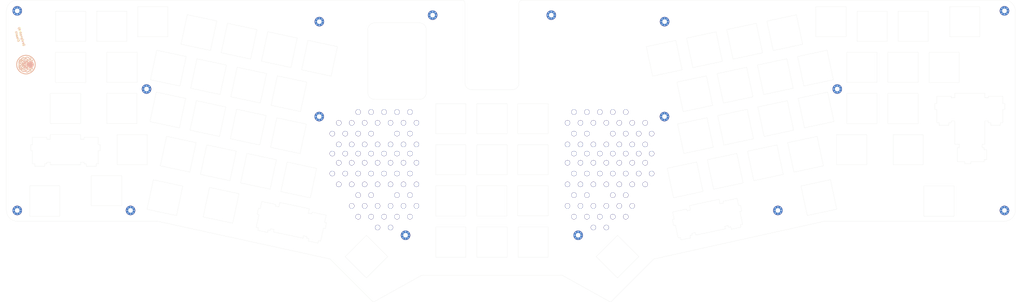
<source format=kicad_pcb>
(kicad_pcb (version 20171130) (host pcbnew 5.1.6-c6e7f7d~86~ubuntu20.04.1)

  (general
    (thickness 1.6)
    (drawings 476)
    (tracks 0)
    (zones 0)
    (modules 19)
    (nets 2)
  )

  (page A2)
  (layers
    (0 F.Cu signal)
    (31 B.Cu signal)
    (32 B.Adhes user)
    (33 F.Adhes user)
    (34 B.Paste user)
    (35 F.Paste user)
    (36 B.SilkS user)
    (37 F.SilkS user)
    (38 B.Mask user)
    (39 F.Mask user)
    (40 Dwgs.User user)
    (41 Cmts.User user)
    (42 Eco1.User user hide)
    (43 Eco2.User user hide)
    (44 Edge.Cuts user)
    (45 Margin user)
    (46 B.CrtYd user)
    (47 F.CrtYd user)
    (48 B.Fab user)
    (49 F.Fab user)
  )

  (setup
    (last_trace_width 0.254)
    (trace_clearance 0.254)
    (zone_clearance 0.508)
    (zone_45_only no)
    (trace_min 0.2)
    (via_size 0.8)
    (via_drill 0.4)
    (via_min_size 0.8)
    (via_min_drill 0.4)
    (uvia_size 0.3)
    (uvia_drill 0.1)
    (uvias_allowed no)
    (uvia_min_size 0.3)
    (uvia_min_drill 0.1)
    (edge_width 0.15)
    (segment_width 0.5)
    (pcb_text_width 0.3)
    (pcb_text_size 1.5 1.5)
    (mod_edge_width 0.15)
    (mod_text_size 1 1)
    (mod_text_width 0.15)
    (pad_size 1.7 1.7)
    (pad_drill 1.7)
    (pad_to_mask_clearance 0.2)
    (aux_axis_origin 63.9 38.8784)
    (grid_origin 231.3996 51.4784)
    (visible_elements 7FF9FF7F)
    (pcbplotparams
      (layerselection 0x010f0_ffffffff)
      (usegerberextensions true)
      (usegerberattributes false)
      (usegerberadvancedattributes false)
      (creategerberjobfile false)
      (excludeedgelayer true)
      (linewidth 0.100000)
      (plotframeref false)
      (viasonmask false)
      (mode 1)
      (useauxorigin false)
      (hpglpennumber 1)
      (hpglpenspeed 20)
      (hpglpendiameter 15.000000)
      (psnegative false)
      (psa4output false)
      (plotreference true)
      (plotvalue true)
      (plotinvisibletext false)
      (padsonsilk false)
      (subtractmaskfromsilk true)
      (outputformat 1)
      (mirror false)
      (drillshape 0)
      (scaleselection 1)
      (outputdirectory "pallas/"))
  )

  (net 0 "")
  (net 1 GND)

  (net_class Default "This is the default net class."
    (clearance 0.254)
    (trace_width 0.254)
    (via_dia 0.8)
    (via_drill 0.4)
    (uvia_dia 0.3)
    (uvia_drill 0.1)
  )

  (module Pallas:DecorationHole (layer B.Cu) (tedit 5F01DA53) (tstamp 5FF27A72)
    (at 338.8996 114.2784 180)
    (fp_text reference DecorationHoleTop2 (at -44 33) (layer B.Fab)
      (effects (font (size 1 1) (thickness 0.15)) (justify mirror))
    )
    (fp_text value DecorationHole (at -45.508 35) (layer B.Fab)
      (effects (font (size 1 1) (thickness 0.15)) (justify mirror))
    )
    (fp_line (start 15 8.5) (end 12 4.25) (layer Dwgs.User) (width 0.12))
    (fp_line (start 12 13.5) (end 15 8.5) (layer Dwgs.User) (width 0.12))
    (fp_line (start 6 4.25) (end 12 4.25) (layer Dwgs.User) (width 0.12))
    (fp_line (start -12 4.25) (end -6 4.25) (layer Dwgs.User) (width 0.12))
    (fp_line (start -15 8.5) (end -12 4.25) (layer Dwgs.User) (width 0.12))
    (fp_line (start -21 8.5) (end -24 4.25) (layer Dwgs.User) (width 0.12))
    (fp_line (start -21 8.5) (end -24 13.5) (layer Dwgs.User) (width 0.12))
    (fp_line (start -12 13.5) (end -15 8.5) (layer Dwgs.User) (width 0.12))
    (fp_line (start -21 8.5) (end -15 8.5) (layer Dwgs.User) (width 0.12))
    (fp_line (start -21 18.5) (end -15 18.5) (layer Dwgs.User) (width 0.12))
    (fp_line (start -24 13.5) (end -21 18.5) (layer Dwgs.User) (width 0.12))
    (fp_line (start -21 0) (end -24 4.25) (layer Dwgs.User) (width 0.12))
    (fp_line (start 15 0) (end 12 4.25) (layer Dwgs.User) (width 0.12))
    (fp_line (start -15 0) (end -12 4.25) (layer Dwgs.User) (width 0.12))
    (fp_line (start -3 0) (end -6 4.25) (layer Dwgs.User) (width 0.12))
    (fp_line (start -3 8.5) (end -6 4.25) (layer Dwgs.User) (width 0.12))
    (fp_line (start 3 8.5) (end 6 4.25) (layer Dwgs.User) (width 0.12))
    (fp_line (start 3 0) (end 6 4.25) (layer Dwgs.User) (width 0.12))
    (fp_line (start -12 23.5) (end -6 23.5) (layer Dwgs.User) (width 0.12))
    (fp_line (start -15 0) (end -21 0) (layer Dwgs.User) (width 0.12))
    (fp_line (start -15 -10) (end -21 -10) (layer Dwgs.User) (width 0.12))
    (fp_line (start -24 -5) (end -21 0) (layer Dwgs.User) (width 0.12))
    (fp_line (start -21 -10) (end -24 -5) (layer Dwgs.User) (width 0.12))
    (fp_line (start -6 13.5) (end -12 13.5) (layer Dwgs.User) (width 0.12))
    (fp_line (start -15 18.5) (end -12 23.5) (layer Dwgs.User) (width 0.12))
    (fp_line (start -12 13.5) (end -15 18.5) (layer Dwgs.User) (width 0.12))
    (fp_line (start 15 0) (end 12 -5) (layer Dwgs.User) (width 0.12))
    (fp_line (start -6 -5) (end -12 -5) (layer Dwgs.User) (width 0.12))
    (fp_line (start -12 -5) (end -15 0) (layer Dwgs.User) (width 0.12))
    (fp_line (start -6 -15) (end -12 -15) (layer Dwgs.User) (width 0.12))
    (fp_line (start -15 -10) (end -12 -5) (layer Dwgs.User) (width 0.12))
    (fp_line (start -12 -15) (end -15 -10) (layer Dwgs.User) (width 0.12))
    (fp_line (start -6 -25) (end -12 -25) (layer Dwgs.User) (width 0.12))
    (fp_line (start -15 -20) (end -12 -15) (layer Dwgs.User) (width 0.12))
    (fp_line (start -12 -25) (end -15 -20) (layer Dwgs.User) (width 0.12))
    (fp_line (start 6 -5) (end 12 -5) (layer Dwgs.User) (width 0.12))
    (fp_line (start 15 -10) (end 12 -15) (layer Dwgs.User) (width 0.12))
    (fp_line (start 12 -5) (end 15 -10) (layer Dwgs.User) (width 0.12))
    (fp_line (start 6 -25) (end 12 -25) (layer Dwgs.User) (width 0.12))
    (fp_line (start 12 -15) (end 15 -20) (layer Dwgs.User) (width 0.12))
    (fp_line (start 6 -15) (end 12 -15) (layer Dwgs.User) (width 0.12))
    (fp_line (start 15 -20) (end 12 -25) (layer Dwgs.User) (width 0.12))
    (fp_line (start 6 13.5) (end 12 13.5) (layer Dwgs.User) (width 0.12))
    (fp_line (start 12 23.5) (end 15 18.5) (layer Dwgs.User) (width 0.12))
    (fp_line (start 6 23.5) (end 12 23.5) (layer Dwgs.User) (width 0.12))
    (fp_line (start 15 18.5) (end 12 13.5) (layer Dwgs.User) (width 0.12))
    (fp_line (start -6 -25) (end -3 -20) (layer Dwgs.User) (width 0.12))
    (fp_line (start 6 -25) (end 3 -30) (layer Dwgs.User) (width 0.12))
    (fp_line (start -3 -30) (end -6 -25) (layer Dwgs.User) (width 0.12))
    (fp_line (start 3 -20) (end 6 -25) (layer Dwgs.User) (width 0.12))
    (fp_line (start -3 -30) (end 3 -30) (layer Dwgs.User) (width 0.12))
    (fp_line (start 6 -5) (end 3 -10) (layer Dwgs.User) (width 0.12))
    (fp_line (start -6 -5) (end -3 0) (layer Dwgs.User) (width 0.12))
    (fp_line (start 3 0) (end 6 -5) (layer Dwgs.User) (width 0.12))
    (fp_line (start -3 -10) (end -6 -5) (layer Dwgs.User) (width 0.12))
    (fp_line (start 3 0) (end -3 0) (layer Dwgs.User) (width 0.12))
    (fp_line (start 6 23.5) (end 3 18.5) (layer Dwgs.User) (width 0.12))
    (fp_line (start -3 18.5) (end -6 23.5) (layer Dwgs.User) (width 0.12))
    (fp_line (start 6 -15) (end 3 -20) (layer Dwgs.User) (width 0.12))
    (fp_line (start -6 -15) (end -3 -10) (layer Dwgs.User) (width 0.12))
    (fp_line (start 3 -20) (end -3 -20) (layer Dwgs.User) (width 0.12))
    (fp_line (start -3 -20) (end -6 -15) (layer Dwgs.User) (width 0.12))
    (fp_line (start 3 -10) (end 6 -15) (layer Dwgs.User) (width 0.12))
    (fp_line (start -6 13.5) (end -3 18.5) (layer Dwgs.User) (width 0.12))
    (fp_line (start 6 13.5) (end 3 8.5) (layer Dwgs.User) (width 0.12))
    (fp_line (start -3 18.5) (end 3 18.5) (layer Dwgs.User) (width 0.12))
    (fp_line (start 3 18.5) (end 6 13.5) (layer Dwgs.User) (width 0.12))
    (fp_line (start -3 8.5) (end -6 13.5) (layer Dwgs.User) (width 0.12))
    (fp_line (start 3 -10) (end -3 -10) (layer Dwgs.User) (width 0.12))
    (fp_line (start -3 8.5) (end 3 8.5) (layer Dwgs.User) (width 0.12))
    (pad "" np_thru_hole circle (at 0 4.25 180) (size 2.4 2.4) (drill 2.2) (layers *.Cu *.Mask))
    (pad "" np_thru_hole circle (at -9 0 180) (size 2.4 2.4) (drill 2.2) (layers *.Cu *.Mask))
    (pad "" np_thru_hole circle (at -18 4.25 180) (size 2.4 2.4) (drill 2.2) (layers *.Cu *.Mask))
    (pad "" np_thru_hole circle (at 0 -5 180) (size 2.4 2.4) (drill 2.2) (layers *.Cu *.Mask))
    (pad "" np_thru_hole circle (at 9 0 180) (size 2.4 2.4) (drill 2.2) (layers *.Cu *.Mask))
    (pad "" np_thru_hole circle (at 9 -10 180) (size 2.4 2.4) (drill 2.2) (layers *.Cu *.Mask))
    (pad "" np_thru_hole circle (at 9 -20 180) (size 2.4 2.4) (drill 2.2) (layers *.Cu *.Mask))
    (pad "" np_thru_hole circle (at 0 -25 180) (size 2.4 2.4) (drill 2.2) (layers *.Cu *.Mask))
    (pad "" np_thru_hole circle (at -9 -20 180) (size 2.4 2.4) (drill 2.2) (layers *.Cu *.Mask))
    (pad "" np_thru_hole circle (at -9 -10 180) (size 2.4 2.4) (drill 2.2) (layers *.Cu *.Mask))
    (pad "" np_thru_hole circle (at -18 -5 180) (size 2.4 2.4) (drill 2.2) (layers *.Cu *.Mask))
    (pad "" np_thru_hole circle (at -18 13.5 180) (size 2.4 2.4) (drill 2.2) (layers *.Cu *.Mask))
    (pad "" np_thru_hole circle (at -9 8.5 180) (size 2.4 2.4) (drill 2.2) (layers *.Cu *.Mask))
    (pad "" np_thru_hole circle (at 9 8.5 180) (size 2.4 2.4) (drill 2.2) (layers *.Cu *.Mask))
    (pad "" np_thru_hole circle (at 9 18.5 180) (size 2.4 2.4) (drill 2.2) (layers *.Cu *.Mask))
    (pad "" np_thru_hole circle (at -9 18.5 180) (size 2.4 2.4) (drill 2.2) (layers *.Cu *.Mask))
    (pad "" np_thru_hole circle (at 0 23.5 180) (size 2.4 2.4) (drill 2.2) (layers *.Cu *.Mask))
    (pad "" np_thru_hole circle (at 15 8.5 180) (size 2.4 2.4) (drill 2.2) (layers *.Cu *.Mask))
    (pad "" np_thru_hole circle (at -21 8.5 180) (size 2.4 2.4) (drill 2.2) (layers *.Cu *.Mask))
    (pad "" np_thru_hole circle (at -15 8.5 180) (size 2.4 2.4) (drill 2.2) (layers *.Cu *.Mask))
    (pad "" np_thru_hole circle (at -24 13.5) (size 2.4 2.4) (drill 2.2) (layers *.Cu *.Mask))
    (pad "" np_thru_hole circle (at -21 18.5 180) (size 2.4 2.4) (drill 2.2) (layers *.Cu *.Mask))
    (pad "" np_thru_hole circle (at -24 4.25 180) (size 2.4 2.4) (drill 2.2) (layers *.Cu *.Mask))
    (pad "" np_thru_hole circle (at 12 4.25 180) (size 2.4 2.4) (drill 2.2) (layers *.Cu *.Mask))
    (pad "" np_thru_hole circle (at -12 4.25) (size 2.4 2.4) (drill 2.2) (layers *.Cu *.Mask))
    (pad "" np_thru_hole circle (at -6 4.25 180) (size 2.4 2.4) (drill 2.2) (layers *.Cu *.Mask))
    (pad "" np_thru_hole circle (at 6 4.25) (size 2.4 2.4) (drill 2.2) (layers *.Cu *.Mask))
    (pad "" np_thru_hole circle (at -12 23.5 180) (size 2.4 2.4) (drill 2.2) (layers *.Cu *.Mask))
    (pad "" np_thru_hole circle (at -21 0) (size 2.4 2.4) (drill 2.2) (layers *.Cu *.Mask))
    (pad "" np_thru_hole circle (at -21 -10) (size 2.4 2.4) (drill 2.2) (layers *.Cu *.Mask))
    (pad "" np_thru_hole circle (at -24 -5) (size 2.4 2.4) (drill 2.2) (layers *.Cu *.Mask))
    (pad "" np_thru_hole circle (at -12 13.5) (size 2.4 2.4) (drill 2.2) (layers *.Cu *.Mask))
    (pad "" np_thru_hole circle (at -15 18.5) (size 2.4 2.4) (drill 2.2) (layers *.Cu *.Mask))
    (pad "" np_thru_hole circle (at 15 0 180) (size 2.4 2.4) (drill 2.2) (layers *.Cu *.Mask))
    (pad "" np_thru_hole circle (at -12 -5) (size 2.4 2.4) (drill 2.2) (layers *.Cu *.Mask))
    (pad "" np_thru_hole circle (at -15 0) (size 2.4 2.4) (drill 2.2) (layers *.Cu *.Mask))
    (pad "" np_thru_hole circle (at -12 -15) (size 2.4 2.4) (drill 2.2) (layers *.Cu *.Mask))
    (pad "" np_thru_hole circle (at -15 -10) (size 2.4 2.4) (drill 2.2) (layers *.Cu *.Mask))
    (pad "" np_thru_hole circle (at -12 -25) (size 2.4 2.4) (drill 2.2) (layers *.Cu *.Mask))
    (pad "" np_thru_hole circle (at -15 -20) (size 2.4 2.4) (drill 2.2) (layers *.Cu *.Mask))
    (pad "" np_thru_hole circle (at 12 -5 180) (size 2.4 2.4) (drill 2.2) (layers *.Cu *.Mask))
    (pad "" np_thru_hole circle (at 15 -10 180) (size 2.4 2.4) (drill 2.2) (layers *.Cu *.Mask))
    (pad "" np_thru_hole circle (at 15 -20 180) (size 2.4 2.4) (drill 2.2) (layers *.Cu *.Mask))
    (pad "" np_thru_hole circle (at 12 -15 180) (size 2.4 2.4) (drill 2.2) (layers *.Cu *.Mask))
    (pad "" np_thru_hole circle (at 12 -25 180) (size 2.4 2.4) (drill 2.2) (layers *.Cu *.Mask))
    (pad "" np_thru_hole circle (at 15 18.5 180) (size 2.4 2.4) (drill 2.2) (layers *.Cu *.Mask))
    (pad "" np_thru_hole circle (at 12 23.5 180) (size 2.4 2.4) (drill 2.2) (layers *.Cu *.Mask))
    (pad "" np_thru_hole circle (at 12 13.5 180) (size 2.4 2.4) (drill 2.2) (layers *.Cu *.Mask))
    (pad "" np_thru_hole circle (at 6 -25 180) (size 2.4 2.4) (drill 2.2) (layers *.Cu *.Mask))
    (pad "" np_thru_hole circle (at -6 -25 180) (size 2.4 2.4) (drill 2.2) (layers *.Cu *.Mask))
    (pad "" np_thru_hole circle (at -3 -30 180) (size 2.4 2.4) (drill 2.2) (layers *.Cu *.Mask))
    (pad "" np_thru_hole circle (at 3 -30 180) (size 2.4 2.4) (drill 2.2) (layers *.Cu *.Mask))
    (pad "" np_thru_hole circle (at -6 -5) (size 2.4 2.4) (drill 2.2) (layers *.Cu *.Mask))
    (pad "" np_thru_hole circle (at 6 -5) (size 2.4 2.4) (drill 2.2) (layers *.Cu *.Mask))
    (pad "" np_thru_hole circle (at 3 0) (size 2.4 2.4) (drill 2.2) (layers *.Cu *.Mask))
    (pad "" np_thru_hole circle (at -3 0) (size 2.4 2.4) (drill 2.2) (layers *.Cu *.Mask))
    (pad "" np_thru_hole circle (at -6 23.5 180) (size 2.4 2.4) (drill 2.2) (layers *.Cu *.Mask))
    (pad "" np_thru_hole circle (at 6 23.5 180) (size 2.4 2.4) (drill 2.2) (layers *.Cu *.Mask))
    (pad "" np_thru_hole circle (at 3 -20) (size 2.4 2.4) (drill 2.2) (layers *.Cu *.Mask))
    (pad "" np_thru_hole circle (at -3 -20) (size 2.4 2.4) (drill 2.2) (layers *.Cu *.Mask))
    (pad "" np_thru_hole circle (at 6 -15) (size 2.4 2.4) (drill 2.2) (layers *.Cu *.Mask))
    (pad "" np_thru_hole circle (at -6 -15) (size 2.4 2.4) (drill 2.2) (layers *.Cu *.Mask))
    (pad "" np_thru_hole circle (at -3 18.5 180) (size 2.4 2.4) (drill 2.2) (layers *.Cu *.Mask))
    (pad "" np_thru_hole circle (at 3 18.5 180) (size 2.4 2.4) (drill 2.2) (layers *.Cu *.Mask))
    (pad "" np_thru_hole circle (at -6 13.5 180) (size 2.4 2.4) (drill 2.2) (layers *.Cu *.Mask))
    (pad "" np_thru_hole circle (at 6 13.5 180) (size 2.4 2.4) (drill 2.2) (layers *.Cu *.Mask))
    (pad "" np_thru_hole circle (at 3 -10) (size 2.4 2.4) (drill 2.2) (layers *.Cu *.Mask))
    (pad "" np_thru_hole circle (at -3 -10) (size 2.4 2.4) (drill 2.2) (layers *.Cu *.Mask))
    (pad "" np_thru_hole circle (at 3 8.5 180) (size 2.4 2.4) (drill 2.2) (layers *.Cu *.Mask))
    (pad "" np_thru_hole circle (at -3 8.5 180) (size 2.4 2.4) (drill 2.2) (layers *.Cu *.Mask))
  )

  (module Pallas:DecorationHole (layer F.Cu) (tedit 5F01DA53) (tstamp 5F006506)
    (at 238.8996 114.2784)
    (fp_text reference DecorationHoleTop1 (at 3.25 35) (layer F.Fab)
      (effects (font (size 1 1) (thickness 0.15)))
    )
    (fp_text value DecorationHole (at 1.742 33) (layer F.Fab)
      (effects (font (size 1 1) (thickness 0.15)))
    )
    (fp_line (start -3 -8.5) (end 3 -8.5) (layer Dwgs.User) (width 0.12))
    (fp_line (start 3 10) (end -3 10) (layer Dwgs.User) (width 0.12))
    (fp_line (start -3 -8.5) (end -6 -13.5) (layer Dwgs.User) (width 0.12))
    (fp_line (start 3 -18.5) (end 6 -13.5) (layer Dwgs.User) (width 0.12))
    (fp_line (start -3 -18.5) (end 3 -18.5) (layer Dwgs.User) (width 0.12))
    (fp_line (start 6 -13.5) (end 3 -8.5) (layer Dwgs.User) (width 0.12))
    (fp_line (start -6 -13.5) (end -3 -18.5) (layer Dwgs.User) (width 0.12))
    (fp_line (start 3 10) (end 6 15) (layer Dwgs.User) (width 0.12))
    (fp_line (start -3 20) (end -6 15) (layer Dwgs.User) (width 0.12))
    (fp_line (start 3 20) (end -3 20) (layer Dwgs.User) (width 0.12))
    (fp_line (start -6 15) (end -3 10) (layer Dwgs.User) (width 0.12))
    (fp_line (start 6 15) (end 3 20) (layer Dwgs.User) (width 0.12))
    (fp_line (start -3 -18.5) (end -6 -23.5) (layer Dwgs.User) (width 0.12))
    (fp_line (start 6 -23.5) (end 3 -18.5) (layer Dwgs.User) (width 0.12))
    (fp_line (start 3 0) (end -3 0) (layer Dwgs.User) (width 0.12))
    (fp_line (start -3 10) (end -6 5) (layer Dwgs.User) (width 0.12))
    (fp_line (start 3 0) (end 6 5) (layer Dwgs.User) (width 0.12))
    (fp_line (start -6 5) (end -3 0) (layer Dwgs.User) (width 0.12))
    (fp_line (start 6 5) (end 3 10) (layer Dwgs.User) (width 0.12))
    (fp_line (start -3 30) (end 3 30) (layer Dwgs.User) (width 0.12))
    (fp_line (start 3 20) (end 6 25) (layer Dwgs.User) (width 0.12))
    (fp_line (start -3 30) (end -6 25) (layer Dwgs.User) (width 0.12))
    (fp_line (start 6 25) (end 3 30) (layer Dwgs.User) (width 0.12))
    (fp_line (start -6 25) (end -3 20) (layer Dwgs.User) (width 0.12))
    (fp_line (start 15 -18.5) (end 12 -13.5) (layer Dwgs.User) (width 0.12))
    (fp_line (start 6 -23.5) (end 12 -23.5) (layer Dwgs.User) (width 0.12))
    (fp_line (start 12 -23.5) (end 15 -18.5) (layer Dwgs.User) (width 0.12))
    (fp_line (start 6 -13.5) (end 12 -13.5) (layer Dwgs.User) (width 0.12))
    (fp_line (start 15 20) (end 12 25) (layer Dwgs.User) (width 0.12))
    (fp_line (start 6 15) (end 12 15) (layer Dwgs.User) (width 0.12))
    (fp_line (start 12 15) (end 15 20) (layer Dwgs.User) (width 0.12))
    (fp_line (start 6 25) (end 12 25) (layer Dwgs.User) (width 0.12))
    (fp_line (start 12 5) (end 15 10) (layer Dwgs.User) (width 0.12))
    (fp_line (start 15 10) (end 12 15) (layer Dwgs.User) (width 0.12))
    (fp_line (start 6 5) (end 12 5) (layer Dwgs.User) (width 0.12))
    (fp_line (start -12 25) (end -15 20) (layer Dwgs.User) (width 0.12))
    (fp_line (start -15 20) (end -12 15) (layer Dwgs.User) (width 0.12))
    (fp_line (start -6 25) (end -12 25) (layer Dwgs.User) (width 0.12))
    (fp_line (start -12 15) (end -15 10) (layer Dwgs.User) (width 0.12))
    (fp_line (start -15 10) (end -12 5) (layer Dwgs.User) (width 0.12))
    (fp_line (start -6 15) (end -12 15) (layer Dwgs.User) (width 0.12))
    (fp_line (start -12 5) (end -15 0) (layer Dwgs.User) (width 0.12))
    (fp_line (start -6 5) (end -12 5) (layer Dwgs.User) (width 0.12))
    (fp_line (start 15 0) (end 12 5) (layer Dwgs.User) (width 0.12))
    (fp_line (start -12 -13.5) (end -15 -18.5) (layer Dwgs.User) (width 0.12))
    (fp_line (start -15 -18.5) (end -12 -23.5) (layer Dwgs.User) (width 0.12))
    (fp_line (start -6 -13.5) (end -12 -13.5) (layer Dwgs.User) (width 0.12))
    (fp_line (start -21 10) (end -24 5) (layer Dwgs.User) (width 0.12))
    (fp_line (start -24 5) (end -21 0) (layer Dwgs.User) (width 0.12))
    (fp_line (start -15 10) (end -21 10) (layer Dwgs.User) (width 0.12))
    (fp_line (start -15 0) (end -21 0) (layer Dwgs.User) (width 0.12))
    (fp_line (start -12 -23.5) (end -6 -23.5) (layer Dwgs.User) (width 0.12))
    (fp_line (start 3 0) (end 6 -4.25) (layer Dwgs.User) (width 0.12))
    (fp_line (start 3 -8.5) (end 6 -4.25) (layer Dwgs.User) (width 0.12))
    (fp_line (start -3 -8.5) (end -6 -4.25) (layer Dwgs.User) (width 0.12))
    (fp_line (start -3 0) (end -6 -4.25) (layer Dwgs.User) (width 0.12))
    (fp_line (start -15 0) (end -12 -4.25) (layer Dwgs.User) (width 0.12))
    (fp_line (start 15 0) (end 12 -4.25) (layer Dwgs.User) (width 0.12))
    (fp_line (start -21 0) (end -24 -4.25) (layer Dwgs.User) (width 0.12))
    (fp_line (start -24 -13.5) (end -21 -18.5) (layer Dwgs.User) (width 0.12))
    (fp_line (start -21 -18.5) (end -15 -18.5) (layer Dwgs.User) (width 0.12))
    (fp_line (start -21 -8.5) (end -15 -8.5) (layer Dwgs.User) (width 0.12))
    (fp_line (start -12 -13.5) (end -15 -8.5) (layer Dwgs.User) (width 0.12))
    (fp_line (start -21 -8.5) (end -24 -13.5) (layer Dwgs.User) (width 0.12))
    (fp_line (start -21 -8.5) (end -24 -4.25) (layer Dwgs.User) (width 0.12))
    (fp_line (start -15 -8.5) (end -12 -4.25) (layer Dwgs.User) (width 0.12))
    (fp_line (start -12 -4.25) (end -6 -4.25) (layer Dwgs.User) (width 0.12))
    (fp_line (start 6 -4.25) (end 12 -4.25) (layer Dwgs.User) (width 0.12))
    (fp_line (start 12 -13.5) (end 15 -8.5) (layer Dwgs.User) (width 0.12))
    (fp_line (start 15 -8.5) (end 12 -4.25) (layer Dwgs.User) (width 0.12))
    (pad "" np_thru_hole circle (at -3 -8.5) (size 2.4 2.4) (drill 2.2) (layers *.Cu *.Mask))
    (pad "" np_thru_hole circle (at 3 -8.5) (size 2.4 2.4) (drill 2.2) (layers *.Cu *.Mask))
    (pad "" np_thru_hole circle (at -3 10 180) (size 2.4 2.4) (drill 2.2) (layers *.Cu *.Mask))
    (pad "" np_thru_hole circle (at 3 10 180) (size 2.4 2.4) (drill 2.2) (layers *.Cu *.Mask))
    (pad "" np_thru_hole circle (at 6 -13.5) (size 2.4 2.4) (drill 2.2) (layers *.Cu *.Mask))
    (pad "" np_thru_hole circle (at -6 -13.5) (size 2.4 2.4) (drill 2.2) (layers *.Cu *.Mask))
    (pad "" np_thru_hole circle (at 3 -18.5) (size 2.4 2.4) (drill 2.2) (layers *.Cu *.Mask))
    (pad "" np_thru_hole circle (at -3 -18.5) (size 2.4 2.4) (drill 2.2) (layers *.Cu *.Mask))
    (pad "" np_thru_hole circle (at -6 15 180) (size 2.4 2.4) (drill 2.2) (layers *.Cu *.Mask))
    (pad "" np_thru_hole circle (at 6 15 180) (size 2.4 2.4) (drill 2.2) (layers *.Cu *.Mask))
    (pad "" np_thru_hole circle (at -3 20 180) (size 2.4 2.4) (drill 2.2) (layers *.Cu *.Mask))
    (pad "" np_thru_hole circle (at 3 20 180) (size 2.4 2.4) (drill 2.2) (layers *.Cu *.Mask))
    (pad "" np_thru_hole circle (at 6 -23.5) (size 2.4 2.4) (drill 2.2) (layers *.Cu *.Mask))
    (pad "" np_thru_hole circle (at -6 -23.5) (size 2.4 2.4) (drill 2.2) (layers *.Cu *.Mask))
    (pad "" np_thru_hole circle (at -3 0 180) (size 2.4 2.4) (drill 2.2) (layers *.Cu *.Mask))
    (pad "" np_thru_hole circle (at 3 0 180) (size 2.4 2.4) (drill 2.2) (layers *.Cu *.Mask))
    (pad "" np_thru_hole circle (at 6 5 180) (size 2.4 2.4) (drill 2.2) (layers *.Cu *.Mask))
    (pad "" np_thru_hole circle (at -6 5 180) (size 2.4 2.4) (drill 2.2) (layers *.Cu *.Mask))
    (pad "" np_thru_hole circle (at 3 30) (size 2.4 2.4) (drill 2.2) (layers *.Cu *.Mask))
    (pad "" np_thru_hole circle (at -3 30) (size 2.4 2.4) (drill 2.2) (layers *.Cu *.Mask))
    (pad "" np_thru_hole circle (at -6 25) (size 2.4 2.4) (drill 2.2) (layers *.Cu *.Mask))
    (pad "" np_thru_hole circle (at 6 25) (size 2.4 2.4) (drill 2.2) (layers *.Cu *.Mask))
    (pad "" np_thru_hole circle (at 12 -13.5) (size 2.4 2.4) (drill 2.2) (layers *.Cu *.Mask))
    (pad "" np_thru_hole circle (at 12 -23.5) (size 2.4 2.4) (drill 2.2) (layers *.Cu *.Mask))
    (pad "" np_thru_hole circle (at 15 -18.5) (size 2.4 2.4) (drill 2.2) (layers *.Cu *.Mask))
    (pad "" np_thru_hole circle (at 12 25) (size 2.4 2.4) (drill 2.2) (layers *.Cu *.Mask))
    (pad "" np_thru_hole circle (at 12 15) (size 2.4 2.4) (drill 2.2) (layers *.Cu *.Mask))
    (pad "" np_thru_hole circle (at 15 20) (size 2.4 2.4) (drill 2.2) (layers *.Cu *.Mask))
    (pad "" np_thru_hole circle (at 15 10) (size 2.4 2.4) (drill 2.2) (layers *.Cu *.Mask))
    (pad "" np_thru_hole circle (at 12 5) (size 2.4 2.4) (drill 2.2) (layers *.Cu *.Mask))
    (pad "" np_thru_hole circle (at -15 20 180) (size 2.4 2.4) (drill 2.2) (layers *.Cu *.Mask))
    (pad "" np_thru_hole circle (at -12 25 180) (size 2.4 2.4) (drill 2.2) (layers *.Cu *.Mask))
    (pad "" np_thru_hole circle (at -15 10 180) (size 2.4 2.4) (drill 2.2) (layers *.Cu *.Mask))
    (pad "" np_thru_hole circle (at -12 15 180) (size 2.4 2.4) (drill 2.2) (layers *.Cu *.Mask))
    (pad "" np_thru_hole circle (at -15 0 180) (size 2.4 2.4) (drill 2.2) (layers *.Cu *.Mask))
    (pad "" np_thru_hole circle (at -12 5 180) (size 2.4 2.4) (drill 2.2) (layers *.Cu *.Mask))
    (pad "" np_thru_hole circle (at 15 0) (size 2.4 2.4) (drill 2.2) (layers *.Cu *.Mask))
    (pad "" np_thru_hole circle (at -15 -18.5 180) (size 2.4 2.4) (drill 2.2) (layers *.Cu *.Mask))
    (pad "" np_thru_hole circle (at -12 -13.5 180) (size 2.4 2.4) (drill 2.2) (layers *.Cu *.Mask))
    (pad "" np_thru_hole circle (at -24 5 180) (size 2.4 2.4) (drill 2.2) (layers *.Cu *.Mask))
    (pad "" np_thru_hole circle (at -21 10 180) (size 2.4 2.4) (drill 2.2) (layers *.Cu *.Mask))
    (pad "" np_thru_hole circle (at -21 0 180) (size 2.4 2.4) (drill 2.2) (layers *.Cu *.Mask))
    (pad "" np_thru_hole circle (at -12 -23.5) (size 2.4 2.4) (drill 2.2) (layers *.Cu *.Mask))
    (pad "" np_thru_hole circle (at 6 -4.25 180) (size 2.4 2.4) (drill 2.2) (layers *.Cu *.Mask))
    (pad "" np_thru_hole circle (at -6 -4.25) (size 2.4 2.4) (drill 2.2) (layers *.Cu *.Mask))
    (pad "" np_thru_hole circle (at -12 -4.25 180) (size 2.4 2.4) (drill 2.2) (layers *.Cu *.Mask))
    (pad "" np_thru_hole circle (at 12 -4.25) (size 2.4 2.4) (drill 2.2) (layers *.Cu *.Mask))
    (pad "" np_thru_hole circle (at -24 -4.25) (size 2.4 2.4) (drill 2.2) (layers *.Cu *.Mask))
    (pad "" np_thru_hole circle (at -21 -18.5) (size 2.4 2.4) (drill 2.2) (layers *.Cu *.Mask))
    (pad "" np_thru_hole circle (at -24 -13.5 180) (size 2.4 2.4) (drill 2.2) (layers *.Cu *.Mask))
    (pad "" np_thru_hole circle (at -15 -8.5) (size 2.4 2.4) (drill 2.2) (layers *.Cu *.Mask))
    (pad "" np_thru_hole circle (at -21 -8.5) (size 2.4 2.4) (drill 2.2) (layers *.Cu *.Mask))
    (pad "" np_thru_hole circle (at 15 -8.5) (size 2.4 2.4) (drill 2.2) (layers *.Cu *.Mask))
    (pad "" np_thru_hole circle (at 0 -23.5) (size 2.4 2.4) (drill 2.2) (layers *.Cu *.Mask))
    (pad "" np_thru_hole circle (at -9 -18.5) (size 2.4 2.4) (drill 2.2) (layers *.Cu *.Mask))
    (pad "" np_thru_hole circle (at 9 -18.5) (size 2.4 2.4) (drill 2.2) (layers *.Cu *.Mask))
    (pad "" np_thru_hole circle (at 9 -8.5) (size 2.4 2.4) (drill 2.2) (layers *.Cu *.Mask))
    (pad "" np_thru_hole circle (at -9 -8.5) (size 2.4 2.4) (drill 2.2) (layers *.Cu *.Mask))
    (pad "" np_thru_hole circle (at -18 -13.5) (size 2.4 2.4) (drill 2.2) (layers *.Cu *.Mask))
    (pad "" np_thru_hole circle (at -18 5) (size 2.4 2.4) (drill 2.2) (layers *.Cu *.Mask))
    (pad "" np_thru_hole circle (at -9 10) (size 2.4 2.4) (drill 2.2) (layers *.Cu *.Mask))
    (pad "" np_thru_hole circle (at -9 20) (size 2.4 2.4) (drill 2.2) (layers *.Cu *.Mask))
    (pad "" np_thru_hole circle (at 0 25) (size 2.4 2.4) (drill 2.2) (layers *.Cu *.Mask))
    (pad "" np_thru_hole circle (at 9 20) (size 2.4 2.4) (drill 2.2) (layers *.Cu *.Mask))
    (pad "" np_thru_hole circle (at 9 10) (size 2.4 2.4) (drill 2.2) (layers *.Cu *.Mask))
    (pad "" np_thru_hole circle (at 9 0) (size 2.4 2.4) (drill 2.2) (layers *.Cu *.Mask))
    (pad "" np_thru_hole circle (at 0 5) (size 2.4 2.4) (drill 2.2) (layers *.Cu *.Mask))
    (pad "" np_thru_hole circle (at -18 -4.25) (size 2.4 2.4) (drill 2.2) (layers *.Cu *.Mask))
    (pad "" np_thru_hole circle (at -9 0) (size 2.4 2.4) (drill 2.2) (layers *.Cu *.Mask))
    (pad "" np_thru_hole circle (at 0 -4.25) (size 2.4 2.4) (drill 2.2) (layers *.Cu *.Mask))
  )

  (module Pallas:Ciaanh_signature (layer F.Cu) (tedit 5ED2C529) (tstamp 5ED35E00)
    (at 72.9496 68.7784 270)
    (fp_text reference LogoBaseMiddleTop (at 0.13 6.04 90) (layer F.SilkS) hide
      (effects (font (size 1.524 1.524) (thickness 0.3)))
    )
    (fp_text value LOGO (at 0.34 6.16 90) (layer F.SilkS) hide
      (effects (font (size 1.524 1.524) (thickness 0.3)))
    )
    (fp_poly (pts (xy 0.525194 -4.450919) (xy 0.898642 -4.391681) (xy 1.18645 -4.324451) (xy 1.458095 -4.240297)
      (xy 1.731192 -4.133039) (xy 2.0193 -3.998517) (xy 2.432567 -3.765146) (xy 2.814581 -3.492866)
      (xy 3.163352 -3.184294) (xy 3.47689 -2.842046) (xy 3.753207 -2.468737) (xy 3.990313 -2.066982)
      (xy 4.186219 -1.639398) (xy 4.338937 -1.1886) (xy 4.424024 -0.836403) (xy 4.444466 -0.728357)
      (xy 4.45959 -0.628762) (xy 4.470145 -0.526805) (xy 4.476879 -0.411671) (xy 4.48054 -0.272549)
      (xy 4.481877 -0.098626) (xy 4.481914 0) (xy 4.479444 0.247584) (xy 4.471535 0.456684)
      (xy 4.456527 0.639474) (xy 4.43276 0.808128) (xy 4.398575 0.97482) (xy 4.352313 1.151725)
      (xy 4.301993 1.320059) (xy 4.142076 1.762129) (xy 3.946742 2.170227) (xy 3.71266 2.549764)
      (xy 3.4365 2.906152) (xy 3.120882 3.239079) (xy 2.778316 3.541445) (xy 2.423182 3.799132)
      (xy 2.049708 4.015115) (xy 1.652125 4.192367) (xy 1.224661 4.333863) (xy 0.8001 4.435004)
      (xy 0.672772 4.453822) (xy 0.506986 4.468621) (xy 0.314938 4.479207) (xy 0.108827 4.485384)
      (xy -0.09915 4.48696) (xy -0.296796 4.483738) (xy -0.471914 4.475525) (xy -0.612305 4.462126)
      (xy -0.64037 4.457972) (xy -1.12237 4.355509) (xy -1.581415 4.209194) (xy -2.015604 4.020073)
      (xy -2.423035 3.789192) (xy -2.801807 3.517597) (xy -3.150017 3.206333) (xy -3.392483 2.944546)
      (xy -3.685477 2.563609) (xy -3.933983 2.160761) (xy -4.137238 1.739173) (xy -4.294482 1.302017)
      (xy -4.404952 0.852464) (xy -4.467887 0.393688) (xy -4.478205 0.066041) (xy -4.111999 0.066041)
      (xy -4.103327 0.326939) (xy -4.083181 0.572465) (xy -4.051814 0.787526) (xy -4.041501 0.8382)
      (xy -3.919081 1.284168) (xy -3.75344 1.706919) (xy -3.547109 2.104073) (xy -3.302617 2.47325)
      (xy -3.022493 2.812072) (xy -2.709266 3.118157) (xy -2.365466 3.389127) (xy -1.993622 3.622603)
      (xy -1.596263 3.816205) (xy -1.175919 3.967553) (xy -0.735119 4.074268) (xy -0.573069 4.101132)
      (xy -0.399295 4.120087) (xy -0.196511 4.131989) (xy 0.017923 4.136631) (xy 0.226645 4.133805)
      (xy 0.412295 4.123303) (xy 0.499812 4.113979) (xy 0.956 4.029252) (xy 1.39292 3.899055)
      (xy 1.807895 3.725296) (xy 2.198245 3.509882) (xy 2.561292 3.254719) (xy 2.894357 2.961714)
      (xy 3.194762 2.632774) (xy 3.459827 2.269806) (xy 3.686876 1.874717) (xy 3.709699 1.8288)
      (xy 3.891876 1.401398) (xy 4.023901 0.966469) (xy 4.105661 0.525019) (xy 4.137041 0.078056)
      (xy 4.117927 -0.373411) (xy 4.048205 -0.828376) (xy 4.0235 -0.9398) (xy 3.898271 -1.364326)
      (xy 3.728235 -1.77012) (xy 3.516549 -2.154005) (xy 3.26637 -2.512804) (xy 2.980854 -2.843342)
      (xy 2.663158 -3.142442) (xy 2.316439 -3.406927) (xy 1.943855 -3.633621) (xy 1.548562 -3.819348)
      (xy 1.133716 -3.96093) (xy 0.982085 -4.000036) (xy 0.683617 -4.060959) (xy 0.398989 -4.097352)
      (xy 0.106781 -4.111211) (xy -0.163001 -4.106789) (xy -0.613334 -4.064218) (xy -1.048775 -3.974728)
      (xy -1.466607 -3.840716) (xy -1.864117 -3.66458) (xy -2.23859 -3.44872) (xy -2.58731 -3.195535)
      (xy -2.907563 -2.907422) (xy -3.196635 -2.58678) (xy -3.451809 -2.236008) (xy -3.670372 -1.857504)
      (xy -3.849608 -1.453668) (xy -3.986802 -1.026896) (xy -4.066635 -0.657945) (xy -4.093907 -0.441495)
      (xy -4.108943 -0.195135) (xy -4.111999 0.066041) (xy -4.478205 0.066041) (xy -4.482526 -0.07114)
      (xy -4.448108 -0.53885) (xy -4.363871 -1.006267) (xy -4.352376 -1.0541) (xy -4.285897 -1.302824)
      (xy -4.214158 -1.522785) (xy -4.129129 -1.735942) (xy -4.022779 -1.964258) (xy -4.01058 -1.988934)
      (xy -3.778892 -2.400228) (xy -3.509919 -2.779274) (xy -3.206868 -3.124502) (xy -2.872943 -3.434345)
      (xy -2.511352 -3.707233) (xy -2.125299 -3.941597) (xy -1.71799 -4.135869) (xy -1.29263 -4.288478)
      (xy -0.852427 -4.397857) (xy -0.400584 -4.462436) (xy 0.059691 -4.480646) (xy 0.525194 -4.450919)) (layer F.SilkS) (width 0.01))
    (fp_poly (pts (xy -0.159868 2.76536) (xy -0.132728 2.818991) (xy -0.107438 2.898452) (xy -0.087662 2.991407)
      (xy -0.077064 3.085518) (xy -0.0762 3.116869) (xy -0.098038 3.268349) (xy -0.158086 3.415653)
      (xy -0.248151 3.542687) (xy -0.329502 3.614315) (xy -0.38814 3.642134) (xy -0.452944 3.655884)
      (xy -0.506888 3.654136) (xy -0.532947 3.635461) (xy -0.5334 3.631423) (xy -0.515752 3.600421)
      (xy -0.471026 3.551764) (xy -0.443203 3.526053) (xy -0.362205 3.443432) (xy -0.311826 3.357989)
      (xy -0.285694 3.254079) (xy -0.277468 3.119111) (xy -0.269776 2.989733) (xy -0.251208 2.878807)
      (xy -0.224299 2.796474) (xy -0.191582 2.752875) (xy -0.185192 2.749897) (xy -0.159868 2.76536)) (layer F.SilkS) (width 0.01))
    (fp_poly (pts (xy 0.864341 2.395883) (xy 0.937212 2.412257) (xy 1.001673 2.437989) (xy 1.089646 2.482204)
      (xy 1.187231 2.536791) (xy 1.280525 2.59364) (xy 1.355628 2.644638) (xy 1.398332 2.681306)
      (xy 1.412261 2.716173) (xy 1.405191 2.771779) (xy 1.382002 2.844329) (xy 1.353028 2.915418)
      (xy 1.327623 2.961691) (xy 1.316229 2.9718) (xy 1.286428 2.959378) (xy 1.225679 2.926505)
      (xy 1.146037 2.879774) (xy 1.129669 2.869814) (xy 0.959142 2.779521) (xy 0.810228 2.732581)
      (xy 0.678089 2.728976) (xy 0.557889 2.768688) (xy 0.444791 2.851699) (xy 0.428811 2.867211)
      (xy 0.3342 2.989301) (xy 0.2902 3.115708) (xy 0.296808 3.246393) (xy 0.354022 3.381313)
      (xy 0.46184 3.520429) (xy 0.463043 3.521703) (xy 0.591568 3.6576) (xy 0.50274 3.6576)
      (xy 0.417255 3.641793) (xy 0.331747 3.602363) (xy 0.327606 3.599642) (xy 0.265064 3.542956)
      (xy 0.201323 3.462694) (xy 0.172043 3.415492) (xy 0.131565 3.330425) (xy 0.110277 3.248563)
      (xy 0.102795 3.146383) (xy 0.102441 3.1115) (xy 0.123574 2.927527) (xy 0.183781 2.762562)
      (xy 0.277161 2.621546) (xy 0.39781 2.509426) (xy 0.539824 2.431146) (xy 0.697302 2.39165)
      (xy 0.864341 2.395883)) (layer F.SilkS) (width 0.01))
    (fp_poly (pts (xy -2.465882 -2.012547) (xy -2.420411 -1.963574) (xy -2.401989 -1.938341) (xy -2.338346 -1.844682)
      (xy -2.687791 -1.487491) (xy -2.857544 -1.30922) (xy -2.991481 -1.156926) (xy -3.093517 -1.024927)
      (xy -3.167566 -0.907542) (xy -3.217542 -0.799091) (xy -3.247359 -0.693891) (xy -3.251917 -0.668699)
      (xy -3.265979 -0.450252) (xy -3.235281 -0.253293) (xy -3.162049 -0.079999) (xy -3.048509 0.067455)
      (xy -2.896887 0.186892) (xy -2.709408 0.276136) (xy -2.488298 0.333012) (xy -2.235784 0.355344)
      (xy -2.20412 0.3556) (xy -2.014201 0.347943) (xy -1.830387 0.326407) (xy -1.660778 0.293138)
      (xy -1.513474 0.250288) (xy -1.396576 0.200003) (xy -1.318185 0.144432) (xy -1.295557 0.114592)
      (xy -1.27235 0.029682) (xy -1.292426 -0.04306) (xy -1.348449 -0.095757) (xy -1.433081 -0.120531)
      (xy -1.510428 -0.11614) (xy -1.574734 -0.091327) (xy -1.645362 -0.045962) (xy -1.70753 0.007984)
      (xy -1.746452 0.058537) (xy -1.7526 0.079967) (xy -1.763583 0.106113) (xy -1.792632 0.095159)
      (xy -1.833898 0.054826) (xy -1.881532 -0.007168) (xy -1.929686 -0.083103) (xy -1.97251 -0.165261)
      (xy -2.004156 -0.245921) (xy -2.007181 -0.256025) (xy -2.026604 -0.370695) (xy -2.030675 -0.508467)
      (xy -2.020007 -0.645572) (xy -1.995211 -0.75824) (xy -1.994183 -0.761201) (xy -1.964903 -0.822444)
      (xy -1.916677 -0.901756) (xy -1.857475 -0.988348) (xy -1.795262 -1.071432) (xy -1.738009 -1.140217)
      (xy -1.693682 -1.183916) (xy -1.674697 -1.1938) (xy -1.653583 -1.172019) (xy -1.637023 -1.12395)
      (xy -1.590247 -0.960975) (xy -1.529938 -0.846645) (xy -1.455811 -0.78056) (xy -1.378649 -0.762)
      (xy -1.337783 -0.757312) (xy -1.32357 -0.735571) (xy -1.33328 -0.685266) (xy -1.349137 -0.637494)
      (xy -1.366573 -0.569859) (xy -1.360838 -0.544094) (xy -1.336514 -0.563014) (xy -1.307043 -0.611646)
      (xy -1.274608 -0.715831) (xy -1.265672 -0.844134) (xy -1.280852 -0.975318) (xy -1.295001 -1.027491)
      (xy -1.311826 -1.090168) (xy -1.315189 -1.129407) (xy -1.313379 -1.133489) (xy -1.291568 -1.122125)
      (xy -1.246023 -1.077366) (xy -1.182873 -1.006913) (xy -1.108244 -0.918465) (xy -1.028265 -0.819724)
      (xy -0.949063 -0.718391) (xy -0.876767 -0.622166) (xy -0.817504 -0.538751) (xy -0.777401 -0.475847)
      (xy -0.762589 -0.441298) (xy -0.782394 -0.429241) (xy -0.843872 -0.442731) (xy -0.874891 -0.453291)
      (xy -0.944774 -0.473854) (xy -0.993854 -0.479916) (xy -1.005151 -0.476516) (xy -1.01092 -0.440617)
      (xy -1.000413 -0.374469) (xy -0.978128 -0.294181) (xy -0.948561 -0.215865) (xy -0.916209 -0.15563)
      (xy -0.91519 -0.154198) (xy -0.875144 -0.117843) (xy -0.799878 -0.065916) (xy -0.699837 -0.005096)
      (xy -0.585469 0.057935) (xy -0.574807 0.0635) (xy -0.28141 0.2159) (xy -0.177563 0.493178)
      (xy -0.109939 0.69272) (xy -0.065211 0.876131) (xy -0.041355 1.059365) (xy -0.036348 1.258377)
      (xy -0.048167 1.489122) (xy -0.049351 1.504126) (xy -0.070916 1.722988) (xy -0.100827 1.955841)
      (xy -0.136576 2.186529) (xy -0.17566 2.398895) (xy -0.215572 2.576783) (xy -0.215908 2.5781)
      (xy -0.277565 2.762761) (xy -0.364992 2.945466) (xy -0.47134 3.116322) (xy -0.589761 3.265435)
      (xy -0.713407 3.382913) (xy -0.820963 3.452203) (xy -0.929796 3.486599) (xy -1.063439 3.502959)
      (xy -1.198692 3.499855) (xy -1.295565 3.481467) (xy -1.428585 3.425623) (xy -1.536141 3.35029)
      (xy -1.573988 3.309963) (xy -1.628461 3.240712) (xy -1.481917 3.166611) (xy -1.397234 3.126484)
      (xy -1.339671 3.108823) (xy -1.292604 3.110268) (xy -1.256433 3.121055) (xy -1.152048 3.146618)
      (xy -1.057998 3.137245) (xy -0.967282 3.099861) (xy -0.825435 2.999149) (xy -0.705496 2.853519)
      (xy -0.607858 2.664073) (xy -0.532911 2.431912) (xy -0.481049 2.158136) (xy -0.452662 1.843846)
      (xy -0.447074 1.6383) (xy -0.4445 1.2319) (xy -0.526804 1.063684) (xy -0.585213 0.960473)
      (xy -0.655333 0.859272) (xy -0.713943 0.790634) (xy -0.768788 0.737647) (xy -0.812685 0.706415)
      (xy -0.862037 0.691171) (xy -0.933244 0.686148) (xy -1.012639 0.685618) (xy -1.109886 0.687543)
      (xy -1.242294 0.692949) (xy -1.394401 0.701071) (xy -1.550748 0.711149) (xy -1.595101 0.71436)
      (xy -1.968022 0.727739) (xy -2.302437 0.709234) (xy -2.599626 0.658542) (xy -2.860872 0.575363)
      (xy -3.087455 0.459396) (xy -3.269342 0.320807) (xy -3.419487 0.150973) (xy -3.525147 -0.043313)
      (xy -3.586225 -0.261798) (xy -3.602622 -0.504229) (xy -3.601235 -0.54238) (xy -3.575656 -0.750969)
      (xy -3.517799 -0.947545) (xy -3.424065 -1.139086) (xy -3.290857 -1.332571) (xy -3.114577 -1.53498)
      (xy -3.061092 -1.590083) (xy -2.953862 -1.69369) (xy -2.842098 -1.793488) (xy -2.733624 -1.883315)
      (xy -2.636261 -1.957011) (xy -2.55783 -2.008414) (xy -2.506156 -2.031365) (xy -2.500022 -2.032)
      (xy -2.465882 -2.012547)) (layer F.SilkS) (width 0.01))
    (fp_poly (pts (xy 1.693627 2.447692) (xy 1.777031 2.471304) (xy 1.834896 2.504244) (xy 1.8542 2.537936)
      (xy 1.845922 2.606091) (xy 1.823896 2.707287) (xy 1.792333 2.827043) (xy 1.755444 2.950881)
      (xy 1.71744 3.064322) (xy 1.682533 3.152887) (xy 1.665408 3.187076) (xy 1.557276 3.330495)
      (xy 1.427984 3.428732) (xy 1.296152 3.477265) (xy 1.111506 3.50241) (xy 0.9555 3.491242)
      (xy 0.846946 3.456156) (xy 0.780892 3.415705) (xy 0.698353 3.350549) (xy 0.61024 3.271197)
      (xy 0.527467 3.188155) (xy 0.460946 3.111929) (xy 0.421589 3.053027) (xy 0.41737 3.04255)
      (xy 0.423974 2.986817) (xy 0.467566 2.92205) (xy 0.538768 2.859975) (xy 0.586362 2.831199)
      (xy 0.621791 2.81596) (xy 0.652348 2.817406) (xy 0.689052 2.841434) (xy 0.742923 2.893936)
      (xy 0.78339 2.936583) (xy 0.915914 3.056837) (xy 1.039188 3.127481) (xy 1.151932 3.149077)
      (xy 1.252861 3.122188) (xy 1.340694 3.047373) (xy 1.414149 2.925196) (xy 1.471942 2.756218)
      (xy 1.500329 2.62255) (xy 1.517934 2.527848) (xy 1.533727 2.472761) (xy 1.55335 2.446655)
      (xy 1.582444 2.438892) (xy 1.597917 2.438541) (xy 1.693627 2.447692)) (layer F.SilkS) (width 0.01))
    (fp_poly (pts (xy -0.616383 2.402323) (xy -0.592317 2.437403) (xy -0.602677 2.501769) (xy -0.636359 2.588328)
      (xy -0.675364 2.667311) (xy -0.710532 2.70712) (xy -0.749326 2.7178) (xy -0.843581 2.73641)
      (xy -0.970723 2.791802) (xy -1.129307 2.883313) (xy -1.1753 2.912803) (xy -1.343958 3.018801)
      (xy -1.482845 3.095818) (xy -1.600955 3.147704) (xy -1.707283 3.178309) (xy -1.810824 3.191484)
      (xy -1.828158 3.192246) (xy -1.931094 3.190619) (xy -2.027471 3.180694) (xy -2.0828 3.16849)
      (xy -2.179842 3.11679) (xy -2.282 3.029921) (xy -2.377516 2.920627) (xy -2.454631 2.801653)
      (xy -2.487634 2.729712) (xy -2.520687 2.634471) (xy -2.547067 2.545244) (xy -2.558363 2.49555)
      (xy -2.562499 2.444033) (xy -2.54796 2.418265) (xy -2.506647 2.4164) (xy -2.430466 2.436597)
      (xy -2.377098 2.45428) (xy -2.287795 2.495199) (xy -2.21607 2.557184) (xy -2.167765 2.618303)
      (xy -2.058572 2.742024) (xy -1.943865 2.818017) (xy -1.825945 2.844773) (xy -1.822119 2.8448)
      (xy -1.740413 2.829353) (xy -1.623604 2.784494) (xy -1.476339 2.712442) (xy -1.303266 2.615418)
      (xy -1.162589 2.529654) (xy -1.061071 2.468355) (xy -0.983253 2.43006) (xy -0.911437 2.408331)
      (xy -0.827924 2.396732) (xy -0.788438 2.393569) (xy -0.680035 2.389916) (xy -0.616383 2.402323)) (layer F.SilkS) (width 0.01))
    (fp_poly (pts (xy 2.163815 1.493535) (xy 2.217188 1.54901) (xy 2.282991 1.631329) (xy 2.354269 1.732195)
      (xy 2.379998 1.771557) (xy 2.45464 1.906925) (xy 2.518157 2.057253) (xy 2.564795 2.206026)
      (xy 2.588804 2.336728) (xy 2.5908 2.376799) (xy 2.571105 2.540338) (xy 2.516696 2.707753)
      (xy 2.43458 2.865892) (xy 2.331767 3.001602) (xy 2.215267 3.101729) (xy 2.19922 3.1116)
      (xy 2.119284 3.14835) (xy 2.025686 3.176795) (xy 1.932403 3.194556) (xy 1.853414 3.199258)
      (xy 1.802696 3.188523) (xy 1.794091 3.180487) (xy 1.786287 3.134353) (xy 1.789363 3.120142)
      (xy 1.802571 3.075385) (xy 1.821701 3.004494) (xy 1.828479 2.978319) (xy 1.86026 2.89577)
      (xy 1.911675 2.844131) (xy 1.937683 2.829369) (xy 2.08136 2.736252) (xy 2.177908 2.625402)
      (xy 2.227377 2.496466) (xy 2.229814 2.349091) (xy 2.185271 2.182925) (xy 2.093795 1.997614)
      (xy 2.0612 1.944477) (xy 2.017454 1.868136) (xy 1.988396 1.802773) (xy 1.9812 1.772182)
      (xy 1.991752 1.72537) (xy 2.018387 1.657521) (xy 2.053569 1.583793) (xy 2.089765 1.519341)
      (xy 2.119439 1.479322) (xy 2.129829 1.4732) (xy 2.163815 1.493535)) (layer F.SilkS) (width 0.01))
    (fp_poly (pts (xy -1.63588 1.636579) (xy -1.61897 1.670601) (xy -1.615345 1.68275) (xy -1.604398 1.736099)
      (xy -1.589527 1.828481) (xy -1.572202 1.948414) (xy -1.553893 2.084418) (xy -1.53607 2.225012)
      (xy -1.520203 2.358715) (xy -1.507761 2.474046) (xy -1.500215 2.559524) (xy -1.498629 2.594392)
      (xy -1.499138 2.636391) (xy -1.506276 2.666296) (xy -1.528414 2.690646) (xy -1.573921 2.715978)
      (xy -1.651167 2.748832) (xy -1.743681 2.785818) (xy -1.781694 2.779524) (xy -1.789126 2.771148)
      (xy -1.796429 2.73761) (xy -1.80559 2.663018) (xy -1.815632 2.557041) (xy -1.825583 2.429345)
      (xy -1.829642 2.369366) (xy -1.839104 2.229145) (xy -1.848525 2.100505) (xy -1.856999 1.995095)
      (xy -1.863621 1.924561) (xy -1.865372 1.909986) (xy -1.866702 1.855266) (xy -1.847694 1.808162)
      (xy -1.800117 1.752172) (xy -1.773562 1.725836) (xy -1.704618 1.661866) (xy -1.661577 1.63289)
      (xy -1.63588 1.636579)) (layer F.SilkS) (width 0.01))
    (fp_poly (pts (xy 1.718552 -1.161797) (xy 1.784219 -1.097773) (xy 1.80745 -1.07315) (xy 1.920939 -0.93492)
      (xy 1.994003 -0.800727) (xy 2.032975 -0.654756) (xy 2.044193 -0.482102) (xy 2.041227 -0.36336)
      (xy 2.03045 -0.275724) (xy 2.008055 -0.199658) (xy 1.974447 -0.124183) (xy 1.928984 -0.040369)
      (xy 1.883157 0.029741) (xy 1.855253 0.062546) (xy 1.821496 0.088677) (xy 1.794671 0.086768)
      (xy 1.758651 0.052016) (xy 1.737824 0.027565) (xy 1.647379 -0.057222) (xy 1.5527 -0.108428)
      (xy 1.462064 -0.1264) (xy 1.383749 -0.111485) (xy 1.32603 -0.064029) (xy 1.297185 0.015622)
      (xy 1.2954 0.046089) (xy 1.320446 0.123285) (xy 1.395215 0.192821) (xy 1.519155 0.254304)
      (xy 1.651 0.2968) (xy 1.764504 0.318334) (xy 1.913532 0.333443) (xy 2.083166 0.341725)
      (xy 2.258489 0.34278) (xy 2.424582 0.336207) (xy 2.566529 0.321605) (xy 2.567706 0.321428)
      (xy 2.709713 0.299956) (xy 2.749031 0.384928) (xy 2.790483 0.480893) (xy 2.807844 0.542961)
      (xy 2.802115 0.581405) (xy 2.774299 0.606496) (xy 2.770831 0.608405) (xy 2.652548 0.653279)
      (xy 2.486735 0.686612) (xy 2.273007 0.708429) (xy 2.010978 0.718754) (xy 1.700263 0.717611)
      (xy 1.340478 0.705027) (xy 1.2954 0.70282) (xy 1.139366 0.695342) (xy 1.025362 0.691355)
      (xy 0.944704 0.691379) (xy 0.888708 0.695932) (xy 0.84869 0.705534) (xy 0.815968 0.720703)
      (xy 0.796289 0.732652) (xy 0.713644 0.805217) (xy 0.629755 0.913488) (xy 0.554525 1.04361)
      (xy 0.521184 1.1176) (xy 0.495202 1.212967) (xy 0.476008 1.347204) (xy 0.464094 1.50877)
      (xy 0.459949 1.686127) (xy 0.464065 1.867735) (xy 0.476933 2.042055) (xy 0.4805 2.07419)
      (xy 0.509918 2.323628) (xy 0.388309 2.430838) (xy 0.321069 2.486733) (xy 0.266668 2.525876)
      (xy 0.239459 2.539024) (xy 0.225149 2.515737) (xy 0.205462 2.450851) (xy 0.182599 2.352999)
      (xy 0.15876 2.230814) (xy 0.153935 2.20345) (xy 0.114405 1.948802) (xy 0.084261 1.699173)
      (xy 0.063857 1.461987) (xy 0.053547 1.244673) (xy 0.053687 1.054655) (xy 0.064629 0.899362)
      (xy 0.086366 0.7874) (xy 0.11191 0.711815) (xy 0.150303 0.607331) (xy 0.194855 0.491941)
      (xy 0.213816 0.4445) (xy 0.30625 0.2159) (xy 0.602673 0.061572) (xy 0.718512 -0.001712)
      (xy 0.821159 -0.063275) (xy 0.900193 -0.116491) (xy 0.945188 -0.154731) (xy 0.94764 -0.157776)
      (xy 0.976985 -0.215382) (xy 0.999574 -0.291839) (xy 1.012528 -0.370229) (xy 1.012966 -0.433634)
      (xy 0.999813 -0.464206) (xy 0.963684 -0.465321) (xy 0.90132 -0.451154) (xy 0.882583 -0.445109)
      (xy 0.816712 -0.428244) (xy 0.788093 -0.434574) (xy 0.7874 -0.438136) (xy 0.801813 -0.468691)
      (xy 0.840816 -0.530634) (xy 0.898052 -0.615065) (xy 0.967166 -0.713086) (xy 1.041801 -0.815797)
      (xy 1.1156 -0.9143) (xy 1.182209 -0.999696) (xy 1.227354 -1.0541) (xy 1.278889 -1.108265)
      (xy 1.317143 -1.139169) (xy 1.329837 -1.142009) (xy 1.330608 -1.112097) (xy 1.316551 -1.051708)
      (xy 1.304875 -1.015009) (xy 1.281038 -0.899492) (xy 1.281414 -0.776859) (xy 1.304156 -0.664947)
      (xy 1.347417 -0.581591) (xy 1.350071 -0.578509) (xy 1.383967 -0.542371) (xy 1.391549 -0.544)
      (xy 1.382833 -0.5715) (xy 1.364202 -0.636383) (xy 1.352424 -0.69215) (xy 1.349921 -0.742446)
      (xy 1.375519 -0.760268) (xy 1.407971 -0.762001) (xy 1.485203 -0.785636) (xy 1.554788 -0.849497)
      (xy 1.609874 -0.943017) (xy 1.64361 -1.055626) (xy 1.650858 -1.13665) (xy 1.656825 -1.179227)
      (xy 1.677739 -1.188278) (xy 1.718552 -1.161797)) (layer F.SilkS) (width 0.01))
    (fp_poly (pts (xy -3.172845 0.511664) (xy -3.105669 0.542625) (xy -3.098159 0.546425) (xy -3.027395 0.58464)
      (xy -2.977394 0.616028) (xy -2.963076 0.628568) (xy -2.962461 0.662214) (xy -2.973766 0.728199)
      (xy -2.988173 0.787801) (xy -3.012937 0.94113) (xy -3.017128 1.139368) (xy -3.016154 1.1684)
      (xy -3.009212 1.291852) (xy -2.997136 1.382392) (xy -2.975935 1.45789) (xy -2.941621 1.536222)
      (xy -2.928042 1.563204) (xy -2.872701 1.658404) (xy -2.809809 1.748003) (xy -2.764533 1.800437)
      (xy -2.636389 1.899653) (xy -2.473407 1.984621) (xy -2.290924 2.049034) (xy -2.104279 2.086589)
      (xy -2.0574 2.091144) (xy -1.9177 2.101432) (xy -1.902576 2.413) (xy -2.100638 2.41205)
      (xy -2.278838 2.399498) (xy -2.439716 2.360587) (xy -2.463836 2.352288) (xy -2.631581 2.286962)
      (xy -2.763927 2.220676) (xy -2.875655 2.144567) (xy -2.981547 2.049771) (xy -3.000922 2.03025)
      (xy -3.11879 1.887138) (xy -3.22689 1.714291) (xy -3.315155 1.530383) (xy -3.373519 1.354089)
      (xy -3.37932 1.328272) (xy -3.398183 1.151445) (xy -3.389362 0.958349) (xy -3.354862 0.773329)
      (xy -3.326437 0.6858) (xy -3.285843 0.585685) (xy -3.2532 0.527252) (xy -3.218778 0.504559)
      (xy -3.172845 0.511664)) (layer F.SilkS) (width 0.01))
    (fp_poly (pts (xy 0.764512 1.047979) (xy 0.828449 1.067206) (xy 0.86977 1.085375) (xy 0.892919 1.112629)
      (xy 0.904294 1.163037) (xy 0.910099 1.246772) (xy 0.922485 1.352271) (xy 0.945963 1.45588)
      (xy 0.963681 1.506715) (xy 1.051498 1.648824) (xy 1.183609 1.778208) (xy 1.354402 1.891637)
      (xy 1.558266 1.985877) (xy 1.78959 2.057698) (xy 1.987486 2.096374) (xy 2.075571 2.132376)
      (xy 2.133822 2.206697) (xy 2.158434 2.314036) (xy 2.159 2.335538) (xy 2.159 2.413)
      (xy 1.94945 2.411328) (xy 1.82817 2.405706) (xy 1.705476 2.392473) (xy 1.60644 2.374396)
      (xy 1.6002 2.3728) (xy 1.447211 2.32327) (xy 1.29555 2.254036) (xy 1.138321 2.160698)
      (xy 0.968633 2.038857) (xy 0.779592 1.884115) (xy 0.636372 1.757763) (xy 0.498045 1.632871)
      (xy 0.524939 1.432385) (xy 0.543319 1.321845) (xy 0.566613 1.217964) (xy 0.59006 1.141693)
      (xy 0.59212 1.13665) (xy 0.632058 1.07046) (xy 0.686045 1.041925) (xy 0.764512 1.047979)) (layer F.SilkS) (width 0.01))
    (fp_poly (pts (xy -0.574688 1.146342) (xy -0.549236 1.230504) (xy -0.526654 1.333129) (xy -0.509002 1.44003)
      (xy -0.498338 1.53702) (xy -0.496724 1.609911) (xy -0.502924 1.640653) (xy -0.534999 1.678396)
      (xy -0.59871 1.73962) (xy -0.685312 1.816988) (xy -0.786057 1.903165) (xy -0.892197 1.990813)
      (xy -0.994986 2.072597) (xy -1.085675 2.141179) (xy -1.155519 2.189224) (xy -1.161051 2.192635)
      (xy -1.25355 2.246032) (xy -1.338073 2.289938) (xy -1.404458 2.319595) (xy -1.442544 2.330244)
      (xy -1.4478 2.326938) (xy -1.452129 2.299263) (xy -1.463225 2.237633) (xy -1.472497 2.18811)
      (xy -1.484153 2.106819) (xy -1.48666 2.042973) (xy -1.483387 2.02191) (xy -1.456401 1.991335)
      (xy -1.397958 1.943927) (xy -1.319998 1.889257) (xy -1.309057 1.882119) (xy -1.133627 1.749493)
      (xy -1.006845 1.608863) (xy -0.926816 1.457327) (xy -0.891644 1.291985) (xy -0.889558 1.239749)
      (xy -0.885466 1.158638) (xy -0.875483 1.100091) (xy -0.865707 1.080801) (xy -0.827919 1.068795)
      (xy -0.760298 1.055558) (xy -0.729256 1.050895) (xy -0.616099 1.035385) (xy -0.574688 1.146342)) (layer F.SilkS) (width 0.01))
    (fp_poly (pts (xy 2.056833 -1.954747) (xy 2.080542 -1.940052) (xy 2.147058 -1.892068) (xy 2.213217 -1.836269)
      (xy 2.24611 -1.802715) (xy 2.265026 -1.768812) (xy 2.272669 -1.721063) (xy 2.271741 -1.645972)
      (xy 2.267226 -1.566507) (xy 2.263504 -1.43475) (xy 2.271501 -1.313149) (xy 2.294012 -1.19487)
      (xy 2.333831 -1.073077) (xy 2.393754 -0.940934) (xy 2.476576 -0.791607) (xy 2.585091 -0.618261)
      (xy 2.722095 -0.41406) (xy 2.76236 -0.3556) (xy 2.964486 -0.050084) (xy 3.1275 0.22556)
      (xy 3.252236 0.472844) (xy 3.338529 0.690278) (xy 3.373504 0.808783) (xy 3.393689 0.918865)
      (xy 3.402441 1.043289) (xy 3.4036 1.131839) (xy 3.402569 1.245396) (xy 3.39678 1.329133)
      (xy 3.382185 1.400411) (xy 3.354737 1.476593) (xy 3.310387 1.575042) (xy 3.290424 1.617338)
      (xy 3.211041 1.763458) (xy 3.11661 1.903125) (xy 3.013848 2.029209) (xy 2.909473 2.134579)
      (xy 2.810201 2.212107) (xy 2.722751 2.25466) (xy 2.684432 2.2606) (xy 2.656502 2.235661)
      (xy 2.629313 2.16269) (xy 2.616066 2.10757) (xy 2.600562 2.026535) (xy 2.59266 1.968536)
      (xy 2.593545 1.947793) (xy 2.773697 1.799541) (xy 2.907793 1.629938) (xy 2.996195 1.438244)
      (xy 3.039263 1.223718) (xy 3.040989 1.030014) (xy 3.033123 0.940119) (xy 3.020372 0.856017)
      (xy 3.00022 0.772415) (xy 2.970154 0.68402) (xy 2.927658 0.585536) (xy 2.870218 0.471671)
      (xy 2.795318 0.33713) (xy 2.700444 0.176618) (xy 2.583081 -0.015157) (xy 2.440714 -0.24349)
      (xy 2.421424 -0.274246) (xy 2.286869 -0.493353) (xy 2.180014 -0.679757) (xy 2.097919 -0.841274)
      (xy 2.037646 -0.985724) (xy 1.996256 -1.120923) (xy 1.970809 -1.254689) (xy 1.958367 -1.39484)
      (xy 1.9558 -1.512832) (xy 1.958581 -1.63708) (xy 1.966073 -1.753002) (xy 1.977 -1.844554)
      (xy 1.985292 -1.883243) (xy 2.005666 -1.945007) (xy 2.025009 -1.966155) (xy 2.056833 -1.954747)) (layer F.SilkS) (width 0.01))
    (fp_poly (pts (xy -1.028782 0.741256) (xy -0.923309 0.753899) (xy -0.853682 0.7719) (xy -0.787603 0.808633)
      (xy -0.723622 0.858233) (xy -0.676415 0.907817) (xy -0.6604 0.941574) (xy -0.68267 0.95746)
      (xy -0.739295 0.978056) (xy -0.777813 0.988734) (xy -0.874661 1.019516) (xy -0.979268 1.061938)
      (xy -1.01475 1.078866) (xy -1.114201 1.137778) (xy -1.239741 1.225006) (xy -1.381728 1.332753)
      (xy -1.53052 1.453227) (xy -1.676473 1.578633) (xy -1.809945 1.701176) (xy -1.915909 1.807316)
      (xy -2.000432 1.894052) (xy -2.074942 1.964887) (xy -2.13146 2.012608) (xy -2.162005 2.030003)
      (xy -2.162258 2.029994) (xy -2.206285 2.020703) (xy -2.276087 1.999676) (xy -2.306896 1.989162)
      (xy -2.37589 1.958607) (xy -2.421867 1.926817) (xy -2.430093 1.915412) (xy -2.423247 1.869367)
      (xy -2.382412 1.796111) (xy -2.312307 1.701336) (xy -2.21765 1.590732) (xy -2.10316 1.469988)
      (xy -1.973555 1.344795) (xy -1.906711 1.284216) (xy -1.791259 1.179598) (xy -1.678996 1.073941)
      (xy -1.580299 0.97728) (xy -1.505543 0.899648) (xy -1.484457 0.875923) (xy -1.36543 0.7366)
      (xy -1.151799 0.7366) (xy -1.028782 0.741256)) (layer F.SilkS) (width 0.01))
    (fp_poly (pts (xy 2.522969 0.964744) (xy 2.551828 0.975899) (xy 2.640182 1.038986) (xy 2.696835 1.137532)
      (xy 2.717762 1.264392) (xy 2.7178 1.270408) (xy 2.708682 1.364997) (xy 2.685407 1.4326)
      (xy 2.654092 1.468491) (xy 2.620854 1.467942) (xy 2.591809 1.426226) (xy 2.578653 1.37795)
      (xy 2.541241 1.269297) (xy 2.477797 1.204257) (xy 2.388379 1.182868) (xy 2.302951 1.195867)
      (xy 2.205762 1.246896) (xy 2.112835 1.340729) (xy 2.02917 1.469375) (xy 1.959764 1.624842)
      (xy 1.909614 1.79914) (xy 1.902116 1.83674) (xy 1.884052 1.926801) (xy 1.867441 1.977556)
      (xy 1.845999 1.999907) (xy 1.813441 2.004756) (xy 1.805359 2.004594) (xy 1.73027 1.993928)
      (xy 1.67005 1.977078) (xy 1.623935 1.946836) (xy 1.602351 1.894426) (xy 1.604951 1.813225)
      (xy 1.631389 1.696612) (xy 1.651799 1.628169) (xy 1.739528 1.405002) (xy 1.848812 1.225178)
      (xy 1.978646 1.089916) (xy 2.128028 1.000433) (xy 2.186597 0.9796) (xy 2.319185 0.948048)
      (xy 2.425641 0.943154) (xy 2.522969 0.964744)) (layer F.SilkS) (width 0.01))
    (fp_poly (pts (xy -2.225995 0.962515) (xy -2.129009 0.992149) (xy -2.033851 1.033247) (xy -1.952579 1.07911)
      (xy -1.897252 1.12304) (xy -1.8796 1.154921) (xy -1.897882 1.190862) (xy -1.944196 1.241647)
      (xy -1.97272 1.266858) (xy -2.065839 1.343615) (xy -2.137175 1.28359) (xy -2.212895 1.233234)
      (xy -2.297756 1.194131) (xy -2.300832 1.193096) (xy -2.368056 1.1762) (xy -2.415931 1.184251)
      (xy -2.460227 1.212343) (xy -2.517511 1.279607) (xy -2.552886 1.365698) (xy -2.57557 1.445808)
      (xy -2.59676 1.481144) (xy -2.623392 1.477028) (xy -2.656573 1.445289) (xy -2.68942 1.388277)
      (xy -2.70373 1.303302) (xy -2.7051 1.252549) (xy -2.70166 1.167124) (xy -2.686049 1.111683)
      (xy -2.650338 1.06559) (xy -2.623674 1.040678) (xy -2.51003 0.970585) (xy -2.37516 0.945374)
      (xy -2.225995 0.962515)) (layer F.SilkS) (width 0.01))
    (fp_poly (pts (xy 1.152991 0.741009) (xy 1.268152 0.745417) (xy 1.34388 0.751592) (xy 1.391524 0.762684)
      (xy 1.422434 0.781845) (xy 1.447958 0.812226) (xy 1.457306 0.8255) (xy 1.501834 0.881035)
      (xy 1.569449 0.955937) (xy 1.646197 1.034803) (xy 1.652903 1.0414) (xy 1.795478 1.1811)
      (xy 1.714341 1.314881) (xy 1.669629 1.38735) (xy 1.635213 1.440841) (xy 1.620449 1.461417)
      (xy 1.596227 1.452384) (xy 1.539497 1.418438) (xy 1.458583 1.364887) (xy 1.361811 1.297036)
      (xy 1.356297 1.293069) (xy 1.161219 1.160481) (xy 0.993845 1.064338) (xy 0.849353 1.002065)
      (xy 0.76835 0.979161) (xy 0.712392 0.961259) (xy 0.686088 0.941615) (xy 0.6858 0.939761)
      (xy 0.703606 0.912711) (xy 0.749525 0.865455) (xy 0.79375 0.825539) (xy 0.9017 0.732719)
      (xy 1.152991 0.741009)) (layer F.SilkS) (width 0.01))
    (fp_poly (pts (xy -0.086361 -3.618937) (xy -0.059586 -3.609639) (xy 0.010555 -3.59281) (xy 0.085228 -3.608719)
      (xy 0.124459 -3.619111) (xy 0.167877 -3.619747) (xy 0.225658 -3.608467) (xy 0.30798 -3.58311)
      (xy 0.42502 -3.541517) (xy 0.456829 -3.529829) (xy 0.664203 -3.450527) (xy 0.849742 -3.373955)
      (xy 1.006402 -3.303262) (xy 1.12714 -3.241595) (xy 1.193362 -3.200712) (xy 1.250729 -3.138801)
      (xy 1.315858 -3.03122) (xy 1.38698 -2.8822) (xy 1.462332 -2.69597) (xy 1.540147 -2.47676)
      (xy 1.618659 -2.228801) (xy 1.663525 -2.074523) (xy 1.733902 -1.824945) (xy 1.675023 -1.744323)
      (xy 1.639097 -1.697427) (xy 1.577871 -1.619935) (xy 1.498271 -1.520516) (xy 1.407227 -1.407843)
      (xy 1.346741 -1.3335) (xy 1.023452 -0.927427) (xy 0.719657 -0.526222) (xy 0.444783 -0.142384)
      (xy 0.407879 -0.0889) (xy 0.329421 0.024043) (xy 0.257432 0.125213) (xy 0.198488 0.205541)
      (xy 0.159166 0.25596) (xy 0.151387 0.264727) (xy 0.116628 0.296161) (xy 0.091147 0.293319)
      (xy 0.054659 0.25357) (xy 0.053387 0.252027) (xy 0.002641 0.1905) (xy -0.03822 0.24765)
      (xy -0.075272 0.289693) (xy -0.100631 0.3048) (xy -0.121166 0.284901) (xy -0.165553 0.229489)
      (xy -0.228978 0.144989) (xy -0.306626 0.037825) (xy -0.393683 -0.085576) (xy -0.400617 -0.095537)
      (xy -0.570908 -0.337689) (xy -0.738739 -0.571233) (xy -0.898948 -0.789222) (xy -1.046372 -0.984709)
      (xy -1.175851 -1.150745) (xy -1.271816 -1.268124) (xy -1.402117 -1.422623) (xy -1.503137 -1.543696)
      (xy -1.578447 -1.636663) (xy -1.631618 -1.706846) (xy -1.666221 -1.759567) (xy -1.685827 -1.800146)
      (xy -1.694005 -1.833906) (xy -1.694328 -1.866168) (xy -1.691451 -1.893488) (xy -1.678248 -1.956676)
      (xy -1.65091 -2.057586) (xy -1.612694 -2.186211) (xy -1.566857 -2.332544) (xy -1.516656 -2.486577)
      (xy -1.465348 -2.638303) (xy -1.416191 -2.777714) (xy -1.37244 -2.894804) (xy -1.339595 -2.974591)
      (xy -1.281688 -3.078248) (xy -1.213434 -3.162018) (xy -1.18864 -3.183672) (xy -1.100663 -3.240109)
      (xy -0.974103 -3.306695) (xy -0.818994 -3.378857) (xy -0.645372 -3.45202) (xy -0.463272 -3.521609)
      (xy -0.391848 -3.546886) (xy -0.270194 -3.587624) (xy -0.185594 -3.611915) (xy -0.12775 -3.621704)
      (xy -0.086361 -3.618937)) (layer B.SilkS) (width 0.01))
    (fp_poly (pts (xy 2.070928 -3.23595) (xy 2.185925 -3.179728) (xy 2.260664 -3.105658) (xy 2.298063 -3.049543)
      (xy 2.337744 -2.977731) (xy 2.370479 -2.90849) (xy 2.38704 -2.860086) (xy 2.3876 -2.854399)
      (xy 2.369154 -2.842804) (xy 2.322184 -2.856665) (xy 2.259237 -2.891542) (xy 2.2352 -2.9083)
      (xy 2.135143 -2.960079) (xy 2.041646 -2.96614) (xy 1.961542 -2.926242) (xy 1.953001 -2.918202)
      (xy 1.917836 -2.870264) (xy 1.909865 -2.812095) (xy 1.915411 -2.764489) (xy 1.938844 -2.676897)
      (xy 1.983577 -2.587031) (xy 2.053405 -2.490691) (xy 2.152121 -2.383681) (xy 2.283521 -2.261802)
      (xy 2.451399 -2.120856) (xy 2.613024 -1.99271) (xy 2.886087 -1.767312) (xy 3.113071 -1.551318)
      (xy 3.297021 -1.341196) (xy 3.440983 -1.133415) (xy 3.548003 -0.924443) (xy 3.560463 -0.894265)
      (xy 3.598631 -0.755258) (xy 3.618224 -0.587254) (xy 3.619259 -0.408533) (xy 3.601751 -0.237375)
      (xy 3.565717 -0.092059) (xy 3.559744 -0.0762) (xy 3.516727 0.016645) (xy 3.462434 0.11172)
      (xy 3.404434 0.198117) (xy 3.350297 0.264924) (xy 3.307593 0.301233) (xy 3.295403 0.304774)
      (xy 3.266862 0.284226) (xy 3.225586 0.231094) (xy 3.19152 0.17588) (xy 3.11914 0.047012)
      (xy 3.19787 -0.100699) (xy 3.237846 -0.181438) (xy 3.261511 -0.250616) (xy 3.273012 -0.327359)
      (xy 3.276496 -0.430795) (xy 3.2766 -0.463912) (xy 3.271648 -0.589868) (xy 3.258308 -0.703889)
      (xy 3.239364 -0.78495) (xy 3.161185 -0.949722) (xy 3.036845 -1.131343) (xy 2.866019 -1.330204)
      (xy 2.648378 -1.546694) (xy 2.456202 -1.71916) (xy 2.215218 -1.934491) (xy 2.016815 -2.127678)
      (xy 1.859293 -2.30147) (xy 1.740949 -2.458618) (xy 1.660083 -2.60187) (xy 1.614992 -2.733976)
      (xy 1.603975 -2.857684) (xy 1.625331 -2.975745) (xy 1.645582 -3.028969) (xy 1.713583 -3.140135)
      (xy 1.804819 -3.209279) (xy 1.928544 -3.243193) (xy 1.939257 -3.244491) (xy 2.070928 -3.23595)) (layer F.SilkS) (width 0.01))
    (fp_poly (pts (xy -2.648965 -2.477773) (xy -2.472133 -2.424465) (xy -2.305479 -2.334772) (xy -2.16031 -2.2171)
      (xy -2.047935 -2.079853) (xy -2.003835 -1.998239) (xy -1.975354 -1.922658) (xy -1.956062 -1.839607)
      (xy -1.943663 -1.735073) (xy -1.935857 -1.59504) (xy -1.935308 -1.580416) (xy -1.931862 -1.445688)
      (xy -1.934255 -1.344366) (xy -1.944401 -1.259207) (xy -1.964219 -1.172969) (xy -1.990357 -1.085116)
      (xy -2.031053 -0.974329) (xy -2.089417 -0.839495) (xy -2.156715 -0.699965) (xy -2.206624 -0.605978)
      (xy -2.287622 -0.465134) (xy -2.374141 -0.322197) (xy -2.461639 -0.183893) (xy -2.545577 -0.056951)
      (xy -2.621415 0.0519) (xy -2.684611 0.135931) (xy -2.730626 0.188415) (xy -2.752658 0.2032)
      (xy -2.791473 0.189156) (xy -2.853115 0.153331) (xy -2.89179 0.12684) (xy -2.951728 0.079999)
      (xy -2.989764 0.043693) (xy -2.996886 0.03159) (xy -2.983106 0.004778) (xy -2.945592 -0.055362)
      (xy -2.889713 -0.14052) (xy -2.820837 -0.242388) (xy -2.80414 -0.2667) (xy -2.662244 -0.474409)
      (xy -2.547387 -0.647421) (xy -2.456514 -0.791967) (xy -2.386568 -0.914274) (xy -2.334493 -1.020574)
      (xy -2.297235 -1.117095) (xy -2.271738 -1.210067) (xy -2.254945 -1.305719) (xy -2.243928 -1.408775)
      (xy -2.237388 -1.588847) (xy -2.253275 -1.734408) (xy -2.293788 -1.857547) (xy -2.340721 -1.941051)
      (xy -2.447342 -2.063167) (xy -2.571152 -2.142037) (xy -2.704352 -2.178642) (xy -2.839141 -2.173964)
      (xy -2.967718 -2.128986) (xy -3.082285 -2.044689) (xy -3.175039 -1.922055) (xy -3.216873 -1.830764)
      (xy -3.252952 -1.740601) (xy -3.280052 -1.696141) (xy -3.302299 -1.694003) (xy -3.32382 -1.730811)
      (xy -3.327506 -1.740177) (xy -3.343253 -1.820012) (xy -3.330783 -1.912553) (xy -3.28797 -2.027356)
      (xy -3.243902 -2.116481) (xy -3.14351 -2.266343) (xy -3.022355 -2.380248) (xy -2.887061 -2.454175)
      (xy -2.74425 -2.484102) (xy -2.648965 -2.477773)) (layer F.SilkS) (width 0.01))
    (fp_poly (pts (xy 2.882866 -2.463997) (xy 3.011271 -2.397237) (xy 3.131114 -2.296422) (xy 3.234135 -2.16961)
      (xy 3.312073 -2.02486) (xy 3.349423 -1.907926) (xy 3.359761 -1.819606) (xy 3.352586 -1.74255)
      (xy 3.330573 -1.690596) (xy 3.304669 -1.6764) (xy 3.283747 -1.698381) (xy 3.25637 -1.754639)
      (xy 3.239687 -1.799827) (xy 3.171854 -1.942426) (xy 3.075167 -2.061369) (xy 2.959644 -2.145565)
      (xy 2.906714 -2.168311) (xy 2.792846 -2.192213) (xy 2.686258 -2.188346) (xy 2.60424 -2.157577)
      (xy 2.597755 -2.152819) (xy 2.561239 -2.150369) (xy 2.497264 -2.182169) (xy 2.435622 -2.224539)
      (xy 2.304633 -2.320694) (xy 2.361341 -2.366613) (xy 2.432143 -2.407224) (xy 2.532608 -2.445389)
      (xy 2.641762 -2.474594) (xy 2.738631 -2.488323) (xy 2.75416 -2.488643) (xy 2.882866 -2.463997)) (layer F.SilkS) (width 0.01))
    (fp_poly (pts (xy -1.778611 -3.198454) (xy -1.68567 -3.120264) (xy -1.639449 -3.055805) (xy -1.612014 -2.9972)
      (xy -1.597651 -2.903311) (xy -1.599216 -2.788117) (xy -1.615396 -2.678097) (xy -1.630241 -2.6289)
      (xy -1.671159 -2.543194) (xy -1.728158 -2.447224) (xy -1.79372 -2.351091) (xy -1.86033 -2.264894)
      (xy -1.920472 -2.198735) (xy -1.966629 -2.162713) (xy -1.979912 -2.159) (xy -2.006907 -2.175677)
      (xy -2.052424 -2.21706) (xy -2.065348 -2.23024) (xy -2.120365 -2.303927) (xy -2.128708 -2.36428)
      (xy -2.091162 -2.41624) (xy -2.053147 -2.457521) (xy -2.003684 -2.523762) (xy -1.976862 -2.564023)
      (xy -1.929487 -2.661797) (xy -1.904944 -2.762518) (xy -1.904005 -2.853226) (xy -1.927443 -2.92096)
      (xy -1.954131 -2.945507) (xy -2.04184 -2.970169) (xy -2.136421 -2.95062) (xy -2.233752 -2.89373)
      (xy -2.296378 -2.852202) (xy -2.341199 -2.829586) (xy -2.354395 -2.828528) (xy -2.357409 -2.862987)
      (xy -2.339454 -2.924862) (xy -2.306867 -2.998732) (xy -2.265986 -3.069174) (xy -2.242692 -3.100358)
      (xy -2.135366 -3.195453) (xy -2.017484 -3.243671) (xy -1.896185 -3.244756) (xy -1.778611 -3.198454)) (layer B.SilkS) (width 0.01))
    (fp_poly (pts (xy -0.159868 2.76536) (xy -0.132728 2.818991) (xy -0.107438 2.898452) (xy -0.087662 2.991407)
      (xy -0.077064 3.085518) (xy -0.0762 3.116869) (xy -0.098038 3.268349) (xy -0.158086 3.415653)
      (xy -0.248151 3.542687) (xy -0.329502 3.614315) (xy -0.38814 3.642134) (xy -0.452944 3.655884)
      (xy -0.506888 3.654136) (xy -0.532947 3.635461) (xy -0.5334 3.631423) (xy -0.515752 3.600421)
      (xy -0.471026 3.551764) (xy -0.443203 3.526053) (xy -0.362205 3.443432) (xy -0.311826 3.357989)
      (xy -0.285694 3.254079) (xy -0.277468 3.119111) (xy -0.269776 2.989733) (xy -0.251208 2.878807)
      (xy -0.224299 2.796474) (xy -0.191582 2.752875) (xy -0.185192 2.749897) (xy -0.159868 2.76536)) (layer B.SilkS) (width 0.01))
    (fp_poly (pts (xy -1.778611 -3.198454) (xy -1.68567 -3.120264) (xy -1.639449 -3.055805) (xy -1.612014 -2.9972)
      (xy -1.597651 -2.903311) (xy -1.599216 -2.788117) (xy -1.615396 -2.678097) (xy -1.630241 -2.6289)
      (xy -1.671159 -2.543194) (xy -1.728158 -2.447224) (xy -1.79372 -2.351091) (xy -1.86033 -2.264894)
      (xy -1.920472 -2.198735) (xy -1.966629 -2.162713) (xy -1.979912 -2.159) (xy -2.006907 -2.175677)
      (xy -2.052424 -2.21706) (xy -2.065348 -2.23024) (xy -2.120365 -2.303927) (xy -2.128708 -2.36428)
      (xy -2.091162 -2.41624) (xy -2.053147 -2.457521) (xy -2.003684 -2.523762) (xy -1.976862 -2.564023)
      (xy -1.929487 -2.661797) (xy -1.904944 -2.762518) (xy -1.904005 -2.853226) (xy -1.927443 -2.92096)
      (xy -1.954131 -2.945507) (xy -2.04184 -2.970169) (xy -2.136421 -2.95062) (xy -2.233752 -2.89373)
      (xy -2.296378 -2.852202) (xy -2.341199 -2.829586) (xy -2.354395 -2.828528) (xy -2.357409 -2.862987)
      (xy -2.339454 -2.924862) (xy -2.306867 -2.998732) (xy -2.265986 -3.069174) (xy -2.242692 -3.100358)
      (xy -2.135366 -3.195453) (xy -2.017484 -3.243671) (xy -1.896185 -3.244756) (xy -1.778611 -3.198454)) (layer F.SilkS) (width 0.01))
    (fp_poly (pts (xy -0.616383 2.402323) (xy -0.592317 2.437403) (xy -0.602677 2.501769) (xy -0.636359 2.588328)
      (xy -0.675364 2.667311) (xy -0.710532 2.70712) (xy -0.749326 2.7178) (xy -0.843581 2.73641)
      (xy -0.970723 2.791802) (xy -1.129307 2.883313) (xy -1.1753 2.912803) (xy -1.343958 3.018801)
      (xy -1.482845 3.095818) (xy -1.600955 3.147704) (xy -1.707283 3.178309) (xy -1.810824 3.191484)
      (xy -1.828158 3.192246) (xy -1.931094 3.190619) (xy -2.027471 3.180694) (xy -2.0828 3.16849)
      (xy -2.179842 3.11679) (xy -2.282 3.029921) (xy -2.377516 2.920627) (xy -2.454631 2.801653)
      (xy -2.487634 2.729712) (xy -2.520687 2.634471) (xy -2.547067 2.545244) (xy -2.558363 2.49555)
      (xy -2.562499 2.444033) (xy -2.54796 2.418265) (xy -2.506647 2.4164) (xy -2.430466 2.436597)
      (xy -2.377098 2.45428) (xy -2.287795 2.495199) (xy -2.21607 2.557184) (xy -2.167765 2.618303)
      (xy -2.058572 2.742024) (xy -1.943865 2.818017) (xy -1.825945 2.844773) (xy -1.822119 2.8448)
      (xy -1.740413 2.829353) (xy -1.623604 2.784494) (xy -1.476339 2.712442) (xy -1.303266 2.615418)
      (xy -1.162589 2.529654) (xy -1.061071 2.468355) (xy -0.983253 2.43006) (xy -0.911437 2.408331)
      (xy -0.827924 2.396732) (xy -0.788438 2.393569) (xy -0.680035 2.389916) (xy -0.616383 2.402323)) (layer B.SilkS) (width 0.01))
    (fp_poly (pts (xy -1.028782 0.741256) (xy -0.923309 0.753899) (xy -0.853682 0.7719) (xy -0.787603 0.808633)
      (xy -0.723622 0.858233) (xy -0.676415 0.907817) (xy -0.6604 0.941574) (xy -0.68267 0.95746)
      (xy -0.739295 0.978056) (xy -0.777813 0.988734) (xy -0.874661 1.019516) (xy -0.979268 1.061938)
      (xy -1.01475 1.078866) (xy -1.114201 1.137778) (xy -1.239741 1.225006) (xy -1.381728 1.332753)
      (xy -1.53052 1.453227) (xy -1.676473 1.578633) (xy -1.809945 1.701176) (xy -1.915909 1.807316)
      (xy -2.000432 1.894052) (xy -2.074942 1.964887) (xy -2.13146 2.012608) (xy -2.162005 2.030003)
      (xy -2.162258 2.029994) (xy -2.206285 2.020703) (xy -2.276087 1.999676) (xy -2.306896 1.989162)
      (xy -2.37589 1.958607) (xy -2.421867 1.926817) (xy -2.430093 1.915412) (xy -2.423247 1.869367)
      (xy -2.382412 1.796111) (xy -2.312307 1.701336) (xy -2.21765 1.590732) (xy -2.10316 1.469988)
      (xy -1.973555 1.344795) (xy -1.906711 1.284216) (xy -1.791259 1.179598) (xy -1.678996 1.073941)
      (xy -1.580299 0.97728) (xy -1.505543 0.899648) (xy -1.484457 0.875923) (xy -1.36543 0.7366)
      (xy -1.151799 0.7366) (xy -1.028782 0.741256)) (layer B.SilkS) (width 0.01))
    (fp_poly (pts (xy -1.63588 1.636579) (xy -1.61897 1.670601) (xy -1.615345 1.68275) (xy -1.604398 1.736099)
      (xy -1.589527 1.828481) (xy -1.572202 1.948414) (xy -1.553893 2.084418) (xy -1.53607 2.225012)
      (xy -1.520203 2.358715) (xy -1.507761 2.474046) (xy -1.500215 2.559524) (xy -1.498629 2.594392)
      (xy -1.499138 2.636391) (xy -1.506276 2.666296) (xy -1.528414 2.690646) (xy -1.573921 2.715978)
      (xy -1.651167 2.748832) (xy -1.743681 2.785818) (xy -1.781694 2.779524) (xy -1.789126 2.771148)
      (xy -1.796429 2.73761) (xy -1.80559 2.663018) (xy -1.815632 2.557041) (xy -1.825583 2.429345)
      (xy -1.829642 2.369366) (xy -1.839104 2.229145) (xy -1.848525 2.100505) (xy -1.856999 1.995095)
      (xy -1.863621 1.924561) (xy -1.865372 1.909986) (xy -1.866702 1.855266) (xy -1.847694 1.808162)
      (xy -1.800117 1.752172) (xy -1.773562 1.725836) (xy -1.704618 1.661866) (xy -1.661577 1.63289)
      (xy -1.63588 1.636579)) (layer B.SilkS) (width 0.01))
    (fp_poly (pts (xy -2.648965 -2.477773) (xy -2.472133 -2.424465) (xy -2.305479 -2.334772) (xy -2.16031 -2.2171)
      (xy -2.047935 -2.079853) (xy -2.003835 -1.998239) (xy -1.975354 -1.922658) (xy -1.956062 -1.839607)
      (xy -1.943663 -1.735073) (xy -1.935857 -1.59504) (xy -1.935308 -1.580416) (xy -1.931862 -1.445688)
      (xy -1.934255 -1.344366) (xy -1.944401 -1.259207) (xy -1.964219 -1.172969) (xy -1.990357 -1.085116)
      (xy -2.031053 -0.974329) (xy -2.089417 -0.839495) (xy -2.156715 -0.699965) (xy -2.206624 -0.605978)
      (xy -2.287622 -0.465134) (xy -2.374141 -0.322197) (xy -2.461639 -0.183893) (xy -2.545577 -0.056951)
      (xy -2.621415 0.0519) (xy -2.684611 0.135931) (xy -2.730626 0.188415) (xy -2.752658 0.2032)
      (xy -2.791473 0.189156) (xy -2.853115 0.153331) (xy -2.89179 0.12684) (xy -2.951728 0.079999)
      (xy -2.989764 0.043693) (xy -2.996886 0.03159) (xy -2.983106 0.004778) (xy -2.945592 -0.055362)
      (xy -2.889713 -0.14052) (xy -2.820837 -0.242388) (xy -2.80414 -0.2667) (xy -2.662244 -0.474409)
      (xy -2.547387 -0.647421) (xy -2.456514 -0.791967) (xy -2.386568 -0.914274) (xy -2.334493 -1.020574)
      (xy -2.297235 -1.117095) (xy -2.271738 -1.210067) (xy -2.254945 -1.305719) (xy -2.243928 -1.408775)
      (xy -2.237388 -1.588847) (xy -2.253275 -1.734408) (xy -2.293788 -1.857547) (xy -2.340721 -1.941051)
      (xy -2.447342 -2.063167) (xy -2.571152 -2.142037) (xy -2.704352 -2.178642) (xy -2.839141 -2.173964)
      (xy -2.967718 -2.128986) (xy -3.082285 -2.044689) (xy -3.175039 -1.922055) (xy -3.216873 -1.830764)
      (xy -3.252952 -1.740601) (xy -3.280052 -1.696141) (xy -3.302299 -1.694003) (xy -3.32382 -1.730811)
      (xy -3.327506 -1.740177) (xy -3.343253 -1.820012) (xy -3.330783 -1.912553) (xy -3.28797 -2.027356)
      (xy -3.243902 -2.116481) (xy -3.14351 -2.266343) (xy -3.022355 -2.380248) (xy -2.887061 -2.454175)
      (xy -2.74425 -2.484102) (xy -2.648965 -2.477773)) (layer B.SilkS) (width 0.01))
    (fp_poly (pts (xy 2.056833 -1.954747) (xy 2.080542 -1.940052) (xy 2.147058 -1.892068) (xy 2.213217 -1.836269)
      (xy 2.24611 -1.802715) (xy 2.265026 -1.768812) (xy 2.272669 -1.721063) (xy 2.271741 -1.645972)
      (xy 2.267226 -1.566507) (xy 2.263504 -1.43475) (xy 2.271501 -1.313149) (xy 2.294012 -1.19487)
      (xy 2.333831 -1.073077) (xy 2.393754 -0.940934) (xy 2.476576 -0.791607) (xy 2.585091 -0.618261)
      (xy 2.722095 -0.41406) (xy 2.76236 -0.3556) (xy 2.964486 -0.050084) (xy 3.1275 0.22556)
      (xy 3.252236 0.472844) (xy 3.338529 0.690278) (xy 3.373504 0.808783) (xy 3.393689 0.918865)
      (xy 3.402441 1.043289) (xy 3.4036 1.131839) (xy 3.402569 1.245396) (xy 3.39678 1.329133)
      (xy 3.382185 1.400411) (xy 3.354737 1.476593) (xy 3.310387 1.575042) (xy 3.290424 1.617338)
      (xy 3.211041 1.763458) (xy 3.11661 1.903125) (xy 3.013848 2.029209) (xy 2.909473 2.134579)
      (xy 2.810201 2.212107) (xy 2.722751 2.25466) (xy 2.684432 2.2606) (xy 2.656502 2.235661)
      (xy 2.629313 2.16269) (xy 2.616066 2.10757) (xy 2.600562 2.026535) (xy 2.59266 1.968536)
      (xy 2.593545 1.947793) (xy 2.773697 1.799541) (xy 2.907793 1.629938) (xy 2.996195 1.438244)
      (xy 3.039263 1.223718) (xy 3.040989 1.030014) (xy 3.033123 0.940119) (xy 3.020372 0.856017)
      (xy 3.00022 0.772415) (xy 2.970154 0.68402) (xy 2.927658 0.585536) (xy 2.870218 0.471671)
      (xy 2.795318 0.33713) (xy 2.700444 0.176618) (xy 2.583081 -0.015157) (xy 2.440714 -0.24349)
      (xy 2.421424 -0.274246) (xy 2.286869 -0.493353) (xy 2.180014 -0.679757) (xy 2.097919 -0.841274)
      (xy 2.037646 -0.985724) (xy 1.996256 -1.120923) (xy 1.970809 -1.254689) (xy 1.958367 -1.39484)
      (xy 1.9558 -1.512832) (xy 1.958581 -1.63708) (xy 1.966073 -1.753002) (xy 1.977 -1.844554)
      (xy 1.985292 -1.883243) (xy 2.005666 -1.945007) (xy 2.025009 -1.966155) (xy 2.056833 -1.954747)) (layer B.SilkS) (width 0.01))
    (fp_poly (pts (xy -0.086361 -3.618937) (xy -0.059586 -3.609639) (xy 0.010555 -3.59281) (xy 0.085228 -3.608719)
      (xy 0.124459 -3.619111) (xy 0.167877 -3.619747) (xy 0.225658 -3.608467) (xy 0.30798 -3.58311)
      (xy 0.42502 -3.541517) (xy 0.456829 -3.529829) (xy 0.664203 -3.450527) (xy 0.849742 -3.373955)
      (xy 1.006402 -3.303262) (xy 1.12714 -3.241595) (xy 1.193362 -3.200712) (xy 1.250729 -3.138801)
      (xy 1.315858 -3.03122) (xy 1.38698 -2.8822) (xy 1.462332 -2.69597) (xy 1.540147 -2.47676)
      (xy 1.618659 -2.228801) (xy 1.663525 -2.074523) (xy 1.733902 -1.824945) (xy 1.675023 -1.744323)
      (xy 1.639097 -1.697427) (xy 1.577871 -1.619935) (xy 1.498271 -1.520516) (xy 1.407227 -1.407843)
      (xy 1.346741 -1.3335) (xy 1.023452 -0.927427) (xy 0.719657 -0.526222) (xy 0.444783 -0.142384)
      (xy 0.407879 -0.0889) (xy 0.329421 0.024043) (xy 0.257432 0.125213) (xy 0.198488 0.205541)
      (xy 0.159166 0.25596) (xy 0.151387 0.264727) (xy 0.116628 0.296161) (xy 0.091147 0.293319)
      (xy 0.054659 0.25357) (xy 0.053387 0.252027) (xy 0.002641 0.1905) (xy -0.03822 0.24765)
      (xy -0.075272 0.289693) (xy -0.100631 0.3048) (xy -0.121166 0.284901) (xy -0.165553 0.229489)
      (xy -0.228978 0.144989) (xy -0.306626 0.037825) (xy -0.393683 -0.085576) (xy -0.400617 -0.095537)
      (xy -0.570908 -0.337689) (xy -0.738739 -0.571233) (xy -0.898948 -0.789222) (xy -1.046372 -0.984709)
      (xy -1.175851 -1.150745) (xy -1.271816 -1.268124) (xy -1.402117 -1.422623) (xy -1.503137 -1.543696)
      (xy -1.578447 -1.636663) (xy -1.631618 -1.706846) (xy -1.666221 -1.759567) (xy -1.685827 -1.800146)
      (xy -1.694005 -1.833906) (xy -1.694328 -1.866168) (xy -1.691451 -1.893488) (xy -1.678248 -1.956676)
      (xy -1.65091 -2.057586) (xy -1.612694 -2.186211) (xy -1.566857 -2.332544) (xy -1.516656 -2.486577)
      (xy -1.465348 -2.638303) (xy -1.416191 -2.777714) (xy -1.37244 -2.894804) (xy -1.339595 -2.974591)
      (xy -1.281688 -3.078248) (xy -1.213434 -3.162018) (xy -1.18864 -3.183672) (xy -1.100663 -3.240109)
      (xy -0.974103 -3.306695) (xy -0.818994 -3.378857) (xy -0.645372 -3.45202) (xy -0.463272 -3.521609)
      (xy -0.391848 -3.546886) (xy -0.270194 -3.587624) (xy -0.185594 -3.611915) (xy -0.12775 -3.621704)
      (xy -0.086361 -3.618937)) (layer F.SilkS) (width 0.01))
    (fp_poly (pts (xy 1.718552 -1.161797) (xy 1.784219 -1.097773) (xy 1.80745 -1.07315) (xy 1.920939 -0.93492)
      (xy 1.994003 -0.800727) (xy 2.032975 -0.654756) (xy 2.044193 -0.482102) (xy 2.041227 -0.36336)
      (xy 2.03045 -0.275724) (xy 2.008055 -0.199658) (xy 1.974447 -0.124183) (xy 1.928984 -0.040369)
      (xy 1.883157 0.029741) (xy 1.855253 0.062546) (xy 1.821496 0.088677) (xy 1.794671 0.086768)
      (xy 1.758651 0.052016) (xy 1.737824 0.027565) (xy 1.647379 -0.057222) (xy 1.5527 -0.108428)
      (xy 1.462064 -0.1264) (xy 1.383749 -0.111485) (xy 1.32603 -0.064029) (xy 1.297185 0.015622)
      (xy 1.2954 0.046089) (xy 1.320446 0.123285) (xy 1.395215 0.192821) (xy 1.519155 0.254304)
      (xy 1.651 0.2968) (xy 1.764504 0.318334) (xy 1.913532 0.333443) (xy 2.083166 0.341725)
      (xy 2.258489 0.34278) (xy 2.424582 0.336207) (xy 2.566529 0.321605) (xy 2.567706 0.321428)
      (xy 2.709713 0.299956) (xy 2.749031 0.384928) (xy 2.790483 0.480893) (xy 2.807844 0.542961)
      (xy 2.802115 0.581405) (xy 2.774299 0.606496) (xy 2.770831 0.608405) (xy 2.652548 0.653279)
      (xy 2.486735 0.686612) (xy 2.273007 0.708429) (xy 2.010978 0.718754) (xy 1.700263 0.717611)
      (xy 1.340478 0.705027) (xy 1.2954 0.70282) (xy 1.139366 0.695342) (xy 1.025362 0.691355)
      (xy 0.944704 0.691379) (xy 0.888708 0.695932) (xy 0.84869 0.705534) (xy 0.815968 0.720703)
      (xy 0.796289 0.732652) (xy 0.713644 0.805217) (xy 0.629755 0.913488) (xy 0.554525 1.04361)
      (xy 0.521184 1.1176) (xy 0.495202 1.212967) (xy 0.476008 1.347204) (xy 0.464094 1.50877)
      (xy 0.459949 1.686127) (xy 0.464065 1.867735) (xy 0.476933 2.042055) (xy 0.4805 2.07419)
      (xy 0.509918 2.323628) (xy 0.388309 2.430838) (xy 0.321069 2.486733) (xy 0.266668 2.525876)
      (xy 0.239459 2.539024) (xy 0.225149 2.515737) (xy 0.205462 2.450851) (xy 0.182599 2.352999)
      (xy 0.15876 2.230814) (xy 0.153935 2.20345) (xy 0.114405 1.948802) (xy 0.084261 1.699173)
      (xy 0.063857 1.461987) (xy 0.053547 1.244673) (xy 0.053687 1.054655) (xy 0.064629 0.899362)
      (xy 0.086366 0.7874) (xy 0.11191 0.711815) (xy 0.150303 0.607331) (xy 0.194855 0.491941)
      (xy 0.213816 0.4445) (xy 0.30625 0.2159) (xy 0.602673 0.061572) (xy 0.718512 -0.001712)
      (xy 0.821159 -0.063275) (xy 0.900193 -0.116491) (xy 0.945188 -0.154731) (xy 0.94764 -0.157776)
      (xy 0.976985 -0.215382) (xy 0.999574 -0.291839) (xy 1.012528 -0.370229) (xy 1.012966 -0.433634)
      (xy 0.999813 -0.464206) (xy 0.963684 -0.465321) (xy 0.90132 -0.451154) (xy 0.882583 -0.445109)
      (xy 0.816712 -0.428244) (xy 0.788093 -0.434574) (xy 0.7874 -0.438136) (xy 0.801813 -0.468691)
      (xy 0.840816 -0.530634) (xy 0.898052 -0.615065) (xy 0.967166 -0.713086) (xy 1.041801 -0.815797)
      (xy 1.1156 -0.9143) (xy 1.182209 -0.999696) (xy 1.227354 -1.0541) (xy 1.278889 -1.108265)
      (xy 1.317143 -1.139169) (xy 1.329837 -1.142009) (xy 1.330608 -1.112097) (xy 1.316551 -1.051708)
      (xy 1.304875 -1.015009) (xy 1.281038 -0.899492) (xy 1.281414 -0.776859) (xy 1.304156 -0.664947)
      (xy 1.347417 -0.581591) (xy 1.350071 -0.578509) (xy 1.383967 -0.542371) (xy 1.391549 -0.544)
      (xy 1.382833 -0.5715) (xy 1.364202 -0.636383) (xy 1.352424 -0.69215) (xy 1.349921 -0.742446)
      (xy 1.375519 -0.760268) (xy 1.407971 -0.762001) (xy 1.485203 -0.785636) (xy 1.554788 -0.849497)
      (xy 1.609874 -0.943017) (xy 1.64361 -1.055626) (xy 1.650858 -1.13665) (xy 1.656825 -1.179227)
      (xy 1.677739 -1.188278) (xy 1.718552 -1.161797)) (layer B.SilkS) (width 0.01))
    (fp_poly (pts (xy 0.864341 2.395883) (xy 0.937212 2.412257) (xy 1.001673 2.437989) (xy 1.089646 2.482204)
      (xy 1.187231 2.536791) (xy 1.280525 2.59364) (xy 1.355628 2.644638) (xy 1.398332 2.681306)
      (xy 1.412261 2.716173) (xy 1.405191 2.771779) (xy 1.382002 2.844329) (xy 1.353028 2.915418)
      (xy 1.327623 2.961691) (xy 1.316229 2.9718) (xy 1.286428 2.959378) (xy 1.225679 2.926505)
      (xy 1.146037 2.879774) (xy 1.129669 2.869814) (xy 0.959142 2.779521) (xy 0.810228 2.732581)
      (xy 0.678089 2.728976) (xy 0.557889 2.768688) (xy 0.444791 2.851699) (xy 0.428811 2.867211)
      (xy 0.3342 2.989301) (xy 0.2902 3.115708) (xy 0.296808 3.246393) (xy 0.354022 3.381313)
      (xy 0.46184 3.520429) (xy 0.463043 3.521703) (xy 0.591568 3.6576) (xy 0.50274 3.6576)
      (xy 0.417255 3.641793) (xy 0.331747 3.602363) (xy 0.327606 3.599642) (xy 0.265064 3.542956)
      (xy 0.201323 3.462694) (xy 0.172043 3.415492) (xy 0.131565 3.330425) (xy 0.110277 3.248563)
      (xy 0.102795 3.146383) (xy 0.102441 3.1115) (xy 0.123574 2.927527) (xy 0.183781 2.762562)
      (xy 0.277161 2.621546) (xy 0.39781 2.509426) (xy 0.539824 2.431146) (xy 0.697302 2.39165)
      (xy 0.864341 2.395883)) (layer B.SilkS) (width 0.01))
    (fp_poly (pts (xy 1.693627 2.447692) (xy 1.777031 2.471304) (xy 1.834896 2.504244) (xy 1.8542 2.537936)
      (xy 1.845922 2.606091) (xy 1.823896 2.707287) (xy 1.792333 2.827043) (xy 1.755444 2.950881)
      (xy 1.71744 3.064322) (xy 1.682533 3.152887) (xy 1.665408 3.187076) (xy 1.557276 3.330495)
      (xy 1.427984 3.428732) (xy 1.296152 3.477265) (xy 1.111506 3.50241) (xy 0.9555 3.491242)
      (xy 0.846946 3.456156) (xy 0.780892 3.415705) (xy 0.698353 3.350549) (xy 0.61024 3.271197)
      (xy 0.527467 3.188155) (xy 0.460946 3.111929) (xy 0.421589 3.053027) (xy 0.41737 3.04255)
      (xy 0.423974 2.986817) (xy 0.467566 2.92205) (xy 0.538768 2.859975) (xy 0.586362 2.831199)
      (xy 0.621791 2.81596) (xy 0.652348 2.817406) (xy 0.689052 2.841434) (xy 0.742923 2.893936)
      (xy 0.78339 2.936583) (xy 0.915914 3.056837) (xy 1.039188 3.127481) (xy 1.151932 3.149077)
      (xy 1.252861 3.122188) (xy 1.340694 3.047373) (xy 1.414149 2.925196) (xy 1.471942 2.756218)
      (xy 1.500329 2.62255) (xy 1.517934 2.527848) (xy 1.533727 2.472761) (xy 1.55335 2.446655)
      (xy 1.582444 2.438892) (xy 1.597917 2.438541) (xy 1.693627 2.447692)) (layer B.SilkS) (width 0.01))
    (fp_poly (pts (xy 2.163815 1.493535) (xy 2.217188 1.54901) (xy 2.282991 1.631329) (xy 2.354269 1.732195)
      (xy 2.379998 1.771557) (xy 2.45464 1.906925) (xy 2.518157 2.057253) (xy 2.564795 2.206026)
      (xy 2.588804 2.336728) (xy 2.5908 2.376799) (xy 2.571105 2.540338) (xy 2.516696 2.707753)
      (xy 2.43458 2.865892) (xy 2.331767 3.001602) (xy 2.215267 3.101729) (xy 2.19922 3.1116)
      (xy 2.119284 3.14835) (xy 2.025686 3.176795) (xy 1.932403 3.194556) (xy 1.853414 3.199258)
      (xy 1.802696 3.188523) (xy 1.794091 3.180487) (xy 1.786287 3.134353) (xy 1.789363 3.120142)
      (xy 1.802571 3.075385) (xy 1.821701 3.004494) (xy 1.828479 2.978319) (xy 1.86026 2.89577)
      (xy 1.911675 2.844131) (xy 1.937683 2.829369) (xy 2.08136 2.736252) (xy 2.177908 2.625402)
      (xy 2.227377 2.496466) (xy 2.229814 2.349091) (xy 2.185271 2.182925) (xy 2.093795 1.997614)
      (xy 2.0612 1.944477) (xy 2.017454 1.868136) (xy 1.988396 1.802773) (xy 1.9812 1.772182)
      (xy 1.991752 1.72537) (xy 2.018387 1.657521) (xy 2.053569 1.583793) (xy 2.089765 1.519341)
      (xy 2.119439 1.479322) (xy 2.129829 1.4732) (xy 2.163815 1.493535)) (layer B.SilkS) (width 0.01))
    (fp_poly (pts (xy -3.172845 0.511664) (xy -3.105669 0.542625) (xy -3.098159 0.546425) (xy -3.027395 0.58464)
      (xy -2.977394 0.616028) (xy -2.963076 0.628568) (xy -2.962461 0.662214) (xy -2.973766 0.728199)
      (xy -2.988173 0.787801) (xy -3.012937 0.94113) (xy -3.017128 1.139368) (xy -3.016154 1.1684)
      (xy -3.009212 1.291852) (xy -2.997136 1.382392) (xy -2.975935 1.45789) (xy -2.941621 1.536222)
      (xy -2.928042 1.563204) (xy -2.872701 1.658404) (xy -2.809809 1.748003) (xy -2.764533 1.800437)
      (xy -2.636389 1.899653) (xy -2.473407 1.984621) (xy -2.290924 2.049034) (xy -2.104279 2.086589)
      (xy -2.0574 2.091144) (xy -1.9177 2.101432) (xy -1.902576 2.413) (xy -2.100638 2.41205)
      (xy -2.278838 2.399498) (xy -2.439716 2.360587) (xy -2.463836 2.352288) (xy -2.631581 2.286962)
      (xy -2.763927 2.220676) (xy -2.875655 2.144567) (xy -2.981547 2.049771) (xy -3.000922 2.03025)
      (xy -3.11879 1.887138) (xy -3.22689 1.714291) (xy -3.315155 1.530383) (xy -3.373519 1.354089)
      (xy -3.37932 1.328272) (xy -3.398183 1.151445) (xy -3.389362 0.958349) (xy -3.354862 0.773329)
      (xy -3.326437 0.6858) (xy -3.285843 0.585685) (xy -3.2532 0.527252) (xy -3.218778 0.504559)
      (xy -3.172845 0.511664)) (layer B.SilkS) (width 0.01))
    (fp_poly (pts (xy 0.525194 -4.450919) (xy 0.898642 -4.391681) (xy 1.18645 -4.324451) (xy 1.458095 -4.240297)
      (xy 1.731192 -4.133039) (xy 2.0193 -3.998517) (xy 2.432567 -3.765146) (xy 2.814581 -3.492866)
      (xy 3.163352 -3.184294) (xy 3.47689 -2.842046) (xy 3.753207 -2.468737) (xy 3.990313 -2.066982)
      (xy 4.186219 -1.639398) (xy 4.338937 -1.1886) (xy 4.424024 -0.836403) (xy 4.444466 -0.728357)
      (xy 4.45959 -0.628762) (xy 4.470145 -0.526805) (xy 4.476879 -0.411671) (xy 4.48054 -0.272549)
      (xy 4.481877 -0.098626) (xy 4.481914 0) (xy 4.479444 0.247584) (xy 4.471535 0.456684)
      (xy 4.456527 0.639474) (xy 4.43276 0.808128) (xy 4.398575 0.97482) (xy 4.352313 1.151725)
      (xy 4.301993 1.320059) (xy 4.142076 1.762129) (xy 3.946742 2.170227) (xy 3.71266 2.549764)
      (xy 3.4365 2.906152) (xy 3.120882 3.239079) (xy 2.778316 3.541445) (xy 2.423182 3.799132)
      (xy 2.049708 4.015115) (xy 1.652125 4.192367) (xy 1.224661 4.333863) (xy 0.8001 4.435004)
      (xy 0.672772 4.453822) (xy 0.506986 4.468621) (xy 0.314938 4.479207) (xy 0.108827 4.485384)
      (xy -0.09915 4.48696) (xy -0.296796 4.483738) (xy -0.471914 4.475525) (xy -0.612305 4.462126)
      (xy -0.64037 4.457972) (xy -1.12237 4.355509) (xy -1.581415 4.209194) (xy -2.015604 4.020073)
      (xy -2.423035 3.789192) (xy -2.801807 3.517597) (xy -3.150017 3.206333) (xy -3.392483 2.944546)
      (xy -3.685477 2.563609) (xy -3.933983 2.160761) (xy -4.137238 1.739173) (xy -4.294482 1.302017)
      (xy -4.404952 0.852464) (xy -4.467887 0.393688) (xy -4.478205 0.066041) (xy -4.111999 0.066041)
      (xy -4.103327 0.326939) (xy -4.083181 0.572465) (xy -4.051814 0.787526) (xy -4.041501 0.8382)
      (xy -3.919081 1.284168) (xy -3.75344 1.706919) (xy -3.547109 2.104073) (xy -3.302617 2.47325)
      (xy -3.022493 2.812072) (xy -2.709266 3.118157) (xy -2.365466 3.389127) (xy -1.993622 3.622603)
      (xy -1.596263 3.816205) (xy -1.175919 3.967553) (xy -0.735119 4.074268) (xy -0.573069 4.101132)
      (xy -0.399295 4.120087) (xy -0.196511 4.131989) (xy 0.017923 4.136631) (xy 0.226645 4.133805)
      (xy 0.412295 4.123303) (xy 0.499812 4.113979) (xy 0.956 4.029252) (xy 1.39292 3.899055)
      (xy 1.807895 3.725296) (xy 2.198245 3.509882) (xy 2.561292 3.254719) (xy 2.894357 2.961714)
      (xy 3.194762 2.632774) (xy 3.459827 2.269806) (xy 3.686876 1.874717) (xy 3.709699 1.8288)
      (xy 3.891876 1.401398) (xy 4.023901 0.966469) (xy 4.105661 0.525019) (xy 4.137041 0.078056)
      (xy 4.117927 -0.373411) (xy 4.048205 -0.828376) (xy 4.0235 -0.9398) (xy 3.898271 -1.364326)
      (xy 3.728235 -1.77012) (xy 3.516549 -2.154005) (xy 3.26637 -2.512804) (xy 2.980854 -2.843342)
      (xy 2.663158 -3.142442) (xy 2.316439 -3.406927) (xy 1.943855 -3.633621) (xy 1.548562 -3.819348)
      (xy 1.133716 -3.96093) (xy 0.982085 -4.000036) (xy 0.683617 -4.060959) (xy 0.398989 -4.097352)
      (xy 0.106781 -4.111211) (xy -0.163001 -4.106789) (xy -0.613334 -4.064218) (xy -1.048775 -3.974728)
      (xy -1.466607 -3.840716) (xy -1.864117 -3.66458) (xy -2.23859 -3.44872) (xy -2.58731 -3.195535)
      (xy -2.907563 -2.907422) (xy -3.196635 -2.58678) (xy -3.451809 -2.236008) (xy -3.670372 -1.857504)
      (xy -3.849608 -1.453668) (xy -3.986802 -1.026896) (xy -4.066635 -0.657945) (xy -4.093907 -0.441495)
      (xy -4.108943 -0.195135) (xy -4.111999 0.066041) (xy -4.478205 0.066041) (xy -4.482526 -0.07114)
      (xy -4.448108 -0.53885) (xy -4.363871 -1.006267) (xy -4.352376 -1.0541) (xy -4.285897 -1.302824)
      (xy -4.214158 -1.522785) (xy -4.129129 -1.735942) (xy -4.022779 -1.964258) (xy -4.01058 -1.988934)
      (xy -3.778892 -2.400228) (xy -3.509919 -2.779274) (xy -3.206868 -3.124502) (xy -2.872943 -3.434345)
      (xy -2.511352 -3.707233) (xy -2.125299 -3.941597) (xy -1.71799 -4.135869) (xy -1.29263 -4.288478)
      (xy -0.852427 -4.397857) (xy -0.400584 -4.462436) (xy 0.059691 -4.480646) (xy 0.525194 -4.450919)) (layer B.SilkS) (width 0.01))
    (fp_poly (pts (xy -2.225995 0.962515) (xy -2.129009 0.992149) (xy -2.033851 1.033247) (xy -1.952579 1.07911)
      (xy -1.897252 1.12304) (xy -1.8796 1.154921) (xy -1.897882 1.190862) (xy -1.944196 1.241647)
      (xy -1.97272 1.266858) (xy -2.065839 1.343615) (xy -2.137175 1.28359) (xy -2.212895 1.233234)
      (xy -2.297756 1.194131) (xy -2.300832 1.193096) (xy -2.368056 1.1762) (xy -2.415931 1.184251)
      (xy -2.460227 1.212343) (xy -2.517511 1.279607) (xy -2.552886 1.365698) (xy -2.57557 1.445808)
      (xy -2.59676 1.481144) (xy -2.623392 1.477028) (xy -2.656573 1.445289) (xy -2.68942 1.388277)
      (xy -2.70373 1.303302) (xy -2.7051 1.252549) (xy -2.70166 1.167124) (xy -2.686049 1.111683)
      (xy -2.650338 1.06559) (xy -2.623674 1.040678) (xy -2.51003 0.970585) (xy -2.37516 0.945374)
      (xy -2.225995 0.962515)) (layer B.SilkS) (width 0.01))
    (fp_poly (pts (xy -0.574688 1.146342) (xy -0.549236 1.230504) (xy -0.526654 1.333129) (xy -0.509002 1.44003)
      (xy -0.498338 1.53702) (xy -0.496724 1.609911) (xy -0.502924 1.640653) (xy -0.534999 1.678396)
      (xy -0.59871 1.73962) (xy -0.685312 1.816988) (xy -0.786057 1.903165) (xy -0.892197 1.990813)
      (xy -0.994986 2.072597) (xy -1.085675 2.141179) (xy -1.155519 2.189224) (xy -1.161051 2.192635)
      (xy -1.25355 2.246032) (xy -1.338073 2.289938) (xy -1.404458 2.319595) (xy -1.442544 2.330244)
      (xy -1.4478 2.326938) (xy -1.452129 2.299263) (xy -1.463225 2.237633) (xy -1.472497 2.18811)
      (xy -1.484153 2.106819) (xy -1.48666 2.042973) (xy -1.483387 2.02191) (xy -1.456401 1.991335)
      (xy -1.397958 1.943927) (xy -1.319998 1.889257) (xy -1.309057 1.882119) (xy -1.133627 1.749493)
      (xy -1.006845 1.608863) (xy -0.926816 1.457327) (xy -0.891644 1.291985) (xy -0.889558 1.239749)
      (xy -0.885466 1.158638) (xy -0.875483 1.100091) (xy -0.865707 1.080801) (xy -0.827919 1.068795)
      (xy -0.760298 1.055558) (xy -0.729256 1.050895) (xy -0.616099 1.035385) (xy -0.574688 1.146342)) (layer B.SilkS) (width 0.01))
    (fp_poly (pts (xy 2.070928 -3.23595) (xy 2.185925 -3.179728) (xy 2.260664 -3.105658) (xy 2.298063 -3.049543)
      (xy 2.337744 -2.977731) (xy 2.370479 -2.90849) (xy 2.38704 -2.860086) (xy 2.3876 -2.854399)
      (xy 2.369154 -2.842804) (xy 2.322184 -2.856665) (xy 2.259237 -2.891542) (xy 2.2352 -2.9083)
      (xy 2.135143 -2.960079) (xy 2.041646 -2.96614) (xy 1.961542 -2.926242) (xy 1.953001 -2.918202)
      (xy 1.917836 -2.870264) (xy 1.909865 -2.812095) (xy 1.915411 -2.764489) (xy 1.938844 -2.676897)
      (xy 1.983577 -2.587031) (xy 2.053405 -2.490691) (xy 2.152121 -2.383681) (xy 2.283521 -2.261802)
      (xy 2.451399 -2.120856) (xy 2.613024 -1.99271) (xy 2.886087 -1.767312) (xy 3.113071 -1.551318)
      (xy 3.297021 -1.341196) (xy 3.440983 -1.133415) (xy 3.548003 -0.924443) (xy 3.560463 -0.894265)
      (xy 3.598631 -0.755258) (xy 3.618224 -0.587254) (xy 3.619259 -0.408533) (xy 3.601751 -0.237375)
      (xy 3.565717 -0.092059) (xy 3.559744 -0.0762) (xy 3.516727 0.016645) (xy 3.462434 0.11172)
      (xy 3.404434 0.198117) (xy 3.350297 0.264924) (xy 3.307593 0.301233) (xy 3.295403 0.304774)
      (xy 3.266862 0.284226) (xy 3.225586 0.231094) (xy 3.19152 0.17588) (xy 3.11914 0.047012)
      (xy 3.19787 -0.100699) (xy 3.237846 -0.181438) (xy 3.261511 -0.250616) (xy 3.273012 -0.327359)
      (xy 3.276496 -0.430795) (xy 3.2766 -0.463912) (xy 3.271648 -0.589868) (xy 3.258308 -0.703889)
      (xy 3.239364 -0.78495) (xy 3.161185 -0.949722) (xy 3.036845 -1.131343) (xy 2.866019 -1.330204)
      (xy 2.648378 -1.546694) (xy 2.456202 -1.71916) (xy 2.215218 -1.934491) (xy 2.016815 -2.127678)
      (xy 1.859293 -2.30147) (xy 1.740949 -2.458618) (xy 1.660083 -2.60187) (xy 1.614992 -2.733976)
      (xy 1.603975 -2.857684) (xy 1.625331 -2.975745) (xy 1.645582 -3.028969) (xy 1.713583 -3.140135)
      (xy 1.804819 -3.209279) (xy 1.928544 -3.243193) (xy 1.939257 -3.244491) (xy 2.070928 -3.23595)) (layer B.SilkS) (width 0.01))
    (fp_poly (pts (xy 1.152991 0.741009) (xy 1.268152 0.745417) (xy 1.34388 0.751592) (xy 1.391524 0.762684)
      (xy 1.422434 0.781845) (xy 1.447958 0.812226) (xy 1.457306 0.8255) (xy 1.501834 0.881035)
      (xy 1.569449 0.955937) (xy 1.646197 1.034803) (xy 1.652903 1.0414) (xy 1.795478 1.1811)
      (xy 1.714341 1.314881) (xy 1.669629 1.38735) (xy 1.635213 1.440841) (xy 1.620449 1.461417)
      (xy 1.596227 1.452384) (xy 1.539497 1.418438) (xy 1.458583 1.364887) (xy 1.361811 1.297036)
      (xy 1.356297 1.293069) (xy 1.161219 1.160481) (xy 0.993845 1.064338) (xy 0.849353 1.002065)
      (xy 0.76835 0.979161) (xy 0.712392 0.961259) (xy 0.686088 0.941615) (xy 0.6858 0.939761)
      (xy 0.703606 0.912711) (xy 0.749525 0.865455) (xy 0.79375 0.825539) (xy 0.9017 0.732719)
      (xy 1.152991 0.741009)) (layer B.SilkS) (width 0.01))
    (fp_poly (pts (xy -2.465882 -2.012547) (xy -2.420411 -1.963574) (xy -2.401989 -1.938341) (xy -2.338346 -1.844682)
      (xy -2.687791 -1.487491) (xy -2.857544 -1.30922) (xy -2.991481 -1.156926) (xy -3.093517 -1.024927)
      (xy -3.167566 -0.907542) (xy -3.217542 -0.799091) (xy -3.247359 -0.693891) (xy -3.251917 -0.668699)
      (xy -3.265979 -0.450252) (xy -3.235281 -0.253293) (xy -3.162049 -0.079999) (xy -3.048509 0.067455)
      (xy -2.896887 0.186892) (xy -2.709408 0.276136) (xy -2.488298 0.333012) (xy -2.235784 0.355344)
      (xy -2.20412 0.3556) (xy -2.014201 0.347943) (xy -1.830387 0.326407) (xy -1.660778 0.293138)
      (xy -1.513474 0.250288) (xy -1.396576 0.200003) (xy -1.318185 0.144432) (xy -1.295557 0.114592)
      (xy -1.27235 0.029682) (xy -1.292426 -0.04306) (xy -1.348449 -0.095757) (xy -1.433081 -0.120531)
      (xy -1.510428 -0.11614) (xy -1.574734 -0.091327) (xy -1.645362 -0.045962) (xy -1.70753 0.007984)
      (xy -1.746452 0.058537) (xy -1.7526 0.079967) (xy -1.763583 0.106113) (xy -1.792632 0.095159)
      (xy -1.833898 0.054826) (xy -1.881532 -0.007168) (xy -1.929686 -0.083103) (xy -1.97251 -0.165261)
      (xy -2.004156 -0.245921) (xy -2.007181 -0.256025) (xy -2.026604 -0.370695) (xy -2.030675 -0.508467)
      (xy -2.020007 -0.645572) (xy -1.995211 -0.75824) (xy -1.994183 -0.761201) (xy -1.964903 -0.822444)
      (xy -1.916677 -0.901756) (xy -1.857475 -0.988348) (xy -1.795262 -1.071432) (xy -1.738009 -1.140217)
      (xy -1.693682 -1.183916) (xy -1.674697 -1.1938) (xy -1.653583 -1.172019) (xy -1.637023 -1.12395)
      (xy -1.590247 -0.960975) (xy -1.529938 -0.846645) (xy -1.455811 -0.78056) (xy -1.378649 -0.762)
      (xy -1.337783 -0.757312) (xy -1.32357 -0.735571) (xy -1.33328 -0.685266) (xy -1.349137 -0.637494)
      (xy -1.366573 -0.569859) (xy -1.360838 -0.544094) (xy -1.336514 -0.563014) (xy -1.307043 -0.611646)
      (xy -1.274608 -0.715831) (xy -1.265672 -0.844134) (xy -1.280852 -0.975318) (xy -1.295001 -1.027491)
      (xy -1.311826 -1.090168) (xy -1.315189 -1.129407) (xy -1.313379 -1.133489) (xy -1.291568 -1.122125)
      (xy -1.246023 -1.077366) (xy -1.182873 -1.006913) (xy -1.108244 -0.918465) (xy -1.028265 -0.819724)
      (xy -0.949063 -0.718391) (xy -0.876767 -0.622166) (xy -0.817504 -0.538751) (xy -0.777401 -0.475847)
      (xy -0.762589 -0.441298) (xy -0.782394 -0.429241) (xy -0.843872 -0.442731) (xy -0.874891 -0.453291)
      (xy -0.944774 -0.473854) (xy -0.993854 -0.479916) (xy -1.005151 -0.476516) (xy -1.01092 -0.440617)
      (xy -1.000413 -0.374469) (xy -0.978128 -0.294181) (xy -0.948561 -0.215865) (xy -0.916209 -0.15563)
      (xy -0.91519 -0.154198) (xy -0.875144 -0.117843) (xy -0.799878 -0.065916) (xy -0.699837 -0.005096)
      (xy -0.585469 0.057935) (xy -0.574807 0.0635) (xy -0.28141 0.2159) (xy -0.177563 0.493178)
      (xy -0.109939 0.69272) (xy -0.065211 0.876131) (xy -0.041355 1.059365) (xy -0.036348 1.258377)
      (xy -0.048167 1.489122) (xy -0.049351 1.504126) (xy -0.070916 1.722988) (xy -0.100827 1.955841)
      (xy -0.136576 2.186529) (xy -0.17566 2.398895) (xy -0.215572 2.576783) (xy -0.215908 2.5781)
      (xy -0.277565 2.762761) (xy -0.364992 2.945466) (xy -0.47134 3.116322) (xy -0.589761 3.265435)
      (xy -0.713407 3.382913) (xy -0.820963 3.452203) (xy -0.929796 3.486599) (xy -1.063439 3.502959)
      (xy -1.198692 3.499855) (xy -1.295565 3.481467) (xy -1.428585 3.425623) (xy -1.536141 3.35029)
      (xy -1.573988 3.309963) (xy -1.628461 3.240712) (xy -1.481917 3.166611) (xy -1.397234 3.126484)
      (xy -1.339671 3.108823) (xy -1.292604 3.110268) (xy -1.256433 3.121055) (xy -1.152048 3.146618)
      (xy -1.057998 3.137245) (xy -0.967282 3.099861) (xy -0.825435 2.999149) (xy -0.705496 2.853519)
      (xy -0.607858 2.664073) (xy -0.532911 2.431912) (xy -0.481049 2.158136) (xy -0.452662 1.843846)
      (xy -0.447074 1.6383) (xy -0.4445 1.2319) (xy -0.526804 1.063684) (xy -0.585213 0.960473)
      (xy -0.655333 0.859272) (xy -0.713943 0.790634) (xy -0.768788 0.737647) (xy -0.812685 0.706415)
      (xy -0.862037 0.691171) (xy -0.933244 0.686148) (xy -1.012639 0.685618) (xy -1.109886 0.687543)
      (xy -1.242294 0.692949) (xy -1.394401 0.701071) (xy -1.550748 0.711149) (xy -1.595101 0.71436)
      (xy -1.968022 0.727739) (xy -2.302437 0.709234) (xy -2.599626 0.658542) (xy -2.860872 0.575363)
      (xy -3.087455 0.459396) (xy -3.269342 0.320807) (xy -3.419487 0.150973) (xy -3.525147 -0.043313)
      (xy -3.586225 -0.261798) (xy -3.602622 -0.504229) (xy -3.601235 -0.54238) (xy -3.575656 -0.750969)
      (xy -3.517799 -0.947545) (xy -3.424065 -1.139086) (xy -3.290857 -1.332571) (xy -3.114577 -1.53498)
      (xy -3.061092 -1.590083) (xy -2.953862 -1.69369) (xy -2.842098 -1.793488) (xy -2.733624 -1.883315)
      (xy -2.636261 -1.957011) (xy -2.55783 -2.008414) (xy -2.506156 -2.031365) (xy -2.500022 -2.032)
      (xy -2.465882 -2.012547)) (layer B.SilkS) (width 0.01))
    (fp_poly (pts (xy 2.882866 -2.463997) (xy 3.011271 -2.397237) (xy 3.131114 -2.296422) (xy 3.234135 -2.16961)
      (xy 3.312073 -2.02486) (xy 3.349423 -1.907926) (xy 3.359761 -1.819606) (xy 3.352586 -1.74255)
      (xy 3.330573 -1.690596) (xy 3.304669 -1.6764) (xy 3.283747 -1.698381) (xy 3.25637 -1.754639)
      (xy 3.239687 -1.799827) (xy 3.171854 -1.942426) (xy 3.075167 -2.061369) (xy 2.959644 -2.145565)
      (xy 2.906714 -2.168311) (xy 2.792846 -2.192213) (xy 2.686258 -2.188346) (xy 2.60424 -2.157577)
      (xy 2.597755 -2.152819) (xy 2.561239 -2.150369) (xy 2.497264 -2.182169) (xy 2.435622 -2.224539)
      (xy 2.304633 -2.320694) (xy 2.361341 -2.366613) (xy 2.432143 -2.407224) (xy 2.532608 -2.445389)
      (xy 2.641762 -2.474594) (xy 2.738631 -2.488323) (xy 2.75416 -2.488643) (xy 2.882866 -2.463997)) (layer B.SilkS) (width 0.01))
    (fp_poly (pts (xy 0.764512 1.047979) (xy 0.828449 1.067206) (xy 0.86977 1.085375) (xy 0.892919 1.112629)
      (xy 0.904294 1.163037) (xy 0.910099 1.246772) (xy 0.922485 1.352271) (xy 0.945963 1.45588)
      (xy 0.963681 1.506715) (xy 1.051498 1.648824) (xy 1.183609 1.778208) (xy 1.354402 1.891637)
      (xy 1.558266 1.985877) (xy 1.78959 2.057698) (xy 1.987486 2.096374) (xy 2.075571 2.132376)
      (xy 2.133822 2.206697) (xy 2.158434 2.314036) (xy 2.159 2.335538) (xy 2.159 2.413)
      (xy 1.94945 2.411328) (xy 1.82817 2.405706) (xy 1.705476 2.392473) (xy 1.60644 2.374396)
      (xy 1.6002 2.3728) (xy 1.447211 2.32327) (xy 1.29555 2.254036) (xy 1.138321 2.160698)
      (xy 0.968633 2.038857) (xy 0.779592 1.884115) (xy 0.636372 1.757763) (xy 0.498045 1.632871)
      (xy 0.524939 1.432385) (xy 0.543319 1.321845) (xy 0.566613 1.217964) (xy 0.59006 1.141693)
      (xy 0.59212 1.13665) (xy 0.632058 1.07046) (xy 0.686045 1.041925) (xy 0.764512 1.047979)) (layer B.SilkS) (width 0.01))
    (fp_poly (pts (xy 2.522969 0.964744) (xy 2.551828 0.975899) (xy 2.640182 1.038986) (xy 2.696835 1.137532)
      (xy 2.717762 1.264392) (xy 2.7178 1.270408) (xy 2.708682 1.364997) (xy 2.685407 1.4326)
      (xy 2.654092 1.468491) (xy 2.620854 1.467942) (xy 2.591809 1.426226) (xy 2.578653 1.37795)
      (xy 2.541241 1.269297) (xy 2.477797 1.204257) (xy 2.388379 1.182868) (xy 2.302951 1.195867)
      (xy 2.205762 1.246896) (xy 2.112835 1.340729) (xy 2.02917 1.469375) (xy 1.959764 1.624842)
      (xy 1.909614 1.79914) (xy 1.902116 1.83674) (xy 1.884052 1.926801) (xy 1.867441 1.977556)
      (xy 1.845999 1.999907) (xy 1.813441 2.004756) (xy 1.805359 2.004594) (xy 1.73027 1.993928)
      (xy 1.67005 1.977078) (xy 1.623935 1.946836) (xy 1.602351 1.894426) (xy 1.604951 1.813225)
      (xy 1.631389 1.696612) (xy 1.651799 1.628169) (xy 1.739528 1.405002) (xy 1.848812 1.225178)
      (xy 1.978646 1.089916) (xy 2.128028 1.000433) (xy 2.186597 0.9796) (xy 2.319185 0.948048)
      (xy 2.425641 0.943154) (xy 2.522969 0.964744)) (layer B.SilkS) (width 0.01))
    (fp_text user Ciaanh (at -13 4 285) (layer B.SilkS)
      (effects (font (size 1 1) (thickness 0.15) italic) (justify mirror))
    )
    (fp_text user "Designed by" (at -13 2 285) (layer B.SilkS)
      (effects (font (size 1 1) (thickness 0.15) italic) (justify mirror))
    )
    (fp_text user Ciaanh (at -13 4 105) (layer F.SilkS)
      (effects (font (size 1 1) (thickness 0.15) italic))
    )
    (fp_text user "Designed by" (at -13 2 105) (layer F.SilkS)
      (effects (font (size 1 1) (thickness 0.15) italic))
    )
  )

  (module Pallas:MountingHole_2.2mm_M2_Pad_Via (layer F.Cu) (tedit 56DDB9C7) (tstamp 5ED17AC5)
    (at 368.8996 48.8784)
    (descr "Mounting Hole 2.2mm, M2")
    (tags "mounting hole 2.2mm m2")
    (attr virtual)
    (fp_text reference MountBaseMiddleTop11 (at 0 -3.2) (layer F.SilkS) hide
      (effects (font (size 1 1) (thickness 0.15)))
    )
    (fp_text value MountingHole (at 0 3.2) (layer F.Fab)
      (effects (font (size 1 1) (thickness 0.15)))
    )
    (fp_circle (center 0 0) (end 2.2 0) (layer Cmts.User) (width 0.15))
    (fp_circle (center 0 0) (end 2.45 0) (layer F.CrtYd) (width 0.05))
    (fp_text user %R (at 0.3 0) (layer F.Fab)
      (effects (font (size 1 1) (thickness 0.15)))
    )
    (pad 1 thru_hole circle (at 1.166726 -1.166726) (size 0.7 0.7) (drill 0.4) (layers *.Cu *.Mask))
    (pad 1 thru_hole circle (at 0 -1.65) (size 0.7 0.7) (drill 0.4) (layers *.Cu *.Mask))
    (pad 1 thru_hole circle (at -1.166726 -1.166726) (size 0.7 0.7) (drill 0.4) (layers *.Cu *.Mask))
    (pad 1 thru_hole circle (at -1.65 0) (size 0.7 0.7) (drill 0.4) (layers *.Cu *.Mask))
    (pad 1 thru_hole circle (at -1.166726 1.166726) (size 0.7 0.7) (drill 0.4) (layers *.Cu *.Mask))
    (pad 1 thru_hole circle (at 0 1.65) (size 0.7 0.7) (drill 0.4) (layers *.Cu *.Mask))
    (pad 1 thru_hole circle (at 1.166726 1.166726) (size 0.7 0.7) (drill 0.4) (layers *.Cu *.Mask))
    (pad 1 thru_hole circle (at 1.65 0) (size 0.7 0.7) (drill 0.4) (layers *.Cu *.Mask))
    (pad 1 thru_hole circle (at 0 0) (size 4.4 4.4) (drill 2.2) (layers *.Cu *.Mask))
  )

  (module Pallas:MountingHole_2.2mm_M2_Pad_Via (layer F.Cu) (tedit 56DDB9C7) (tstamp 5ED17A94)
    (at 208.8996 48.8784)
    (descr "Mounting Hole 2.2mm, M2")
    (tags "mounting hole 2.2mm m2")
    (attr virtual)
    (fp_text reference MountBaseMiddleTop5 (at 0 -3.2) (layer F.SilkS) hide
      (effects (font (size 1 1) (thickness 0.15)))
    )
    (fp_text value MountingHole (at 0 3.2) (layer F.Fab)
      (effects (font (size 1 1) (thickness 0.15)))
    )
    (fp_circle (center 0 0) (end 2.2 0) (layer Cmts.User) (width 0.15))
    (fp_circle (center 0 0) (end 2.45 0) (layer F.CrtYd) (width 0.05))
    (fp_text user %R (at 0.3 0) (layer F.Fab)
      (effects (font (size 1 1) (thickness 0.15)))
    )
    (pad 1 thru_hole circle (at 1.166726 -1.166726) (size 0.7 0.7) (drill 0.4) (layers *.Cu *.Mask))
    (pad 1 thru_hole circle (at 0 -1.65) (size 0.7 0.7) (drill 0.4) (layers *.Cu *.Mask))
    (pad 1 thru_hole circle (at -1.166726 -1.166726) (size 0.7 0.7) (drill 0.4) (layers *.Cu *.Mask))
    (pad 1 thru_hole circle (at -1.65 0) (size 0.7 0.7) (drill 0.4) (layers *.Cu *.Mask))
    (pad 1 thru_hole circle (at -1.166726 1.166726) (size 0.7 0.7) (drill 0.4) (layers *.Cu *.Mask))
    (pad 1 thru_hole circle (at 0 1.65) (size 0.7 0.7) (drill 0.4) (layers *.Cu *.Mask))
    (pad 1 thru_hole circle (at 1.166726 1.166726) (size 0.7 0.7) (drill 0.4) (layers *.Cu *.Mask))
    (pad 1 thru_hole circle (at 1.65 0) (size 0.7 0.7) (drill 0.4) (layers *.Cu *.Mask))
    (pad 1 thru_hole circle (at 0 0) (size 4.4 4.4) (drill 2.2) (layers *.Cu *.Mask))
  )

  (module Pallas:MountingHole_2.2mm_M2_Pad_Via (layer F.Cu) (tedit 56DDB9C7) (tstamp 5EB6E489)
    (at 421.3996 136.3784)
    (descr "Mounting Hole 2.2mm, M2")
    (tags "mounting hole 2.2mm m2")
    (attr virtual)
    (fp_text reference MountBaseMiddleTop14 (at 0 -3.2) (layer F.SilkS) hide
      (effects (font (size 1 1) (thickness 0.15)))
    )
    (fp_text value MountingHole (at 0 3.2) (layer F.Fab)
      (effects (font (size 1 1) (thickness 0.15)))
    )
    (fp_circle (center 0 0) (end 2.2 0) (layer Cmts.User) (width 0.15))
    (fp_circle (center 0 0) (end 2.45 0) (layer F.CrtYd) (width 0.05))
    (fp_text user %R (at 0.3 0) (layer F.Fab)
      (effects (font (size 1 1) (thickness 0.15)))
    )
    (pad 1 thru_hole circle (at 1.166726 -1.166726) (size 0.7 0.7) (drill 0.4) (layers *.Cu *.Mask))
    (pad 1 thru_hole circle (at 0 -1.65) (size 0.7 0.7) (drill 0.4) (layers *.Cu *.Mask))
    (pad 1 thru_hole circle (at -1.166726 -1.166726) (size 0.7 0.7) (drill 0.4) (layers *.Cu *.Mask))
    (pad 1 thru_hole circle (at -1.65 0) (size 0.7 0.7) (drill 0.4) (layers *.Cu *.Mask))
    (pad 1 thru_hole circle (at -1.166726 1.166726) (size 0.7 0.7) (drill 0.4) (layers *.Cu *.Mask))
    (pad 1 thru_hole circle (at 0 1.65) (size 0.7 0.7) (drill 0.4) (layers *.Cu *.Mask))
    (pad 1 thru_hole circle (at 1.166726 1.166726) (size 0.7 0.7) (drill 0.4) (layers *.Cu *.Mask))
    (pad 1 thru_hole circle (at 1.65 0) (size 0.7 0.7) (drill 0.4) (layers *.Cu *.Mask))
    (pad 1 thru_hole circle (at 0 0) (size 4.4 4.4) (drill 2.2) (layers *.Cu *.Mask))
  )

  (module Pallas:MountingHole_2.2mm_M2_Pad_Via (layer F.Cu) (tedit 56DDB9C7) (tstamp 5EB6E482)
    (at 121.3996 136.3784)
    (descr "Mounting Hole 2.2mm, M2")
    (tags "mounting hole 2.2mm m2")
    (attr virtual)
    (fp_text reference MountBaseMiddleTop4 (at 0 -3.2) (layer F.SilkS) hide
      (effects (font (size 1 1) (thickness 0.15)))
    )
    (fp_text value MountingHole (at 0 3.2) (layer F.Fab)
      (effects (font (size 1 1) (thickness 0.15)))
    )
    (fp_circle (center 0 0) (end 2.2 0) (layer Cmts.User) (width 0.15))
    (fp_circle (center 0 0) (end 2.45 0) (layer F.CrtYd) (width 0.05))
    (fp_text user %R (at 0.3 0) (layer F.Fab)
      (effects (font (size 1 1) (thickness 0.15)))
    )
    (pad 1 thru_hole circle (at 1.166726 -1.166726) (size 0.7 0.7) (drill 0.4) (layers *.Cu *.Mask))
    (pad 1 thru_hole circle (at 0 -1.65) (size 0.7 0.7) (drill 0.4) (layers *.Cu *.Mask))
    (pad 1 thru_hole circle (at -1.166726 -1.166726) (size 0.7 0.7) (drill 0.4) (layers *.Cu *.Mask))
    (pad 1 thru_hole circle (at -1.65 0) (size 0.7 0.7) (drill 0.4) (layers *.Cu *.Mask))
    (pad 1 thru_hole circle (at -1.166726 1.166726) (size 0.7 0.7) (drill 0.4) (layers *.Cu *.Mask))
    (pad 1 thru_hole circle (at 0 1.65) (size 0.7 0.7) (drill 0.4) (layers *.Cu *.Mask))
    (pad 1 thru_hole circle (at 1.166726 1.166726) (size 0.7 0.7) (drill 0.4) (layers *.Cu *.Mask))
    (pad 1 thru_hole circle (at 1.65 0) (size 0.7 0.7) (drill 0.4) (layers *.Cu *.Mask))
    (pad 1 thru_hole circle (at 0 0) (size 4.4 4.4) (drill 2.2) (layers *.Cu *.Mask))
  )

  (module Pallas:MountingHole_2.2mm_M2_Pad_Via (layer F.Cu) (tedit 56DDB9C7) (tstamp 5EB6E489)
    (at 448.918 80.1114)
    (descr "Mounting Hole 2.2mm, M2")
    (tags "mounting hole 2.2mm m2")
    (attr virtual)
    (fp_text reference MountBaseMiddleTop13 (at 0 -3.2) (layer F.SilkS) hide
      (effects (font (size 1 1) (thickness 0.15)))
    )
    (fp_text value MountingHole (at 0 3.2) (layer F.Fab)
      (effects (font (size 1 1) (thickness 0.15)))
    )
    (fp_circle (center 0 0) (end 2.2 0) (layer Cmts.User) (width 0.15))
    (fp_circle (center 0 0) (end 2.45 0) (layer F.CrtYd) (width 0.05))
    (fp_text user %R (at 0.3 0) (layer F.Fab)
      (effects (font (size 1 1) (thickness 0.15)))
    )
    (pad 1 thru_hole circle (at 1.166726 -1.166726) (size 0.7 0.7) (drill 0.4) (layers *.Cu *.Mask))
    (pad 1 thru_hole circle (at 0 -1.65) (size 0.7 0.7) (drill 0.4) (layers *.Cu *.Mask))
    (pad 1 thru_hole circle (at -1.166726 -1.166726) (size 0.7 0.7) (drill 0.4) (layers *.Cu *.Mask))
    (pad 1 thru_hole circle (at -1.65 0) (size 0.7 0.7) (drill 0.4) (layers *.Cu *.Mask))
    (pad 1 thru_hole circle (at -1.166726 1.166726) (size 0.7 0.7) (drill 0.4) (layers *.Cu *.Mask))
    (pad 1 thru_hole circle (at 0 1.65) (size 0.7 0.7) (drill 0.4) (layers *.Cu *.Mask))
    (pad 1 thru_hole circle (at 1.166726 1.166726) (size 0.7 0.7) (drill 0.4) (layers *.Cu *.Mask))
    (pad 1 thru_hole circle (at 1.65 0) (size 0.7 0.7) (drill 0.4) (layers *.Cu *.Mask))
    (pad 1 thru_hole circle (at 0 0) (size 4.4 4.4) (drill 2.2) (layers *.Cu *.Mask))
  )

  (module Pallas:MountingHole_2.2mm_M2_Pad_Via (layer F.Cu) (tedit 56DDB9C7) (tstamp 5EB6E482)
    (at 128.818 80.1114)
    (descr "Mounting Hole 2.2mm, M2")
    (tags "mounting hole 2.2mm m2")
    (attr virtual)
    (fp_text reference MountBaseMiddleTop3 (at 0 -3.2) (layer F.SilkS) hide
      (effects (font (size 1 1) (thickness 0.15)))
    )
    (fp_text value MountingHole (at 0 3.2) (layer F.Fab)
      (effects (font (size 1 1) (thickness 0.15)))
    )
    (fp_circle (center 0 0) (end 2.2 0) (layer Cmts.User) (width 0.15))
    (fp_circle (center 0 0) (end 2.45 0) (layer F.CrtYd) (width 0.05))
    (fp_text user %R (at 0.3 0) (layer F.Fab)
      (effects (font (size 1 1) (thickness 0.15)))
    )
    (pad 1 thru_hole circle (at 1.166726 -1.166726) (size 0.7 0.7) (drill 0.4) (layers *.Cu *.Mask))
    (pad 1 thru_hole circle (at 0 -1.65) (size 0.7 0.7) (drill 0.4) (layers *.Cu *.Mask))
    (pad 1 thru_hole circle (at -1.166726 -1.166726) (size 0.7 0.7) (drill 0.4) (layers *.Cu *.Mask))
    (pad 1 thru_hole circle (at -1.65 0) (size 0.7 0.7) (drill 0.4) (layers *.Cu *.Mask))
    (pad 1 thru_hole circle (at -1.166726 1.166726) (size 0.7 0.7) (drill 0.4) (layers *.Cu *.Mask))
    (pad 1 thru_hole circle (at 0 1.65) (size 0.7 0.7) (drill 0.4) (layers *.Cu *.Mask))
    (pad 1 thru_hole circle (at 1.166726 1.166726) (size 0.7 0.7) (drill 0.4) (layers *.Cu *.Mask))
    (pad 1 thru_hole circle (at 1.65 0) (size 0.7 0.7) (drill 0.4) (layers *.Cu *.Mask))
    (pad 1 thru_hole circle (at 0 0) (size 4.4 4.4) (drill 2.2) (layers *.Cu *.Mask))
  )

  (module Pallas:MountingHole_2.2mm_M2_Pad_Via (layer F.Cu) (tedit 56DDB9C7) (tstamp 5EB6E489)
    (at 368.8488 92.8784)
    (descr "Mounting Hole 2.2mm, M2")
    (tags "mounting hole 2.2mm m2")
    (attr virtual)
    (fp_text reference MountBaseMiddleTop12 (at 0 -3.2) (layer F.SilkS) hide
      (effects (font (size 1 1) (thickness 0.15)))
    )
    (fp_text value MountingHole (at 0 3.2) (layer F.Fab)
      (effects (font (size 1 1) (thickness 0.15)))
    )
    (fp_circle (center 0 0) (end 2.2 0) (layer Cmts.User) (width 0.15))
    (fp_circle (center 0 0) (end 2.45 0) (layer F.CrtYd) (width 0.05))
    (fp_text user %R (at 0.3 0) (layer F.Fab)
      (effects (font (size 1 1) (thickness 0.15)))
    )
    (pad 1 thru_hole circle (at 1.166726 -1.166726) (size 0.7 0.7) (drill 0.4) (layers *.Cu *.Mask))
    (pad 1 thru_hole circle (at 0 -1.65) (size 0.7 0.7) (drill 0.4) (layers *.Cu *.Mask))
    (pad 1 thru_hole circle (at -1.166726 -1.166726) (size 0.7 0.7) (drill 0.4) (layers *.Cu *.Mask))
    (pad 1 thru_hole circle (at -1.65 0) (size 0.7 0.7) (drill 0.4) (layers *.Cu *.Mask))
    (pad 1 thru_hole circle (at -1.166726 1.166726) (size 0.7 0.7) (drill 0.4) (layers *.Cu *.Mask))
    (pad 1 thru_hole circle (at 0 1.65) (size 0.7 0.7) (drill 0.4) (layers *.Cu *.Mask))
    (pad 1 thru_hole circle (at 1.166726 1.166726) (size 0.7 0.7) (drill 0.4) (layers *.Cu *.Mask))
    (pad 1 thru_hole circle (at 1.65 0) (size 0.7 0.7) (drill 0.4) (layers *.Cu *.Mask))
    (pad 1 thru_hole circle (at 0 0) (size 4.4 4.4) (drill 2.2) (layers *.Cu *.Mask))
  )

  (module Pallas:MountingHole_2.2mm_M2_Pad_Via (layer F.Cu) (tedit 56DDB9C7) (tstamp 5EB6E482)
    (at 208.8488 92.8784)
    (descr "Mounting Hole 2.2mm, M2")
    (tags "mounting hole 2.2mm m2")
    (attr virtual)
    (fp_text reference MountBaseMiddleTop6 (at 0 -3.2) (layer F.SilkS) hide
      (effects (font (size 1 1) (thickness 0.15)))
    )
    (fp_text value MountingHole (at 0 3.2) (layer F.Fab)
      (effects (font (size 1 1) (thickness 0.15)))
    )
    (fp_circle (center 0 0) (end 2.2 0) (layer Cmts.User) (width 0.15))
    (fp_circle (center 0 0) (end 2.45 0) (layer F.CrtYd) (width 0.05))
    (fp_text user %R (at 0.3 0) (layer F.Fab)
      (effects (font (size 1 1) (thickness 0.15)))
    )
    (pad 1 thru_hole circle (at 1.166726 -1.166726) (size 0.7 0.7) (drill 0.4) (layers *.Cu *.Mask))
    (pad 1 thru_hole circle (at 0 -1.65) (size 0.7 0.7) (drill 0.4) (layers *.Cu *.Mask))
    (pad 1 thru_hole circle (at -1.166726 -1.166726) (size 0.7 0.7) (drill 0.4) (layers *.Cu *.Mask))
    (pad 1 thru_hole circle (at -1.65 0) (size 0.7 0.7) (drill 0.4) (layers *.Cu *.Mask))
    (pad 1 thru_hole circle (at -1.166726 1.166726) (size 0.7 0.7) (drill 0.4) (layers *.Cu *.Mask))
    (pad 1 thru_hole circle (at 0 1.65) (size 0.7 0.7) (drill 0.4) (layers *.Cu *.Mask))
    (pad 1 thru_hole circle (at 1.166726 1.166726) (size 0.7 0.7) (drill 0.4) (layers *.Cu *.Mask))
    (pad 1 thru_hole circle (at 1.65 0) (size 0.7 0.7) (drill 0.4) (layers *.Cu *.Mask))
    (pad 1 thru_hole circle (at 0 0) (size 4.4 4.4) (drill 2.2) (layers *.Cu *.Mask))
  )

  (module Pallas:MountingHole_2.2mm_M2_Pad_Via (layer F.Cu) (tedit 56DDB9C7) (tstamp 5EB6E357)
    (at 316.3996 45.8784)
    (descr "Mounting Hole 2.2mm, M2")
    (tags "mounting hole 2.2mm m2")
    (attr virtual)
    (fp_text reference MountBaseMiddleTop9 (at 0 -3.2) (layer F.SilkS) hide
      (effects (font (size 1 1) (thickness 0.15)))
    )
    (fp_text value MountingHole (at 0 3.2) (layer F.Fab)
      (effects (font (size 1 1) (thickness 0.15)))
    )
    (fp_circle (center 0 0) (end 2.2 0) (layer Cmts.User) (width 0.15))
    (fp_circle (center 0 0) (end 2.45 0) (layer F.CrtYd) (width 0.05))
    (fp_text user %R (at 0.3 0) (layer F.Fab)
      (effects (font (size 1 1) (thickness 0.15)))
    )
    (pad 1 thru_hole circle (at 1.166726 -1.166726) (size 0.7 0.7) (drill 0.4) (layers *.Cu *.Mask))
    (pad 1 thru_hole circle (at 0 -1.65) (size 0.7 0.7) (drill 0.4) (layers *.Cu *.Mask))
    (pad 1 thru_hole circle (at -1.166726 -1.166726) (size 0.7 0.7) (drill 0.4) (layers *.Cu *.Mask))
    (pad 1 thru_hole circle (at -1.65 0) (size 0.7 0.7) (drill 0.4) (layers *.Cu *.Mask))
    (pad 1 thru_hole circle (at -1.166726 1.166726) (size 0.7 0.7) (drill 0.4) (layers *.Cu *.Mask))
    (pad 1 thru_hole circle (at 0 1.65) (size 0.7 0.7) (drill 0.4) (layers *.Cu *.Mask))
    (pad 1 thru_hole circle (at 1.166726 1.166726) (size 0.7 0.7) (drill 0.4) (layers *.Cu *.Mask))
    (pad 1 thru_hole circle (at 1.65 0) (size 0.7 0.7) (drill 0.4) (layers *.Cu *.Mask))
    (pad 1 thru_hole circle (at 0 0) (size 4.4 4.4) (drill 2.2) (layers *.Cu *.Mask))
  )

  (module Pallas:MountingHole_2.2mm_M2_Pad_Via (layer F.Cu) (tedit 56DDB9C7) (tstamp 5EB6E357)
    (at 261.3996 45.8784)
    (descr "Mounting Hole 2.2mm, M2")
    (tags "mounting hole 2.2mm m2")
    (attr virtual)
    (fp_text reference MountBaseMiddleTop7 (at 0 -3.2) (layer F.SilkS) hide
      (effects (font (size 1 1) (thickness 0.15)))
    )
    (fp_text value MountingHole (at 0 3.2) (layer F.Fab)
      (effects (font (size 1 1) (thickness 0.15)))
    )
    (fp_circle (center 0 0) (end 2.2 0) (layer Cmts.User) (width 0.15))
    (fp_circle (center 0 0) (end 2.45 0) (layer F.CrtYd) (width 0.05))
    (fp_text user %R (at 0.3 0) (layer F.Fab)
      (effects (font (size 1 1) (thickness 0.15)))
    )
    (pad 1 thru_hole circle (at 1.166726 -1.166726) (size 0.7 0.7) (drill 0.4) (layers *.Cu *.Mask))
    (pad 1 thru_hole circle (at 0 -1.65) (size 0.7 0.7) (drill 0.4) (layers *.Cu *.Mask))
    (pad 1 thru_hole circle (at -1.166726 -1.166726) (size 0.7 0.7) (drill 0.4) (layers *.Cu *.Mask))
    (pad 1 thru_hole circle (at -1.65 0) (size 0.7 0.7) (drill 0.4) (layers *.Cu *.Mask))
    (pad 1 thru_hole circle (at -1.166726 1.166726) (size 0.7 0.7) (drill 0.4) (layers *.Cu *.Mask))
    (pad 1 thru_hole circle (at 0 1.65) (size 0.7 0.7) (drill 0.4) (layers *.Cu *.Mask))
    (pad 1 thru_hole circle (at 1.166726 1.166726) (size 0.7 0.7) (drill 0.4) (layers *.Cu *.Mask))
    (pad 1 thru_hole circle (at 1.65 0) (size 0.7 0.7) (drill 0.4) (layers *.Cu *.Mask))
    (pad 1 thru_hole circle (at 0 0) (size 4.4 4.4) (drill 2.2) (layers *.Cu *.Mask))
  )

  (module Pallas:MountingHole_2.2mm_M2_Pad_Via (layer F.Cu) (tedit 56DDB9C7) (tstamp 5EB6E357)
    (at 248.8488 147.8784)
    (descr "Mounting Hole 2.2mm, M2")
    (tags "mounting hole 2.2mm m2")
    (attr virtual)
    (fp_text reference MountBaseMiddleTop8 (at 0 -3.2) (layer F.SilkS) hide
      (effects (font (size 1 1) (thickness 0.15)))
    )
    (fp_text value MountingHole (at 0 3.2) (layer F.Fab)
      (effects (font (size 1 1) (thickness 0.15)))
    )
    (fp_circle (center 0 0) (end 2.2 0) (layer Cmts.User) (width 0.15))
    (fp_circle (center 0 0) (end 2.45 0) (layer F.CrtYd) (width 0.05))
    (fp_text user %R (at 0.3 0) (layer F.Fab)
      (effects (font (size 1 1) (thickness 0.15)))
    )
    (pad 1 thru_hole circle (at 1.166726 -1.166726) (size 0.7 0.7) (drill 0.4) (layers *.Cu *.Mask))
    (pad 1 thru_hole circle (at 0 -1.65) (size 0.7 0.7) (drill 0.4) (layers *.Cu *.Mask))
    (pad 1 thru_hole circle (at -1.166726 -1.166726) (size 0.7 0.7) (drill 0.4) (layers *.Cu *.Mask))
    (pad 1 thru_hole circle (at -1.65 0) (size 0.7 0.7) (drill 0.4) (layers *.Cu *.Mask))
    (pad 1 thru_hole circle (at -1.166726 1.166726) (size 0.7 0.7) (drill 0.4) (layers *.Cu *.Mask))
    (pad 1 thru_hole circle (at 0 1.65) (size 0.7 0.7) (drill 0.4) (layers *.Cu *.Mask))
    (pad 1 thru_hole circle (at 1.166726 1.166726) (size 0.7 0.7) (drill 0.4) (layers *.Cu *.Mask))
    (pad 1 thru_hole circle (at 1.65 0) (size 0.7 0.7) (drill 0.4) (layers *.Cu *.Mask))
    (pad 1 thru_hole circle (at 0 0) (size 4.4 4.4) (drill 2.2) (layers *.Cu *.Mask))
  )

  (module Pallas:MountingHole_2.2mm_M2_Pad_Via (layer F.Cu) (tedit 56DDB9C7) (tstamp 5EB6E357)
    (at 328.8488 147.8784)
    (descr "Mounting Hole 2.2mm, M2")
    (tags "mounting hole 2.2mm m2")
    (attr virtual)
    (fp_text reference MountBaseMiddleTop10 (at 0 -3.2) (layer F.SilkS) hide
      (effects (font (size 1 1) (thickness 0.15)))
    )
    (fp_text value MountingHole (at 0 3.2) (layer F.Fab)
      (effects (font (size 1 1) (thickness 0.15)))
    )
    (fp_circle (center 0 0) (end 2.2 0) (layer Cmts.User) (width 0.15))
    (fp_circle (center 0 0) (end 2.45 0) (layer F.CrtYd) (width 0.05))
    (fp_text user %R (at 0.3 0) (layer F.Fab)
      (effects (font (size 1 1) (thickness 0.15)))
    )
    (pad 1 thru_hole circle (at 1.166726 -1.166726) (size 0.7 0.7) (drill 0.4) (layers *.Cu *.Mask))
    (pad 1 thru_hole circle (at 0 -1.65) (size 0.7 0.7) (drill 0.4) (layers *.Cu *.Mask))
    (pad 1 thru_hole circle (at -1.166726 -1.166726) (size 0.7 0.7) (drill 0.4) (layers *.Cu *.Mask))
    (pad 1 thru_hole circle (at -1.65 0) (size 0.7 0.7) (drill 0.4) (layers *.Cu *.Mask))
    (pad 1 thru_hole circle (at -1.166726 1.166726) (size 0.7 0.7) (drill 0.4) (layers *.Cu *.Mask))
    (pad 1 thru_hole circle (at 0 1.65) (size 0.7 0.7) (drill 0.4) (layers *.Cu *.Mask))
    (pad 1 thru_hole circle (at 1.166726 1.166726) (size 0.7 0.7) (drill 0.4) (layers *.Cu *.Mask))
    (pad 1 thru_hole circle (at 1.65 0) (size 0.7 0.7) (drill 0.4) (layers *.Cu *.Mask))
    (pad 1 thru_hole circle (at 0 0) (size 4.4 4.4) (drill 2.2) (layers *.Cu *.Mask))
  )

  (module Pallas:MountingHole_2.2mm_M2_Pad_Via (layer F.Cu) (tedit 56DDB9C7) (tstamp 5EB6E357)
    (at 526.3996 136.3784)
    (descr "Mounting Hole 2.2mm, M2")
    (tags "mounting hole 2.2mm m2")
    (attr virtual)
    (fp_text reference MountBaseMiddleTop15 (at 0 -3.2) (layer F.SilkS) hide
      (effects (font (size 1 1) (thickness 0.15)))
    )
    (fp_text value MountingHole (at 0 3.2) (layer F.Fab)
      (effects (font (size 1 1) (thickness 0.15)))
    )
    (fp_circle (center 0 0) (end 2.2 0) (layer Cmts.User) (width 0.15))
    (fp_circle (center 0 0) (end 2.45 0) (layer F.CrtYd) (width 0.05))
    (fp_text user %R (at 0.3 0) (layer F.Fab)
      (effects (font (size 1 1) (thickness 0.15)))
    )
    (pad 1 thru_hole circle (at 1.166726 -1.166726) (size 0.7 0.7) (drill 0.4) (layers *.Cu *.Mask))
    (pad 1 thru_hole circle (at 0 -1.65) (size 0.7 0.7) (drill 0.4) (layers *.Cu *.Mask))
    (pad 1 thru_hole circle (at -1.166726 -1.166726) (size 0.7 0.7) (drill 0.4) (layers *.Cu *.Mask))
    (pad 1 thru_hole circle (at -1.65 0) (size 0.7 0.7) (drill 0.4) (layers *.Cu *.Mask))
    (pad 1 thru_hole circle (at -1.166726 1.166726) (size 0.7 0.7) (drill 0.4) (layers *.Cu *.Mask))
    (pad 1 thru_hole circle (at 0 1.65) (size 0.7 0.7) (drill 0.4) (layers *.Cu *.Mask))
    (pad 1 thru_hole circle (at 1.166726 1.166726) (size 0.7 0.7) (drill 0.4) (layers *.Cu *.Mask))
    (pad 1 thru_hole circle (at 1.65 0) (size 0.7 0.7) (drill 0.4) (layers *.Cu *.Mask))
    (pad 1 thru_hole circle (at 0 0) (size 4.4 4.4) (drill 2.2) (layers *.Cu *.Mask))
  )

  (module Pallas:MountingHole_2.2mm_M2_Pad_Via (layer F.Cu) (tedit 56DDB9C7) (tstamp 5EB6E357)
    (at 526.3996 43.8784)
    (descr "Mounting Hole 2.2mm, M2")
    (tags "mounting hole 2.2mm m2")
    (attr virtual)
    (fp_text reference MountBaseMiddleTop15 (at 0 -3.2) (layer F.SilkS) hide
      (effects (font (size 1 1) (thickness 0.15)))
    )
    (fp_text value MountingHole (at 0 3.2) (layer F.Fab)
      (effects (font (size 1 1) (thickness 0.15)))
    )
    (fp_circle (center 0 0) (end 2.2 0) (layer Cmts.User) (width 0.15))
    (fp_circle (center 0 0) (end 2.45 0) (layer F.CrtYd) (width 0.05))
    (fp_text user %R (at 0.3 0) (layer F.Fab)
      (effects (font (size 1 1) (thickness 0.15)))
    )
    (pad 1 thru_hole circle (at 1.166726 -1.166726) (size 0.7 0.7) (drill 0.4) (layers *.Cu *.Mask))
    (pad 1 thru_hole circle (at 0 -1.65) (size 0.7 0.7) (drill 0.4) (layers *.Cu *.Mask))
    (pad 1 thru_hole circle (at -1.166726 -1.166726) (size 0.7 0.7) (drill 0.4) (layers *.Cu *.Mask))
    (pad 1 thru_hole circle (at -1.65 0) (size 0.7 0.7) (drill 0.4) (layers *.Cu *.Mask))
    (pad 1 thru_hole circle (at -1.166726 1.166726) (size 0.7 0.7) (drill 0.4) (layers *.Cu *.Mask))
    (pad 1 thru_hole circle (at 0 1.65) (size 0.7 0.7) (drill 0.4) (layers *.Cu *.Mask))
    (pad 1 thru_hole circle (at 1.166726 1.166726) (size 0.7 0.7) (drill 0.4) (layers *.Cu *.Mask))
    (pad 1 thru_hole circle (at 1.65 0) (size 0.7 0.7) (drill 0.4) (layers *.Cu *.Mask))
    (pad 1 thru_hole circle (at 0 0) (size 4.4 4.4) (drill 2.2) (layers *.Cu *.Mask))
  )

  (module Pallas:MountingHole_2.2mm_M2_Pad_Via (layer F.Cu) (tedit 56DDB9C7) (tstamp 5EB6E357)
    (at 68.8996 136.3784)
    (descr "Mounting Hole 2.2mm, M2")
    (tags "mounting hole 2.2mm m2")
    (attr virtual)
    (fp_text reference MountBaseMiddleTop2 (at 0 -3.2) (layer F.SilkS) hide
      (effects (font (size 1 1) (thickness 0.15)))
    )
    (fp_text value MountingHole (at 0 3.2) (layer F.Fab)
      (effects (font (size 1 1) (thickness 0.15)))
    )
    (fp_circle (center 0 0) (end 2.2 0) (layer Cmts.User) (width 0.15))
    (fp_circle (center 0 0) (end 2.45 0) (layer F.CrtYd) (width 0.05))
    (fp_text user %R (at 0.3 0) (layer F.Fab)
      (effects (font (size 1 1) (thickness 0.15)))
    )
    (pad 1 thru_hole circle (at 1.166726 -1.166726) (size 0.7 0.7) (drill 0.4) (layers *.Cu *.Mask))
    (pad 1 thru_hole circle (at 0 -1.65) (size 0.7 0.7) (drill 0.4) (layers *.Cu *.Mask))
    (pad 1 thru_hole circle (at -1.166726 -1.166726) (size 0.7 0.7) (drill 0.4) (layers *.Cu *.Mask))
    (pad 1 thru_hole circle (at -1.65 0) (size 0.7 0.7) (drill 0.4) (layers *.Cu *.Mask))
    (pad 1 thru_hole circle (at -1.166726 1.166726) (size 0.7 0.7) (drill 0.4) (layers *.Cu *.Mask))
    (pad 1 thru_hole circle (at 0 1.65) (size 0.7 0.7) (drill 0.4) (layers *.Cu *.Mask))
    (pad 1 thru_hole circle (at 1.166726 1.166726) (size 0.7 0.7) (drill 0.4) (layers *.Cu *.Mask))
    (pad 1 thru_hole circle (at 1.65 0) (size 0.7 0.7) (drill 0.4) (layers *.Cu *.Mask))
    (pad 1 thru_hole circle (at 0 0) (size 4.4 4.4) (drill 2.2) (layers *.Cu *.Mask))
  )

  (module Pallas:MountingHole_2.2mm_M2_Pad_Via (layer F.Cu) (tedit 56DDB9C7) (tstamp 5EB6E356)
    (at 68.8996 43.8784)
    (descr "Mounting Hole 2.2mm, M2")
    (tags "mounting hole 2.2mm m2")
    (attr virtual)
    (fp_text reference MountBaseMiddleTop0 (at 0 -3.2) (layer F.SilkS) hide
      (effects (font (size 1 1) (thickness 0.15)))
    )
    (fp_text value MountingHole (at 0 3.2) (layer F.Fab)
      (effects (font (size 1 1) (thickness 0.15)))
    )
    (fp_circle (center 0 0) (end 2.2 0) (layer Cmts.User) (width 0.15))
    (fp_circle (center 0 0) (end 2.45 0) (layer F.CrtYd) (width 0.05))
    (fp_text user %R (at 0.3 0) (layer F.Fab)
      (effects (font (size 1 1) (thickness 0.15)))
    )
    (pad 1 thru_hole circle (at 1.166726 -1.166726) (size 0.7 0.7) (drill 0.4) (layers *.Cu *.Mask))
    (pad 1 thru_hole circle (at 0 -1.65) (size 0.7 0.7) (drill 0.4) (layers *.Cu *.Mask))
    (pad 1 thru_hole circle (at -1.166726 -1.166726) (size 0.7 0.7) (drill 0.4) (layers *.Cu *.Mask))
    (pad 1 thru_hole circle (at -1.65 0) (size 0.7 0.7) (drill 0.4) (layers *.Cu *.Mask))
    (pad 1 thru_hole circle (at -1.166726 1.166726) (size 0.7 0.7) (drill 0.4) (layers *.Cu *.Mask))
    (pad 1 thru_hole circle (at 0 1.65) (size 0.7 0.7) (drill 0.4) (layers *.Cu *.Mask))
    (pad 1 thru_hole circle (at 1.166726 1.166726) (size 0.7 0.7) (drill 0.4) (layers *.Cu *.Mask))
    (pad 1 thru_hole circle (at 1.65 0) (size 0.7 0.7) (drill 0.4) (layers *.Cu *.Mask))
    (pad 1 thru_hole circle (at 0 0) (size 4.4 4.4) (drill 2.2) (layers *.Cu *.Mask))
  )

  (gr_line (start 100.6094 44.0436) (end 100.6094 58.0136) (layer Edge.Cuts) (width 0.05))
  (gr_line (start 86.6394 44.0436) (end 100.6094 44.0436) (layer Edge.Cuts) (width 0.05))
  (gr_line (start 86.6394 58.0136) (end 86.6394 44.0436) (layer Edge.Cuts) (width 0.05))
  (gr_line (start 100.6094 58.0136) (end 86.6394 58.0136) (layer Edge.Cuts) (width 0.05))
  (gr_line (start 119.6594 44.0436) (end 119.6594 58.0136) (layer Edge.Cuts) (width 0.05))
  (gr_line (start 105.6894 44.0436) (end 119.6594 44.0436) (layer Edge.Cuts) (width 0.05))
  (gr_line (start 105.6894 58.0136) (end 105.6894 44.0436) (layer Edge.Cuts) (width 0.05))
  (gr_line (start 119.6594 58.0136) (end 105.6894 58.0136) (layer Edge.Cuts) (width 0.05))
  (gr_line (start 138.684 41.9608) (end 138.684 55.9308) (layer Edge.Cuts) (width 0.05))
  (gr_line (start 124.714 41.9608) (end 138.684 41.9608) (layer Edge.Cuts) (width 0.05))
  (gr_line (start 124.714 55.9308) (end 124.714 41.9608) (layer Edge.Cuts) (width 0.05))
  (gr_line (start 138.684 55.9308) (end 124.714 55.9308) (layer Edge.Cuts) (width 0.05))
  (gr_line (start 179.988624 52.557302) (end 177.084098 66.222024) (layer Edge.Cuts) (width 0.05))
  (gr_line (start 166.323902 49.652776) (end 179.988624 52.557302) (layer Edge.Cuts) (width 0.05))
  (gr_line (start 163.419376 63.317498) (end 166.323902 49.652776) (layer Edge.Cuts) (width 0.05))
  (gr_line (start 177.084098 66.222024) (end 163.419376 63.317498) (layer Edge.Cuts) (width 0.05))
  (gr_line (start 374.105098 57.565376) (end 377.009624 71.230098) (layer Edge.Cuts) (width 0.05))
  (gr_line (start 360.440376 60.469902) (end 374.105098 57.565376) (layer Edge.Cuts) (width 0.05))
  (gr_line (start 363.344902 74.134624) (end 360.440376 60.469902) (layer Edge.Cuts) (width 0.05))
  (gr_line (start 377.009624 71.230098) (end 363.344902 74.134624) (layer Edge.Cuts) (width 0.05))
  (gr_line (start 392.755098 53.615376) (end 395.659624 67.280098) (layer Edge.Cuts) (width 0.05))
  (gr_line (start 379.090376 56.519902) (end 392.755098 53.615376) (layer Edge.Cuts) (width 0.05))
  (gr_line (start 381.994902 70.184624) (end 379.090376 56.519902) (layer Edge.Cuts) (width 0.05))
  (gr_line (start 395.659624 67.280098) (end 381.994902 70.184624) (layer Edge.Cuts) (width 0.05))
  (gr_line (start 411.380098 49.665376) (end 414.284624 63.330098) (layer Edge.Cuts) (width 0.05))
  (gr_line (start 397.715376 52.569902) (end 411.380098 49.665376) (layer Edge.Cuts) (width 0.05))
  (gr_line (start 400.619902 66.234624) (end 397.715376 52.569902) (layer Edge.Cuts) (width 0.05))
  (gr_line (start 414.284624 63.330098) (end 400.619902 66.234624) (layer Edge.Cuts) (width 0.05))
  (gr_line (start 147.197224 65.054102) (end 144.292698 78.718824) (layer Edge.Cuts) (width 0.05))
  (gr_line (start 133.532502 62.149576) (end 147.197224 65.054102) (layer Edge.Cuts) (width 0.05))
  (gr_line (start 130.627976 75.814298) (end 133.532502 62.149576) (layer Edge.Cuts) (width 0.05))
  (gr_line (start 144.292698 78.718824) (end 130.627976 75.814298) (layer Edge.Cuts) (width 0.05))
  (gr_line (start 165.840824 68.991102) (end 162.936298 82.655824) (layer Edge.Cuts) (width 0.05))
  (gr_line (start 152.176102 66.086576) (end 165.840824 68.991102) (layer Edge.Cuts) (width 0.05))
  (gr_line (start 149.271576 79.751298) (end 152.176102 66.086576) (layer Edge.Cuts) (width 0.05))
  (gr_line (start 162.936298 82.655824) (end 149.271576 79.751298) (layer Edge.Cuts) (width 0.05))
  (gr_line (start 491.109 44.0182) (end 491.109 57.9882) (layer Edge.Cuts) (width 0.05))
  (gr_line (start 477.139 44.0182) (end 491.109 44.0182) (layer Edge.Cuts) (width 0.05))
  (gr_line (start 477.139 57.9882) (end 477.139 44.0182) (layer Edge.Cuts) (width 0.05))
  (gr_line (start 491.109 57.9882) (end 477.139 57.9882) (layer Edge.Cuts) (width 0.05))
  (gr_line (start 184.459024 72.928102) (end 181.554498 86.592824) (layer Edge.Cuts) (width 0.05))
  (gr_line (start 170.794302 70.023576) (end 184.459024 72.928102) (layer Edge.Cuts) (width 0.05))
  (gr_line (start 167.889776 83.688298) (end 170.794302 70.023576) (layer Edge.Cuts) (width 0.05))
  (gr_line (start 181.554498 86.592824) (end 167.889776 83.688298) (layer Edge.Cuts) (width 0.05))
  (gr_line (start 514.9342 41.9608) (end 514.9342 55.9308) (layer Edge.Cuts) (width 0.05))
  (gr_line (start 500.9642 41.9608) (end 514.9342 41.9608) (layer Edge.Cuts) (width 0.05))
  (gr_line (start 500.9642 55.9308) (end 500.9642 41.9608) (layer Edge.Cuts) (width 0.05))
  (gr_line (start 514.9342 55.9308) (end 500.9642 55.9308) (layer Edge.Cuts) (width 0.05))
  (gr_line (start 203.102624 76.915902) (end 200.198098 90.580624) (layer Edge.Cuts) (width 0.05))
  (gr_line (start 189.437902 74.011376) (end 203.102624 76.915902) (layer Edge.Cuts) (width 0.05))
  (gr_line (start 186.533376 87.676098) (end 189.437902 74.011376) (layer Edge.Cuts) (width 0.05))
  (gr_line (start 200.198098 90.580624) (end 186.533376 87.676098) (layer Edge.Cuts) (width 0.05))
  (gr_line (start 276.8346 86.8934) (end 276.8346 100.8634) (layer Edge.Cuts) (width 0.05))
  (gr_line (start 262.8646 86.8934) (end 276.8346 86.8934) (layer Edge.Cuts) (width 0.05))
  (gr_line (start 262.8646 100.8634) (end 262.8646 86.8934) (layer Edge.Cuts) (width 0.05))
  (gr_line (start 276.8346 100.8634) (end 262.8646 100.8634) (layer Edge.Cuts) (width 0.05))
  (gr_line (start 295.8846 86.8934) (end 295.8846 100.8634) (layer Edge.Cuts) (width 0.05))
  (gr_line (start 281.9146 86.8934) (end 295.8846 86.8934) (layer Edge.Cuts) (width 0.05))
  (gr_line (start 281.9146 100.8634) (end 281.9146 86.8934) (layer Edge.Cuts) (width 0.05))
  (gr_line (start 295.8846 100.8634) (end 281.9146 100.8634) (layer Edge.Cuts) (width 0.05))
  (gr_line (start 388.280098 74.015376) (end 391.184624 87.680098) (layer Edge.Cuts) (width 0.05))
  (gr_line (start 374.615376 76.919902) (end 388.280098 74.015376) (layer Edge.Cuts) (width 0.05))
  (gr_line (start 377.519902 90.584624) (end 374.615376 76.919902) (layer Edge.Cuts) (width 0.05))
  (gr_line (start 391.184624 87.680098) (end 377.519902 90.584624) (layer Edge.Cuts) (width 0.05))
  (gr_line (start 406.930098 70.040376) (end 409.834624 83.705098) (layer Edge.Cuts) (width 0.05))
  (gr_line (start 393.265376 72.944902) (end 406.930098 70.040376) (layer Edge.Cuts) (width 0.05))
  (gr_line (start 396.169902 86.609624) (end 393.265376 72.944902) (layer Edge.Cuts) (width 0.05))
  (gr_line (start 409.834624 83.705098) (end 396.169902 86.609624) (layer Edge.Cuts) (width 0.05))
  (gr_line (start 124.3838 82.1182) (end 124.3838 96.0882) (layer Edge.Cuts) (width 0.05))
  (gr_line (start 110.4138 82.1182) (end 124.3838 82.1182) (layer Edge.Cuts) (width 0.05))
  (gr_line (start 110.4138 96.0882) (end 110.4138 82.1182) (layer Edge.Cuts) (width 0.05))
  (gr_line (start 124.3838 96.0882) (end 110.4138 96.0882) (layer Edge.Cuts) (width 0.05))
  (gr_line (start 146.968624 84.459702) (end 144.064098 98.124424) (layer Edge.Cuts) (width 0.05))
  (gr_line (start 133.303902 81.555176) (end 146.968624 84.459702) (layer Edge.Cuts) (width 0.05))
  (gr_line (start 130.399376 95.219898) (end 133.303902 81.555176) (layer Edge.Cuts) (width 0.05))
  (gr_line (start 144.064098 98.124424) (end 130.399376 95.219898) (layer Edge.Cuts) (width 0.05))
  (gr_line (start 165.561424 88.422102) (end 162.656898 102.086824) (layer Edge.Cuts) (width 0.05))
  (gr_line (start 151.896702 85.517576) (end 165.561424 88.422102) (layer Edge.Cuts) (width 0.05))
  (gr_line (start 148.992176 99.182298) (end 151.896702 85.517576) (layer Edge.Cuts) (width 0.05))
  (gr_line (start 162.656898 102.086824) (end 148.992176 99.182298) (layer Edge.Cuts) (width 0.05))
  (gr_line (start 184.230424 92.384502) (end 181.325898 106.049224) (layer Edge.Cuts) (width 0.05))
  (gr_line (start 170.565702 89.479976) (end 184.230424 92.384502) (layer Edge.Cuts) (width 0.05))
  (gr_line (start 167.661176 103.144698) (end 170.565702 89.479976) (layer Edge.Cuts) (width 0.05))
  (gr_line (start 181.325898 106.049224) (end 167.661176 103.144698) (layer Edge.Cuts) (width 0.05))
  (gr_line (start 276.7838 105.9434) (end 276.7838 119.9134) (layer Edge.Cuts) (width 0.05))
  (gr_line (start 262.8138 105.9434) (end 276.7838 105.9434) (layer Edge.Cuts) (width 0.05))
  (gr_line (start 262.8138 119.9134) (end 262.8138 105.9434) (layer Edge.Cuts) (width 0.05))
  (gr_line (start 276.7838 119.9134) (end 262.8138 119.9134) (layer Edge.Cuts) (width 0.05))
  (gr_line (start 388.580098 93.415376) (end 391.484624 107.080098) (layer Edge.Cuts) (width 0.05))
  (gr_line (start 374.915376 96.319902) (end 388.580098 93.415376) (layer Edge.Cuts) (width 0.05))
  (gr_line (start 377.819902 109.984624) (end 374.915376 96.319902) (layer Edge.Cuts) (width 0.05))
  (gr_line (start 391.484624 107.080098) (end 377.819902 109.984624) (layer Edge.Cuts) (width 0.05))
  (gr_line (start 407.180098 89.515376) (end 410.084624 103.180098) (layer Edge.Cuts) (width 0.05))
  (gr_line (start 393.515376 92.419902) (end 407.180098 89.515376) (layer Edge.Cuts) (width 0.05))
  (gr_line (start 396.419902 106.084624) (end 393.515376 92.419902) (layer Edge.Cuts) (width 0.05))
  (gr_line (start 410.084624 103.180098) (end 396.419902 106.084624) (layer Edge.Cuts) (width 0.05))
  (gr_line (start 129.159 101.219) (end 129.159 115.189) (layer Edge.Cuts) (width 0.05))
  (gr_line (start 115.189 101.219) (end 129.159 101.219) (layer Edge.Cuts) (width 0.05))
  (gr_line (start 115.189 115.189) (end 115.189 101.219) (layer Edge.Cuts) (width 0.05))
  (gr_line (start 129.159 115.189) (end 115.189 115.189) (layer Edge.Cuts) (width 0.05))
  (gr_line (start 151.769224 104.957502) (end 148.864698 118.622224) (layer Edge.Cuts) (width 0.05))
  (gr_line (start 138.104502 102.052976) (end 151.769224 104.957502) (layer Edge.Cuts) (width 0.05))
  (gr_line (start 135.199976 115.717698) (end 138.104502 102.052976) (layer Edge.Cuts) (width 0.05))
  (gr_line (start 148.864698 118.622224) (end 135.199976 115.717698) (layer Edge.Cuts) (width 0.05))
  (gr_line (start 170.387424 108.919902) (end 167.482898 122.584624) (layer Edge.Cuts) (width 0.05))
  (gr_line (start 156.722702 106.015376) (end 170.387424 108.919902) (layer Edge.Cuts) (width 0.05))
  (gr_line (start 153.818176 119.680098) (end 156.722702 106.015376) (layer Edge.Cuts) (width 0.05))
  (gr_line (start 167.482898 122.584624) (end 153.818176 119.680098) (layer Edge.Cuts) (width 0.05))
  (gr_line (start 189.005624 112.869902) (end 186.101098 126.534624) (layer Edge.Cuts) (width 0.05))
  (gr_line (start 175.340902 109.965376) (end 189.005624 112.869902) (layer Edge.Cuts) (width 0.05))
  (gr_line (start 172.436376 123.630098) (end 175.340902 109.965376) (layer Edge.Cuts) (width 0.05))
  (gr_line (start 186.101098 126.534624) (end 172.436376 123.630098) (layer Edge.Cuts) (width 0.05))
  (gr_line (start 276.8092 124.9934) (end 276.8092 138.9634) (layer Edge.Cuts) (width 0.05))
  (gr_line (start 262.8392 124.9934) (end 276.8092 124.9934) (layer Edge.Cuts) (width 0.05))
  (gr_line (start 262.8392 138.9634) (end 262.8392 124.9934) (layer Edge.Cuts) (width 0.05))
  (gr_line (start 276.8092 138.9634) (end 262.8392 138.9634) (layer Edge.Cuts) (width 0.05))
  (gr_line (start 295.8592 124.9934) (end 295.8592 138.9634) (layer Edge.Cuts) (width 0.05))
  (gr_line (start 281.8892 124.9934) (end 295.8592 124.9934) (layer Edge.Cuts) (width 0.05))
  (gr_line (start 281.8892 138.9634) (end 281.8892 124.9934) (layer Edge.Cuts) (width 0.05))
  (gr_line (start 295.8592 138.9634) (end 281.8892 138.9634) (layer Edge.Cuts) (width 0.05))
  (gr_line (start 314.9092 86.868) (end 314.9092 100.838) (layer Edge.Cuts) (width 0.05))
  (gr_line (start 300.9392 86.868) (end 314.9092 86.868) (layer Edge.Cuts) (width 0.05))
  (gr_line (start 300.9392 100.838) (end 300.9392 86.868) (layer Edge.Cuts) (width 0.05))
  (gr_line (start 314.9092 100.838) (end 300.9392 100.838) (layer Edge.Cuts) (width 0.05))
  (gr_line (start 383.780098 113.915376) (end 386.684624 127.580098) (layer Edge.Cuts) (width 0.05))
  (gr_line (start 370.115376 116.819902) (end 383.780098 113.915376) (layer Edge.Cuts) (width 0.05))
  (gr_line (start 373.019902 130.484624) (end 370.115376 116.819902) (layer Edge.Cuts) (width 0.05))
  (gr_line (start 386.684624 127.580098) (end 373.019902 130.484624) (layer Edge.Cuts) (width 0.05))
  (gr_line (start 171.657424 128.619902) (end 168.752898 142.284624) (layer Edge.Cuts) (width 0.05))
  (gr_line (start 157.992702 125.715376) (end 171.657424 128.619902) (layer Edge.Cuts) (width 0.05))
  (gr_line (start 155.088176 139.380098) (end 157.992702 125.715376) (layer Edge.Cuts) (width 0.05))
  (gr_line (start 168.752898 142.284624) (end 155.088176 139.380098) (layer Edge.Cuts) (width 0.05))
  (gr_line (start 276.8346 144.0434) (end 276.8346 158.0134) (layer Edge.Cuts) (width 0.05))
  (gr_line (start 262.8646 144.0434) (end 276.8346 144.0434) (layer Edge.Cuts) (width 0.05))
  (gr_line (start 262.8646 158.0134) (end 262.8646 144.0434) (layer Edge.Cuts) (width 0.05))
  (gr_line (start 276.8346 158.0134) (end 262.8646 158.0134) (layer Edge.Cuts) (width 0.05))
  (gr_line (start 314.9092 124.968) (end 314.9092 138.938) (layer Edge.Cuts) (width 0.05))
  (gr_line (start 300.9392 124.968) (end 314.9092 124.968) (layer Edge.Cuts) (width 0.05))
  (gr_line (start 300.9392 138.938) (end 300.9392 124.968) (layer Edge.Cuts) (width 0.05))
  (gr_line (start 314.9092 138.938) (end 300.9392 138.938) (layer Edge.Cuts) (width 0.05))
  (gr_line (start 444.205098 62.140376) (end 447.109624 75.805098) (layer Edge.Cuts) (width 0.05))
  (gr_line (start 430.540376 65.044902) (end 444.205098 62.140376) (layer Edge.Cuts) (width 0.05))
  (gr_line (start 433.444902 78.709624) (end 430.540376 65.044902) (layer Edge.Cuts) (width 0.05))
  (gr_line (start 447.109624 75.805098) (end 433.444902 78.709624) (layer Edge.Cuts) (width 0.05))
  (gr_line (start 467.3346 63.0936) (end 467.3346 77.0636) (layer Edge.Cuts) (width 0.05))
  (gr_line (start 453.3646 63.0936) (end 467.3346 63.0936) (layer Edge.Cuts) (width 0.05))
  (gr_line (start 453.3646 77.0636) (end 453.3646 63.0936) (layer Edge.Cuts) (width 0.05))
  (gr_line (start 467.3346 77.0636) (end 453.3646 77.0636) (layer Edge.Cuts) (width 0.05))
  (gr_line (start 486.3592 63.0936) (end 486.3592 77.0636) (layer Edge.Cuts) (width 0.05))
  (gr_line (start 472.3892 63.0936) (end 486.3592 63.0936) (layer Edge.Cuts) (width 0.05))
  (gr_line (start 472.3892 77.0636) (end 472.3892 63.0936) (layer Edge.Cuts) (width 0.05))
  (gr_line (start 486.3592 77.0636) (end 472.3892 77.0636) (layer Edge.Cuts) (width 0.05))
  (gr_line (start 444.480098 81.515376) (end 447.384624 95.180098) (layer Edge.Cuts) (width 0.05))
  (gr_line (start 430.815376 84.419902) (end 444.480098 81.515376) (layer Edge.Cuts) (width 0.05))
  (gr_line (start 433.719902 98.084624) (end 430.815376 84.419902) (layer Edge.Cuts) (width 0.05))
  (gr_line (start 447.384624 95.180098) (end 433.719902 98.084624) (layer Edge.Cuts) (width 0.05))
  (gr_line (start 486.36 82.165) (end 486.36 96.135) (layer Edge.Cuts) (width 0.05))
  (gr_line (start 472.39 82.165) (end 486.36 82.165) (layer Edge.Cuts) (width 0.05))
  (gr_line (start 472.39 96.135) (end 472.39 82.165) (layer Edge.Cuts) (width 0.05))
  (gr_line (start 486.36 96.135) (end 472.39 96.135) (layer Edge.Cuts) (width 0.05))
  (gr_line (start 402.380098 109.965376) (end 405.284624 123.630098) (layer Edge.Cuts) (width 0.05))
  (gr_line (start 388.715376 112.869902) (end 402.380098 109.965376) (layer Edge.Cuts) (width 0.05))
  (gr_line (start 391.619902 126.534624) (end 388.715376 112.869902) (layer Edge.Cuts) (width 0.05))
  (gr_line (start 405.284624 123.630098) (end 391.619902 126.534624) (layer Edge.Cuts) (width 0.05))
  (gr_line (start 420.980098 106.015376) (end 423.884624 119.680098) (layer Edge.Cuts) (width 0.05))
  (gr_line (start 407.315376 108.919902) (end 420.980098 106.015376) (layer Edge.Cuts) (width 0.05))
  (gr_line (start 410.219902 122.584624) (end 407.315376 108.919902) (layer Edge.Cuts) (width 0.05))
  (gr_line (start 423.884624 119.680098) (end 410.219902 122.584624) (layer Edge.Cuts) (width 0.05))
  (gr_line (start 439.593098 102.052976) (end 442.497624 115.717698) (layer Edge.Cuts) (width 0.05))
  (gr_line (start 425.928376 104.957502) (end 439.593098 102.052976) (layer Edge.Cuts) (width 0.05))
  (gr_line (start 428.832902 118.622224) (end 425.928376 104.957502) (layer Edge.Cuts) (width 0.05))
  (gr_line (start 442.497624 115.717698) (end 428.832902 118.622224) (layer Edge.Cuts) (width 0.05))
  (gr_line (start 462.534 101.215) (end 462.534 115.185) (layer Edge.Cuts) (width 0.05))
  (gr_line (start 448.564 101.215) (end 462.534 101.215) (layer Edge.Cuts) (width 0.05))
  (gr_line (start 448.564 115.185) (end 448.564 101.215) (layer Edge.Cuts) (width 0.05))
  (gr_line (start 462.534 115.185) (end 448.564 115.185) (layer Edge.Cuts) (width 0.05))
  (gr_line (start 314.96 144.0434) (end 314.96 158.0134) (layer Edge.Cuts) (width 0.05))
  (gr_line (start 300.99 144.0434) (end 314.96 144.0434) (layer Edge.Cuts) (width 0.05))
  (gr_line (start 300.99 158.0134) (end 300.99 144.0434) (layer Edge.Cuts) (width 0.05))
  (gr_line (start 314.96 158.0134) (end 300.99 158.0134) (layer Edge.Cuts) (width 0.05))
  (gr_line (start 84.265 96.0882) (end 84.265 82.1182) (layer Edge.Cuts) (width 0.05))
  (gr_line (start 84.265 82.1182) (end 98.235 82.1182) (layer Edge.Cuts) (width 0.05))
  (gr_line (start 98.235 96.0882) (end 84.265 96.0882) (layer Edge.Cuts) (width 0.05))
  (gr_line (start 98.235 82.1182) (end 98.235 96.0882) (layer Edge.Cuts) (width 0.05))
  (gr_line (start 88.6714 125.0188) (end 88.6714 138.9888) (layer Edge.Cuts) (width 0.05))
  (gr_line (start 88.6714 138.9888) (end 74.7014 138.9888) (layer Edge.Cuts) (width 0.05))
  (gr_line (start 74.7014 138.9888) (end 74.7014 125.0188) (layer Edge.Cuts) (width 0.05))
  (gr_line (start 74.7014 125.0188) (end 88.6714 125.0188) (layer Edge.Cuts) (width 0.05))
  (gr_line (start 117.2464 120.2436) (end 117.2464 134.2136) (layer Edge.Cuts) (width 0.05))
  (gr_line (start 117.2464 134.2136) (end 103.2764 134.2136) (layer Edge.Cuts) (width 0.05))
  (gr_line (start 103.2764 134.2136) (end 103.2764 120.2436) (layer Edge.Cuts) (width 0.05))
  (gr_line (start 103.2764 120.2436) (end 117.2464 120.2436) (layer Edge.Cuts) (width 0.05))
  (gr_line (start 145.622424 125.099702) (end 142.717898 138.764424) (layer Edge.Cuts) (width 0.05))
  (gr_line (start 142.717898 138.764424) (end 129.053176 135.859898) (layer Edge.Cuts) (width 0.05))
  (gr_line (start 129.053176 135.859898) (end 131.957702 122.195176) (layer Edge.Cuts) (width 0.05))
  (gr_line (start 131.957702 122.195176) (end 145.622424 125.099702) (layer Edge.Cuts) (width 0.05))
  (gr_line (start 240.586482 157.7848) (end 230.7082 167.663082) (layer Edge.Cuts) (width 0.05))
  (gr_line (start 230.7082 167.663082) (end 220.829918 157.7848) (layer Edge.Cuts) (width 0.05))
  (gr_line (start 220.829918 157.7848) (end 230.7082 147.906518) (layer Edge.Cuts) (width 0.05))
  (gr_line (start 230.7082 147.906518) (end 240.586482 157.7848) (layer Edge.Cuts) (width 0.05))
  (gr_line (start 474.765 115.185) (end 474.765 101.215) (layer Edge.Cuts) (width 0.05))
  (gr_line (start 474.765 101.215) (end 488.735 101.215) (layer Edge.Cuts) (width 0.05))
  (gr_line (start 488.735 115.185) (end 474.765 115.185) (layer Edge.Cuts) (width 0.05))
  (gr_line (start 488.735 101.215) (end 488.735 115.185) (layer Edge.Cuts) (width 0.05))
  (gr_line (start 445.765298 122.144376) (end 448.669824 135.809098) (layer Edge.Cuts) (width 0.05))
  (gr_line (start 448.669824 135.809098) (end 435.005102 138.713624) (layer Edge.Cuts) (width 0.05))
  (gr_line (start 435.005102 138.713624) (end 432.100576 125.048902) (layer Edge.Cuts) (width 0.05))
  (gr_line (start 432.100576 125.048902) (end 445.765298 122.144376) (layer Edge.Cuts) (width 0.05))
  (gr_line (start 217.284624 60.456702) (end 214.380098 74.121424) (layer Edge.Cuts) (width 0.05))
  (gr_line (start 203.619902 57.552176) (end 217.284624 60.456702) (layer Edge.Cuts) (width 0.05))
  (gr_line (start 200.715376 71.216898) (end 203.619902 57.552176) (layer Edge.Cuts) (width 0.05))
  (gr_line (start 214.380098 74.121424) (end 200.715376 71.216898) (layer Edge.Cuts) (width 0.05))
  (gr_line (start 295.91 105.9434) (end 295.91 119.9134) (layer Edge.Cuts) (width 0.05))
  (gr_line (start 281.94 105.9434) (end 295.91 105.9434) (layer Edge.Cuts) (width 0.05))
  (gr_line (start 281.94 119.9134) (end 281.94 105.9434) (layer Edge.Cuts) (width 0.05))
  (gr_line (start 295.91 119.9134) (end 281.94 119.9134) (layer Edge.Cuts) (width 0.05))
  (gr_line (start 472.059 44.0182) (end 472.059 57.9882) (layer Edge.Cuts) (width 0.05))
  (gr_line (start 458.089 44.0182) (end 472.059 44.0182) (layer Edge.Cuts) (width 0.05))
  (gr_line (start 458.089 57.9882) (end 458.089 44.0182) (layer Edge.Cuts) (width 0.05))
  (gr_line (start 472.059 57.9882) (end 458.089 57.9882) (layer Edge.Cuts) (width 0.05))
  (gr_line (start 505.4092 63.119) (end 505.4092 77.089) (layer Edge.Cuts) (width 0.05))
  (gr_line (start 491.4392 63.119) (end 505.4092 63.119) (layer Edge.Cuts) (width 0.05))
  (gr_line (start 491.4392 77.089) (end 491.4392 63.119) (layer Edge.Cuts) (width 0.05))
  (gr_line (start 505.4092 77.089) (end 491.4392 77.089) (layer Edge.Cuts) (width 0.05))
  (gr_line (start 503.0216 125.0442) (end 503.0216 139.0142) (layer Edge.Cuts) (width 0.05))
  (gr_line (start 503.0216 139.0142) (end 489.0516 139.0142) (layer Edge.Cuts) (width 0.05))
  (gr_line (start 489.0516 139.0142) (end 489.0516 125.0442) (layer Edge.Cuts) (width 0.05))
  (gr_line (start 489.0516 125.0442) (end 503.0216 125.0442) (layer Edge.Cuts) (width 0.05))
  (gr_line (start 425.580098 66.090376) (end 428.484624 79.755098) (layer Edge.Cuts) (width 0.05))
  (gr_line (start 411.915376 68.994902) (end 425.580098 66.090376) (layer Edge.Cuts) (width 0.05))
  (gr_line (start 414.819902 82.659624) (end 411.915376 68.994902) (layer Edge.Cuts) (width 0.05))
  (gr_line (start 428.484624 79.755098) (end 414.819902 82.659624) (layer Edge.Cuts) (width 0.05))
  (gr_line (start 295.8846 144.0434) (end 295.8846 158.0134) (layer Edge.Cuts) (width 0.05))
  (gr_line (start 281.9146 144.0434) (end 295.8846 144.0434) (layer Edge.Cuts) (width 0.05))
  (gr_line (start 281.9146 158.0134) (end 281.9146 144.0434) (layer Edge.Cuts) (width 0.05))
  (gr_line (start 295.8846 158.0134) (end 281.9146 158.0134) (layer Edge.Cuts) (width 0.05))
  (gr_line (start 207.649224 116.869902) (end 204.744698 130.534624) (layer Edge.Cuts) (width 0.05))
  (gr_line (start 193.984502 113.965376) (end 207.649224 116.869902) (layer Edge.Cuts) (width 0.05))
  (gr_line (start 191.079976 127.630098) (end 193.984502 113.965376) (layer Edge.Cuts) (width 0.05))
  (gr_line (start 204.744698 130.534624) (end 191.079976 127.630098) (layer Edge.Cuts) (width 0.05))
  (gr_line (start 161.370424 48.569502) (end 158.465898 62.234224) (layer Edge.Cuts) (width 0.05))
  (gr_line (start 147.705702 45.664976) (end 161.370424 48.569502) (layer Edge.Cuts) (width 0.05))
  (gr_line (start 144.801176 59.329698) (end 147.705702 45.664976) (layer Edge.Cuts) (width 0.05))
  (gr_line (start 158.465898 62.234224) (end 144.801176 59.329698) (layer Edge.Cuts) (width 0.05))
  (gr_line (start 124.4346 63.0936) (end 124.4346 77.0636) (layer Edge.Cuts) (width 0.05))
  (gr_line (start 110.4646 63.0936) (end 124.4346 63.0936) (layer Edge.Cuts) (width 0.05))
  (gr_line (start 110.4646 77.0636) (end 110.4646 63.0936) (layer Edge.Cuts) (width 0.05))
  (gr_line (start 124.4346 77.0636) (end 110.4646 77.0636) (layer Edge.Cuts) (width 0.05))
  (gr_line (start 202.874024 96.372302) (end 199.969498 110.037024) (layer Edge.Cuts) (width 0.05))
  (gr_line (start 189.209302 93.467776) (end 202.874024 96.372302) (layer Edge.Cuts) (width 0.05))
  (gr_line (start 186.304776 107.132498) (end 189.209302 93.467776) (layer Edge.Cuts) (width 0.05))
  (gr_line (start 199.969498 110.037024) (end 186.304776 107.132498) (layer Edge.Cuts) (width 0.05))
  (gr_line (start 452.985 41.915) (end 452.985 55.885) (layer Edge.Cuts) (width 0.05))
  (gr_line (start 439.015 41.915) (end 452.985 41.915) (layer Edge.Cuts) (width 0.05))
  (gr_line (start 439.015 55.885) (end 439.015 41.915) (layer Edge.Cuts) (width 0.05))
  (gr_line (start 452.985 55.885) (end 439.015 55.885) (layer Edge.Cuts) (width 0.05))
  (gr_line (start 347.091 147.906518) (end 356.969282 157.7848) (layer Edge.Cuts) (width 0.05))
  (gr_line (start 356.969282 157.7848) (end 347.091 167.663082) (layer Edge.Cuts) (width 0.05))
  (gr_line (start 347.091 167.663082) (end 337.212718 157.7848) (layer Edge.Cuts) (width 0.05))
  (gr_line (start 337.212718 157.7848) (end 347.091 147.906518) (layer Edge.Cuts) (width 0.05))
  (gr_line (start 99.8474 114.7826) (end 99.8474 113.9952) (layer Edge.Cuts) (width 0.05))
  (gr_line (start 75.9714 108.6866) (end 75.1078 108.6866) (layer Edge.Cuts) (width 0.05))
  (gr_line (start 107.3658 108.6866) (end 106.5022 108.6866) (layer Edge.Cuts) (width 0.05))
  (gr_line (start 98.2218 101.1936) (end 98.2218 103.3018) (layer Edge.Cuts) (width 0.05))
  (gr_line (start 100.8888 115.951) (end 100.8888 114.7826) (layer Edge.Cuts) (width 0.05))
  (gr_line (start 106.5022 102.489) (end 106.5022 105.8926) (layer Edge.Cuts) (width 0.05))
  (gr_line (start 98.2218 103.3018) (end 99.8474 103.3018) (layer Edge.Cuts) (width 0.05))
  (gr_line (start 105.4608 114.7826) (end 105.4608 115.951) (layer Edge.Cuts) (width 0.05))
  (gr_line (start 75.9714 105.8926) (end 75.9714 102.489) (layer Edge.Cuts) (width 0.05))
  (gr_line (start 105.4608 115.951) (end 100.8888 115.951) (layer Edge.Cuts) (width 0.05))
  (gr_line (start 81.5848 115.951) (end 77.0128 115.951) (layer Edge.Cuts) (width 0.05))
  (gr_line (start 84.2518 115.1636) (end 84.2518 113.9952) (layer Edge.Cuts) (width 0.05))
  (gr_line (start 82.6262 113.9952) (end 82.6262 114.7826) (layer Edge.Cuts) (width 0.05))
  (gr_line (start 99.8474 113.9952) (end 98.2218 113.9952) (layer Edge.Cuts) (width 0.05))
  (gr_line (start 98.2218 115.1636) (end 84.2518 115.1636) (layer Edge.Cuts) (width 0.05))
  (gr_line (start 82.6262 114.7826) (end 81.5848 114.7826) (layer Edge.Cuts) (width 0.05))
  (gr_line (start 100.8888 114.7826) (end 99.8474 114.7826) (layer Edge.Cuts) (width 0.05))
  (gr_line (start 84.2518 103.3018) (end 84.2518 101.1936) (layer Edge.Cuts) (width 0.05))
  (gr_line (start 99.8474 102.489) (end 106.5022 102.489) (layer Edge.Cuts) (width 0.05))
  (gr_line (start 75.1078 105.8926) (end 75.9714 105.8926) (layer Edge.Cuts) (width 0.05))
  (gr_line (start 106.5022 108.6866) (end 106.5022 114.7826) (layer Edge.Cuts) (width 0.05))
  (gr_line (start 106.5022 114.7826) (end 105.4608 114.7826) (layer Edge.Cuts) (width 0.05))
  (gr_line (start 82.6262 102.489) (end 82.6262 103.3018) (layer Edge.Cuts) (width 0.05))
  (gr_line (start 98.2218 113.9952) (end 98.2218 115.1636) (layer Edge.Cuts) (width 0.05))
  (gr_line (start 107.3658 105.8926) (end 107.3658 108.6866) (layer Edge.Cuts) (width 0.05))
  (gr_line (start 84.2518 113.9952) (end 82.6262 113.9952) (layer Edge.Cuts) (width 0.05))
  (gr_line (start 75.9714 102.489) (end 82.6262 102.489) (layer Edge.Cuts) (width 0.05))
  (gr_line (start 77.0128 114.7826) (end 75.9714 114.7826) (layer Edge.Cuts) (width 0.05))
  (gr_line (start 106.5022 105.8926) (end 107.3658 105.8926) (layer Edge.Cuts) (width 0.05))
  (gr_line (start 84.2518 101.1936) (end 98.2218 101.1936) (layer Edge.Cuts) (width 0.05))
  (gr_line (start 82.6262 103.3018) (end 84.2518 103.3018) (layer Edge.Cuts) (width 0.05))
  (gr_line (start 99.8474 103.3018) (end 99.8474 102.489) (layer Edge.Cuts) (width 0.05))
  (gr_line (start 77.0128 115.951) (end 77.0128 114.7826) (layer Edge.Cuts) (width 0.05))
  (gr_line (start 75.1078 108.6866) (end 75.1078 105.8926) (layer Edge.Cuts) (width 0.05))
  (gr_line (start 81.5848 114.7826) (end 81.5848 115.951) (layer Edge.Cuts) (width 0.05))
  (gr_line (start 75.9714 114.7826) (end 75.9714 108.6866) (layer Edge.Cuts) (width 0.05))
  (gr_line (start 503.34 105.61) (end 503.34 94.9166) (layer Edge.Cuts) (width 0.05))
  (gr_line (start 503.34 82.115) (end 517.325 82.115) (layer Edge.Cuts) (width 0.05))
  (gr_line (start 517.325 94.9166) (end 517.325 105.61) (layer Edge.Cuts) (width 0.05))
  (gr_line (start 518.9356 84.2232) (end 518.9356 83.4104) (layer Edge.Cuts) (width 0.05))
  (gr_line (start 526.454 89.608) (end 525.5904 89.608) (layer Edge.Cuts) (width 0.05))
  (gr_line (start 494.196 89.608) (end 494.196 86.814) (layer Edge.Cuts) (width 0.05))
  (gr_line (start 525.5904 86.814) (end 526.454 86.814) (layer Edge.Cuts) (width 0.05))
  (gr_line (start 494.196 86.814) (end 495.0596 86.814) (layer Edge.Cuts) (width 0.05))
  (gr_line (start 525.5904 95.704) (end 524.549 95.704) (layer Edge.Cuts) (width 0.05))
  (gr_line (start 503.34 84.2232) (end 503.34 82.115) (layer Edge.Cuts) (width 0.05))
  (gr_line (start 518.9356 95.704) (end 518.9356 94.9166) (layer Edge.Cuts) (width 0.05))
  (gr_line (start 495.0596 86.814) (end 495.0596 83.4104) (layer Edge.Cuts) (width 0.05))
  (gr_line (start 501.7144 95.704) (end 500.673 95.704) (layer Edge.Cuts) (width 0.05))
  (gr_line (start 518.9356 94.9166) (end 517.325 94.9166) (layer Edge.Cuts) (width 0.05))
  (gr_line (start 495.0596 95.704) (end 495.0596 89.608) (layer Edge.Cuts) (width 0.05))
  (gr_line (start 496.101 96.8724) (end 496.101 95.704) (layer Edge.Cuts) (width 0.05))
  (gr_line (start 525.5904 83.4104) (end 525.5904 86.814) (layer Edge.Cuts) (width 0.05))
  (gr_line (start 517.325 84.2232) (end 518.9356 84.2232) (layer Edge.Cuts) (width 0.05))
  (gr_line (start 524.549 96.8724) (end 519.977 96.8724) (layer Edge.Cuts) (width 0.05))
  (gr_line (start 495.0596 83.4104) (end 501.7144 83.4104) (layer Edge.Cuts) (width 0.05))
  (gr_line (start 500.673 96.8724) (end 496.101 96.8724) (layer Edge.Cuts) (width 0.05))
  (gr_line (start 495.0596 89.608) (end 494.196 89.608) (layer Edge.Cuts) (width 0.05))
  (gr_line (start 501.7144 83.4104) (end 501.7144 84.2232) (layer Edge.Cuts) (width 0.05))
  (gr_line (start 519.977 96.8724) (end 519.977 95.704) (layer Edge.Cuts) (width 0.05))
  (gr_line (start 524.549 95.704) (end 524.549 96.8724) (layer Edge.Cuts) (width 0.05))
  (gr_line (start 501.7144 94.9166) (end 501.7144 95.704) (layer Edge.Cuts) (width 0.05))
  (gr_line (start 501.7144 84.2232) (end 503.34 84.2232) (layer Edge.Cuts) (width 0.05))
  (gr_line (start 519.977 95.704) (end 518.9356 95.704) (layer Edge.Cuts) (width 0.05))
  (gr_line (start 503.34 94.9166) (end 501.7144 94.9166) (layer Edge.Cuts) (width 0.05))
  (gr_line (start 525.5904 89.608) (end 525.5904 95.704) (layer Edge.Cuts) (width 0.05))
  (gr_line (start 526.454 86.814) (end 526.454 89.608) (layer Edge.Cuts) (width 0.05))
  (gr_line (start 500.673 95.704) (end 500.673 96.8724) (layer Edge.Cuts) (width 0.05))
  (gr_line (start 496.101 95.704) (end 495.0596 95.704) (layer Edge.Cuts) (width 0.05))
  (gr_line (start 518.9356 83.4104) (end 525.5904 83.4104) (layer Edge.Cuts) (width 0.05))
  (gr_line (start 517.325 82.115) (end 517.325 84.2232) (layer Edge.Cuts) (width 0.05))
  (gr_line (start 517.325 105.61) (end 516.1416 105.61) (layer Edge.Cuts) (width 0.05))
  (gr_line (start 516.929 113.8904) (end 510.833 113.8904) (layer Edge.Cuts) (width 0.05))
  (gr_line (start 516.1416 107.2356) (end 516.929 107.2356) (layer Edge.Cuts) (width 0.05))
  (gr_line (start 504.6354 107.2356) (end 505.4482 107.2356) (layer Edge.Cuts) (width 0.05))
  (gr_line (start 516.929 112.849) (end 516.929 113.8904) (layer Edge.Cuts) (width 0.05))
  (gr_line (start 508.039 113.8904) (end 504.6354 113.8904) (layer Edge.Cuts) (width 0.05))
  (gr_line (start 505.4482 107.2356) (end 505.4482 105.61) (layer Edge.Cuts) (width 0.05))
  (gr_line (start 516.929 107.2356) (end 516.929 108.277) (layer Edge.Cuts) (width 0.05))
  (gr_line (start 510.833 113.8904) (end 510.833 114.754) (layer Edge.Cuts) (width 0.05))
  (gr_line (start 516.929 108.277) (end 518.0974 108.277) (layer Edge.Cuts) (width 0.05))
  (gr_line (start 504.6354 113.8904) (end 504.6354 107.2356) (layer Edge.Cuts) (width 0.05))
  (gr_line (start 516.1416 105.61) (end 516.1416 107.2356) (layer Edge.Cuts) (width 0.05))
  (gr_line (start 518.0974 108.277) (end 518.0974 112.849) (layer Edge.Cuts) (width 0.05))
  (gr_line (start 518.0974 112.849) (end 516.929 112.849) (layer Edge.Cuts) (width 0.05))
  (gr_line (start 508.039 114.754) (end 508.039 113.8904) (layer Edge.Cuts) (width 0.05))
  (gr_line (start 510.833 114.754) (end 508.039 114.754) (layer Edge.Cuts) (width 0.05))
  (gr_line (start 505.4482 105.61) (end 503.34 105.61) (layer Edge.Cuts) (width 0.05))
  (gr_line (start 203.010389 149.219931) (end 203.174099 148.449738) (layer Edge.Cuts) (width 0.05))
  (gr_line (start 180.923566 138.293044) (end 180.078838 138.113491) (layer Edge.Cuts) (width 0.05))
  (gr_line (start 211.631924 144.820307) (end 210.787195 144.640754) (layer Edge.Cuts) (width 0.05))
  (gr_line (start 204.245624 135.589902) (end 203.807305 137.652033) (layer Edge.Cuts) (width 0.05))
  (gr_line (start 203.786108 150.579318) (end 204.029032 149.43645) (layer Edge.Cuts) (width 0.05))
  (gr_line (start 212.075749 138.578587) (end 211.368101 141.90781) (layer Edge.Cuts) (width 0.05))
  (gr_line (start 203.807305 137.652033) (end 205.397381 137.990014) (layer Edge.Cuts) (width 0.05))
  (gr_line (start 208.501123 150.387023) (end 208.258199 151.52989) (layer Edge.Cuts) (width 0.05))
  (gr_line (start 181.504472 135.560099) (end 182.21212 132.230876) (layer Edge.Cuts) (width 0.05))
  (gr_line (start 208.258199 151.52989) (end 203.786108 150.579318) (layer Edge.Cuts) (width 0.05))
  (gr_line (start 184.903947 146.565791) (end 180.431856 145.615219) (layer Edge.Cuts) (width 0.05))
  (gr_line (start 187.676376 146.350098) (end 187.9193 145.20723) (layer Edge.Cuts) (width 0.05))
  (gr_line (start 186.329223 144.869249) (end 186.165513 145.639442) (layer Edge.Cuts) (width 0.05))
  (gr_line (start 203.174099 148.449738) (end 201.584022 148.111756) (layer Edge.Cuts) (width 0.05))
  (gr_line (start 201.341098 149.254624) (end 187.676376 146.350098) (layer Edge.Cuts) (width 0.05))
  (gr_line (start 186.165513 145.639442) (end 185.146871 145.422923) (layer Edge.Cuts) (width 0.05))
  (gr_line (start 204.029032 149.43645) (end 203.010389 149.219931) (layer Edge.Cuts) (width 0.05))
  (gr_line (start 190.142583 134.747507) (end 190.580902 132.685376) (layer Edge.Cuts) (width 0.05))
  (gr_line (start 205.566372 137.194976) (end 212.075749 138.578587) (layer Edge.Cuts) (width 0.05))
  (gr_line (start 180.659743 135.380547) (end 181.504472 135.560099) (layer Edge.Cuts) (width 0.05))
  (gr_line (start 210.787195 144.640754) (end 209.519766 150.603542) (layer Edge.Cuts) (width 0.05))
  (gr_line (start 209.519766 150.603542) (end 208.501123 150.387023) (layer Edge.Cuts) (width 0.05))
  (gr_line (start 188.721497 133.614487) (end 188.552506 134.409525) (layer Edge.Cuts) (width 0.05))
  (gr_line (start 201.584022 148.111756) (end 201.341098 149.254624) (layer Edge.Cuts) (width 0.05))
  (gr_line (start 212.212829 142.087362) (end 211.631924 144.820307) (layer Edge.Cuts) (width 0.05))
  (gr_line (start 187.9193 145.20723) (end 186.329223 144.869249) (layer Edge.Cuts) (width 0.05))
  (gr_line (start 182.21212 132.230876) (end 188.721497 133.614487) (layer Edge.Cuts) (width 0.05))
  (gr_line (start 180.67478 144.472351) (end 179.656137 144.255832) (layer Edge.Cuts) (width 0.05))
  (gr_line (start 211.368101 141.90781) (end 212.212829 142.087362) (layer Edge.Cuts) (width 0.05))
  (gr_line (start 190.580902 132.685376) (end 204.245624 135.589902) (layer Edge.Cuts) (width 0.05))
  (gr_line (start 188.552506 134.409525) (end 190.142583 134.747507) (layer Edge.Cuts) (width 0.05))
  (gr_line (start 205.397381 137.990014) (end 205.566372 137.194976) (layer Edge.Cuts) (width 0.05))
  (gr_line (start 180.431856 145.615219) (end 180.67478 144.472351) (layer Edge.Cuts) (width 0.05))
  (gr_line (start 180.078838 138.113491) (end 180.659743 135.380547) (layer Edge.Cuts) (width 0.05))
  (gr_line (start 185.146871 145.422923) (end 184.903947 146.565791) (layer Edge.Cuts) (width 0.05))
  (gr_line (start 179.656137 144.255832) (end 180.923566 138.293044) (layer Edge.Cuts) (width 0.05))
  (gr_line (start 86.614 63.119) (end 100.584 63.119) (layer Edge.Cuts) (width 0.05))
  (gr_line (start 86.614 77.089) (end 86.614 63.119) (layer Edge.Cuts) (width 0.05))
  (gr_line (start 100.584 77.089) (end 86.614 77.089) (layer Edge.Cuts) (width 0.05))
  (gr_line (start 100.584 63.119) (end 100.584 77.089) (layer Edge.Cuts) (width 0.05))
  (gr_line (start 198.657624 56.468902) (end 195.753098 70.133624) (layer Edge.Cuts) (width 0.05))
  (gr_line (start 184.992902 53.564376) (end 198.657624 56.468902) (layer Edge.Cuts) (width 0.05))
  (gr_line (start 182.088376 67.229098) (end 184.992902 53.564376) (layer Edge.Cuts) (width 0.05))
  (gr_line (start 195.753098 70.133624) (end 182.088376 67.229098) (layer Edge.Cuts) (width 0.05))
  (gr_line (start 380.681968 147.96645) (end 380.924892 149.109318) (layer Edge.Cuts) (width 0.05))
  (gr_line (start 376.452801 150.05989) (end 376.209877 148.917023) (layer Edge.Cuts) (width 0.05))
  (gr_line (start 375.191234 149.133542) (end 373.923805 143.170754) (layer Edge.Cuts) (width 0.05))
  (gr_line (start 373.079076 143.350307) (end 372.498171 140.617362) (layer Edge.Cuts) (width 0.05))
  (gr_line (start 383.126978 146.641756) (end 381.536901 146.979738) (layer Edge.Cuts) (width 0.05))
  (gr_line (start 404.051257 133.910547) (end 404.632162 136.643491) (layer Edge.Cuts) (width 0.05))
  (gr_line (start 380.903695 136.182033) (end 380.465376 134.119902) (layer Edge.Cuts) (width 0.05))
  (gr_line (start 399.564129 143.952923) (end 398.545487 144.169442) (layer Edge.Cuts) (width 0.05))
  (gr_line (start 397.034624 144.880098) (end 383.369902 147.784624) (layer Edge.Cuts) (width 0.05))
  (gr_line (start 395.989503 132.144487) (end 402.49888 130.760876) (layer Edge.Cuts) (width 0.05))
  (gr_line (start 396.158494 132.939525) (end 395.989503 132.144487) (layer Edge.Cuts) (width 0.05))
  (gr_line (start 398.381777 143.399249) (end 396.7917 143.73723) (layer Edge.Cuts) (width 0.05))
  (gr_line (start 398.545487 144.169442) (end 398.381777 143.399249) (layer Edge.Cuts) (width 0.05))
  (gr_line (start 381.536901 146.979738) (end 381.700611 147.749931) (layer Edge.Cuts) (width 0.05))
  (gr_line (start 383.369902 147.784624) (end 383.126978 146.641756) (layer Edge.Cuts) (width 0.05))
  (gr_line (start 379.313619 136.520014) (end 380.903695 136.182033) (layer Edge.Cuts) (width 0.05))
  (gr_line (start 380.924892 149.109318) (end 376.452801 150.05989) (layer Edge.Cuts) (width 0.05))
  (gr_line (start 373.342899 140.43781) (end 372.635251 137.108587) (layer Edge.Cuts) (width 0.05))
  (gr_line (start 379.144628 135.724976) (end 379.313619 136.520014) (layer Edge.Cuts) (width 0.05))
  (gr_line (start 405.054863 142.785832) (end 404.03622 143.002351) (layer Edge.Cuts) (width 0.05))
  (gr_line (start 403.787434 136.823044) (end 405.054863 142.785832) (layer Edge.Cuts) (width 0.05))
  (gr_line (start 394.568417 133.277507) (end 396.158494 132.939525) (layer Edge.Cuts) (width 0.05))
  (gr_line (start 404.03622 143.002351) (end 404.279144 144.145219) (layer Edge.Cuts) (width 0.05))
  (gr_line (start 380.465376 134.119902) (end 394.130098 131.215376) (layer Edge.Cuts) (width 0.05))
  (gr_line (start 404.632162 136.643491) (end 403.787434 136.823044) (layer Edge.Cuts) (width 0.05))
  (gr_line (start 402.49888 130.760876) (end 403.206528 134.090099) (layer Edge.Cuts) (width 0.05))
  (gr_line (start 399.807053 145.095791) (end 399.564129 143.952923) (layer Edge.Cuts) (width 0.05))
  (gr_line (start 381.700611 147.749931) (end 380.681968 147.96645) (layer Edge.Cuts) (width 0.05))
  (gr_line (start 376.209877 148.917023) (end 375.191234 149.133542) (layer Edge.Cuts) (width 0.05))
  (gr_line (start 372.635251 137.108587) (end 379.144628 135.724976) (layer Edge.Cuts) (width 0.05))
  (gr_line (start 372.498171 140.617362) (end 373.342899 140.43781) (layer Edge.Cuts) (width 0.05))
  (gr_line (start 373.923805 143.170754) (end 373.079076 143.350307) (layer Edge.Cuts) (width 0.05))
  (gr_line (start 394.130098 131.215376) (end 394.568417 133.277507) (layer Edge.Cuts) (width 0.05))
  (gr_line (start 404.279144 144.145219) (end 399.807053 145.095791) (layer Edge.Cuts) (width 0.05))
  (gr_line (start 403.206528 134.090099) (end 404.051257 133.910547) (layer Edge.Cuts) (width 0.05))
  (gr_line (start 396.7917 143.73723) (end 397.034624 144.880098) (layer Edge.Cuts) (width 0.05))
  (gr_line (start 425.780098 85.515376) (end 428.684624 99.180098) (layer Edge.Cuts) (width 0.05))
  (gr_line (start 412.115376 88.419902) (end 425.780098 85.515376) (layer Edge.Cuts) (width 0.05))
  (gr_line (start 415.019902 102.084624) (end 412.115376 88.419902) (layer Edge.Cuts) (width 0.05))
  (gr_line (start 428.684624 99.180098) (end 415.019902 102.084624) (layer Edge.Cuts) (width 0.05))
  (gr_line (start 467.335 82.14) (end 467.335 96.11) (layer Edge.Cuts) (width 0.05))
  (gr_line (start 453.365 82.14) (end 467.335 82.14) (layer Edge.Cuts) (width 0.05))
  (gr_line (start 453.365 96.11) (end 453.365 82.14) (layer Edge.Cuts) (width 0.05))
  (gr_line (start 467.335 96.11) (end 453.365 96.11) (layer Edge.Cuts) (width 0.05))
  (gr_line (start 429.980098 45.715376) (end 432.884624 59.380098) (layer Edge.Cuts) (width 0.05))
  (gr_line (start 416.315376 48.619902) (end 429.980098 45.715376) (layer Edge.Cuts) (width 0.05))
  (gr_line (start 419.219902 62.284624) (end 416.315376 48.619902) (layer Edge.Cuts) (width 0.05))
  (gr_line (start 432.884624 59.380098) (end 419.219902 62.284624) (layer Edge.Cuts) (width 0.05))
  (gr_line (start 314.9092 105.9434) (end 314.9092 119.9134) (layer Edge.Cuts) (width 0.05))
  (gr_line (start 300.9392 105.9434) (end 314.9092 105.9434) (layer Edge.Cuts) (width 0.05))
  (gr_line (start 300.9392 119.9134) (end 300.9392 105.9434) (layer Edge.Cuts) (width 0.05))
  (gr_line (start 314.9092 119.9134) (end 300.9392 119.9134) (layer Edge.Cuts) (width 0.05))
  (gr_line (start 234.3996 49.4784) (end 255.3996 49.4784) (layer Edge.Cuts) (width 0.05) (tstamp 5ED2D1A9))
  (gr_arc (start 255.3996 52.4784) (end 258.3996 52.4784) (angle -90) (layer Edge.Cuts) (width 0.05))
  (gr_arc (start 234.3996 52.4784) (end 234.3996 49.4784) (angle -90) (layer Edge.Cuts) (width 0.05))
  (gr_arc (start 255.3996 81.8784) (end 255.3996 84.8784) (angle -90) (layer Edge.Cuts) (width 0.05))
  (gr_arc (start 234.3996 81.8784) (end 231.3996 81.8784) (angle -90) (layer Edge.Cuts) (width 0.05))
  (gr_arc (start 298.3996 77.3784) (end 298.3996 80.3784) (angle -90) (layer Edge.Cuts) (width 0.05))
  (gr_arc (start 279.3996 77.3784) (end 276.3996 77.3784) (angle -90) (layer Edge.Cuts) (width 0.05))
  (gr_line (start 233.8996 178.8784) (end 213.8996 158.8784) (layer Edge.Cuts) (width 0.05))
  (gr_line (start 213.8996 158.8784) (end 133.8996 141.3784) (layer Edge.Cuts) (width 0.05))
  (gr_arc (start 302.8988 40.3784) (end 302.8988 38.8784) (angle -90) (layer Edge.Cuts) (width 0.05))
  (gr_arc (start 274.9028 40.3784) (end 276.3988 40.3784) (angle -90.15312082) (layer Edge.Cuts) (width 0.05))
  (gr_line (start 302.8988 38.8784) (end 526.3996 38.8784) (layer Edge.Cuts) (width 0.05) (tstamp 5ED18A45))
  (gr_line (start 231.3996 81.8784) (end 231.3996 52.4784) (layer Edge.Cuts) (width 0.05))
  (gr_line (start 255.3996 84.8784) (end 234.3996 84.8784) (layer Edge.Cuts) (width 0.05))
  (gr_line (start 258.3996 52.4784) (end 258.3996 81.8784) (layer Edge.Cuts) (width 0.05))
  (gr_line (start 279.3996 80.3784) (end 298.3996 80.3784) (layer Edge.Cuts) (width 0.05))
  (gr_line (start 301.3996 77.3784) (end 301.3988 40.3784) (layer Edge.Cuts) (width 0.05))
  (gr_line (start 276.3988 40.3784) (end 276.3996 77.3784) (layer Edge.Cuts) (width 0.05))
  (gr_arc (start 526.3996 136.3784) (end 526.3996 141.3784) (angle -90) (layer Edge.Cuts) (width 0.05))
  (gr_arc (start 68.8996 136.3784) (end 63.8996 136.3784) (angle -90) (layer Edge.Cuts) (width 0.05))
  (gr_arc (start 526.3996 43.8784) (end 531.3996 43.8784) (angle -90) (layer Edge.Cuts) (width 0.05))
  (gr_arc (start 68.8996 43.8784) (end 68.8996 38.8784) (angle -90) (layer Edge.Cuts) (width 0.05))
  (gr_line (start 256.3996 166.3784) (end 233.8996 178.8784) (layer Edge.Cuts) (width 0.05) (tstamp 5EB127A2))
  (gr_line (start 321.3996 166.3784) (end 343.8996 178.8784) (layer Edge.Cuts) (width 0.05) (tstamp 5EB127A1))
  (gr_line (start 256.3996 166.3784) (end 321.3996 166.3784) (layer Edge.Cuts) (width 0.05))
  (gr_line (start 68.8996 141.3784) (end 133.8996 141.3784) (layer Edge.Cuts) (width 0.05))
  (gr_line (start 63.8996 43.8784) (end 63.8996 136.3784) (layer Edge.Cuts) (width 0.05))
  (gr_line (start 274.8988 38.8784) (end 68.8996 38.8784) (layer Edge.Cuts) (width 0.05))
  (gr_line (start 531.3996 136.3784) (end 531.3996 43.8784) (layer Edge.Cuts) (width 0.05))
  (gr_line (start 526.3996 141.3784) (end 442.8996 141.3784) (layer Edge.Cuts) (width 0.05))
  (gr_line (start 363.8996 158.8784) (end 442.8996 141.3784) (layer Edge.Cuts) (width 0.05))
  (gr_line (start 343.8996 178.8784) (end 363.8996 158.8784) (layer Edge.Cuts) (width 0.05))

  (zone (net 1) (net_name GND) (layer F.Cu) (tstamp 0) (hatch edge 0.508)
    (connect_pads (clearance 0.508))
    (min_thickness 0.254)
    (fill yes (arc_segments 32) (thermal_gap 0.508) (thermal_bridge_width 0.508))
    (polygon
      (pts
        (xy 63.8996 38.8784) (xy 531.3996 38.8784) (xy 531.3996 141.3784) (xy 442.8996 141.3784) (xy 363.8996 158.8784)
        (xy 343.8996 178.8784) (xy 321.3996 166.3784) (xy 256.3996 166.3784) (xy 233.8996 178.8784) (xy 213.8996 158.8784)
        (xy 133.8996 141.3784) (xy 63.8996 141.3784)
      )
    )
  )
  (zone (net 1) (net_name GND) (layer B.Cu) (tstamp 0) (hatch edge 0.508)
    (connect_pads (clearance 0.508))
    (min_thickness 0.254)
    (fill yes (arc_segments 32) (thermal_gap 0.508) (thermal_bridge_width 0.508))
    (polygon
      (pts
        (xy 63.8996 141.3784) (xy 63.8996 38.8784) (xy 531.3996 38.8784) (xy 531.3996 141.3784) (xy 442.8996 141.3784)
        (xy 363.8996 158.8784) (xy 343.8996 178.8784) (xy 321.3996 166.3784) (xy 256.3996 166.3784) (xy 233.8996 178.8784)
        (xy 213.8996 158.8784) (xy 133.8996 141.3784)
      )
    )
  )
)

</source>
